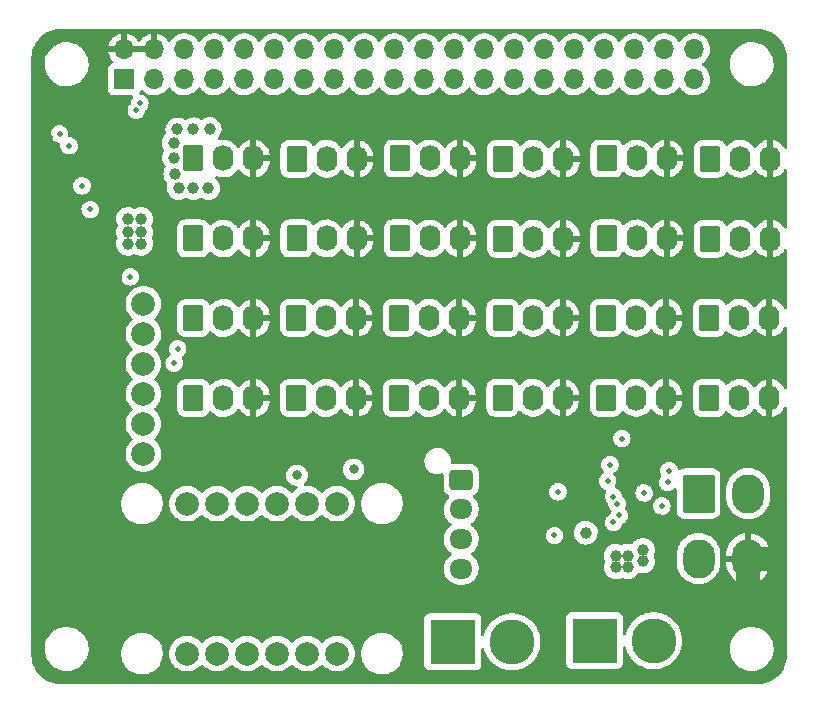
<source format=gbr>
%TF.GenerationSoftware,KiCad,Pcbnew,(6.0.1)*%
%TF.CreationDate,2022-03-24T21:22:16+00:00*%
%TF.ProjectId,isopod_distro,69736f70-6f64-45f6-9469-7374726f2e6b,rev?*%
%TF.SameCoordinates,Original*%
%TF.FileFunction,Copper,L3,Inr*%
%TF.FilePolarity,Positive*%
%FSLAX46Y46*%
G04 Gerber Fmt 4.6, Leading zero omitted, Abs format (unit mm)*
G04 Created by KiCad (PCBNEW (6.0.1)) date 2022-03-24 21:22:16*
%MOMM*%
%LPD*%
G01*
G04 APERTURE LIST*
G04 Aperture macros list*
%AMRoundRect*
0 Rectangle with rounded corners*
0 $1 Rounding radius*
0 $2 $3 $4 $5 $6 $7 $8 $9 X,Y pos of 4 corners*
0 Add a 4 corners polygon primitive as box body*
4,1,4,$2,$3,$4,$5,$6,$7,$8,$9,$2,$3,0*
0 Add four circle primitives for the rounded corners*
1,1,$1+$1,$2,$3*
1,1,$1+$1,$4,$5*
1,1,$1+$1,$6,$7*
1,1,$1+$1,$8,$9*
0 Add four rect primitives between the rounded corners*
20,1,$1+$1,$2,$3,$4,$5,0*
20,1,$1+$1,$4,$5,$6,$7,0*
20,1,$1+$1,$6,$7,$8,$9,0*
20,1,$1+$1,$8,$9,$2,$3,0*%
G04 Aperture macros list end*
%TA.AperFunction,ComponentPad*%
%ADD10RoundRect,0.250001X-1.099999X-1.399999X1.099999X-1.399999X1.099999X1.399999X-1.099999X1.399999X0*%
%TD*%
%TA.AperFunction,ComponentPad*%
%ADD11O,2.700000X3.300000*%
%TD*%
%TA.AperFunction,ComponentPad*%
%ADD12RoundRect,0.250000X-0.620000X-0.845000X0.620000X-0.845000X0.620000X0.845000X-0.620000X0.845000X0*%
%TD*%
%TA.AperFunction,ComponentPad*%
%ADD13O,1.740000X2.190000*%
%TD*%
%TA.AperFunction,ComponentPad*%
%ADD14R,1.700000X1.700000*%
%TD*%
%TA.AperFunction,ComponentPad*%
%ADD15O,1.700000X1.700000*%
%TD*%
%TA.AperFunction,ComponentPad*%
%ADD16R,3.800000X3.800000*%
%TD*%
%TA.AperFunction,ComponentPad*%
%ADD17C,3.800000*%
%TD*%
%TA.AperFunction,ComponentPad*%
%ADD18C,2.000000*%
%TD*%
%TA.AperFunction,ComponentPad*%
%ADD19RoundRect,0.250000X-0.725000X0.600000X-0.725000X-0.600000X0.725000X-0.600000X0.725000X0.600000X0*%
%TD*%
%TA.AperFunction,ComponentPad*%
%ADD20O,1.950000X1.700000*%
%TD*%
%TA.AperFunction,ViaPad*%
%ADD21C,1.000000*%
%TD*%
%TA.AperFunction,ViaPad*%
%ADD22C,0.460000*%
%TD*%
%TA.AperFunction,ViaPad*%
%ADD23C,0.800000*%
%TD*%
%TA.AperFunction,Conductor*%
%ADD24C,2.000000*%
%TD*%
G04 APERTURE END LIST*
D10*
%TO.N,Net-(J1-Pad2)*%
%TO.C,J8*%
X207000000Y-139850000D03*
D11*
%TO.N,GND*%
X211200000Y-139850000D03*
X207000000Y-145350000D03*
%TO.N,+5V*%
X211200000Y-145350000D03*
%TD*%
D12*
%TO.N,/LED_GND*%
%TO.C,J23*%
X164230000Y-131750000D03*
D13*
%TO.N,Net-(J18-Pad2)*%
X166770000Y-131750000D03*
%TO.N,+5V*%
X169310000Y-131750000D03*
%TD*%
D12*
%TO.N,/LED_GND*%
%TO.C,J15*%
X207980000Y-118270000D03*
D13*
%TO.N,Net-(J15-Pad2)*%
X210520000Y-118270000D03*
%TO.N,+5V*%
X213060000Y-118270000D03*
%TD*%
D14*
%TO.N,+3V3*%
%TO.C,J30*%
X158375000Y-104775000D03*
D15*
%TO.N,+5V*%
X158375000Y-102235000D03*
%TO.N,/I2C_SDA*%
X160915000Y-104775000D03*
%TO.N,+5V*%
X160915000Y-102235000D03*
%TO.N,/I2C_SCL*%
X163455000Y-104775000D03*
%TO.N,GND*%
X163455000Y-102235000D03*
%TO.N,unconnected-(J30-Pad7)*%
X165995000Y-104775000D03*
%TO.N,/GPS_RXD*%
X165995000Y-102235000D03*
%TO.N,GND*%
X168535000Y-104775000D03*
%TO.N,/GPS_TXD*%
X168535000Y-102235000D03*
%TO.N,unconnected-(J30-Pad11)*%
X171075000Y-104775000D03*
%TO.N,unconnected-(J30-Pad12)*%
X171075000Y-102235000D03*
%TO.N,unconnected-(J30-Pad13)*%
X173615000Y-104775000D03*
%TO.N,GND*%
X173615000Y-102235000D03*
%TO.N,unconnected-(J30-Pad15)*%
X176155000Y-104775000D03*
%TO.N,unconnected-(J30-Pad16)*%
X176155000Y-102235000D03*
%TO.N,+3V3*%
X178695000Y-104775000D03*
%TO.N,unconnected-(J30-Pad18)*%
X178695000Y-102235000D03*
%TO.N,unconnected-(J30-Pad19)*%
X181235000Y-104775000D03*
%TO.N,GND*%
X181235000Y-102235000D03*
%TO.N,unconnected-(J30-Pad21)*%
X183775000Y-104775000D03*
%TO.N,unconnected-(J30-Pad22)*%
X183775000Y-102235000D03*
%TO.N,unconnected-(J30-Pad23)*%
X186315000Y-104775000D03*
%TO.N,unconnected-(J30-Pad24)*%
X186315000Y-102235000D03*
%TO.N,GND*%
X188855000Y-104775000D03*
%TO.N,unconnected-(J30-Pad26)*%
X188855000Y-102235000D03*
%TO.N,unconnected-(J30-Pad27)*%
X191395000Y-104775000D03*
%TO.N,unconnected-(J30-Pad28)*%
X191395000Y-102235000D03*
%TO.N,/LED_PWR_EN*%
X193935000Y-104775000D03*
%TO.N,GND*%
X193935000Y-102235000D03*
%TO.N,unconnected-(J30-Pad31)*%
X196475000Y-104775000D03*
%TO.N,/LED_DATA_LV_1*%
X196475000Y-102235000D03*
%TO.N,/LED_DATA_LV_2*%
X199015000Y-104775000D03*
%TO.N,GND*%
X199015000Y-102235000D03*
%TO.N,unconnected-(J30-Pad35)*%
X201555000Y-104775000D03*
%TO.N,unconnected-(J30-Pad36)*%
X201555000Y-102235000D03*
%TO.N,unconnected-(J30-Pad37)*%
X204095000Y-104775000D03*
%TO.N,unconnected-(J30-Pad38)*%
X204095000Y-102235000D03*
%TO.N,GND*%
X206635000Y-104775000D03*
%TO.N,unconnected-(J30-Pad40)*%
X206635000Y-102235000D03*
%TD*%
D12*
%TO.N,/LED_GND*%
%TO.C,J11*%
X172980000Y-118250000D03*
D13*
%TO.N,Net-(J11-Pad2)*%
X175520000Y-118250000D03*
%TO.N,+5V*%
X178060000Y-118250000D03*
%TD*%
D16*
%TO.N,Net-(C6-Pad2)*%
%TO.C,J16*%
X186200000Y-152400000D03*
D17*
%TO.N,Net-(J1-Pad2)*%
X191200000Y-152400000D03*
%TD*%
D12*
%TO.N,/LED_GND*%
%TO.C,J14*%
X199230000Y-118250000D03*
D13*
%TO.N,Net-(J14-Pad2)*%
X201770000Y-118250000D03*
%TO.N,+5V*%
X204310000Y-118250000D03*
%TD*%
D12*
%TO.N,/LED_GND*%
%TO.C,J13*%
X190480000Y-118270000D03*
D13*
%TO.N,Net-(J13-Pad2)*%
X193020000Y-118270000D03*
%TO.N,+5V*%
X195560000Y-118270000D03*
%TD*%
D16*
%TO.N,GND*%
%TO.C,J1*%
X198200000Y-152300000D03*
D17*
%TO.N,Net-(J1-Pad2)*%
X203200000Y-152300000D03*
%TD*%
D12*
%TO.N,/LED_GND*%
%TO.C,J19*%
X181670000Y-124960000D03*
D13*
%TO.N,Net-(J19-Pad2)*%
X184210000Y-124960000D03*
%TO.N,+5V*%
X186750000Y-124960000D03*
%TD*%
D12*
%TO.N,/LED_GND*%
%TO.C,J2*%
X164230000Y-111480000D03*
D13*
%TO.N,/LED_DATA_1*%
X166770000Y-111480000D03*
%TO.N,+5V*%
X169310000Y-111480000D03*
%TD*%
D12*
%TO.N,/LED_GND*%
%TO.C,J25*%
X181670000Y-131750000D03*
D13*
%TO.N,Net-(J20-Pad2)*%
X184210000Y-131750000D03*
%TO.N,+5V*%
X186750000Y-131750000D03*
%TD*%
D18*
%TO.N,unconnected-(U2-Pad1)*%
%TO.C,U2*%
X160000000Y-136500000D03*
%TO.N,unconnected-(U2-Pad2)*%
X160000000Y-133960000D03*
%TO.N,/GPS_TXD*%
X160000000Y-131420000D03*
%TO.N,/GPS_RXD*%
X160000000Y-128880000D03*
%TO.N,GND*%
X160000000Y-126340000D03*
%TO.N,+3V3*%
X160000000Y-123800000D03*
%TD*%
%TO.N,+3V3*%
%TO.C,U3*%
X176390000Y-140700000D03*
%TO.N,unconnected-(U3-Pad2)*%
X173850000Y-140700000D03*
%TO.N,GND*%
X171310000Y-140700000D03*
%TO.N,/I2C_SCL*%
X168770000Y-140700000D03*
%TO.N,/I2C_SDA*%
X166230000Y-140700000D03*
%TO.N,unconnected-(U3-Pad6)*%
X163690000Y-140700000D03*
%TO.N,unconnected-(U3-Pad7)*%
X176390000Y-153400000D03*
%TO.N,unconnected-(U3-Pad8)*%
X173850000Y-153400000D03*
%TO.N,unconnected-(U3-Pad9)*%
X171310000Y-153400000D03*
%TO.N,GND*%
X168770000Y-153400000D03*
%TO.N,unconnected-(U3-Pad11)*%
X166230000Y-153400000D03*
%TO.N,unconnected-(U3-Pad12)*%
X163690000Y-153400000D03*
%TD*%
D12*
%TO.N,/LED_GND*%
%TO.C,J4*%
X181730000Y-111480000D03*
D13*
%TO.N,Net-(J11-Pad2)*%
X184270000Y-111480000D03*
%TO.N,+5V*%
X186810000Y-111480000D03*
%TD*%
D19*
%TO.N,unconnected-(J29-Pad1)*%
%TO.C,J29*%
X186900000Y-138700000D03*
D20*
%TO.N,Net-(J29-Pad2)*%
X186900000Y-141200000D03*
%TO.N,Net-(J29-Pad3)*%
X186900000Y-143700000D03*
%TO.N,unconnected-(J29-Pad4)*%
X186900000Y-146200000D03*
%TD*%
D12*
%TO.N,/LED_GND*%
%TO.C,J17*%
X164230000Y-124980000D03*
D13*
%TO.N,Net-(J17-Pad2)*%
X166770000Y-124980000D03*
%TO.N,+5V*%
X169310000Y-124980000D03*
%TD*%
D12*
%TO.N,/LED_GND*%
%TO.C,J27*%
X199170000Y-131730000D03*
D13*
%TO.N,Net-(J22-Pad2)*%
X201710000Y-131730000D03*
%TO.N,+5V*%
X204250000Y-131730000D03*
%TD*%
D12*
%TO.N,/LED_GND*%
%TO.C,J6*%
X199230000Y-111480000D03*
D13*
%TO.N,Net-(J13-Pad2)*%
X201770000Y-111480000D03*
%TO.N,+5V*%
X204310000Y-111480000D03*
%TD*%
D12*
%TO.N,/LED_GND*%
%TO.C,J20*%
X190420000Y-124960000D03*
D13*
%TO.N,Net-(J20-Pad2)*%
X192960000Y-124960000D03*
%TO.N,+5V*%
X195500000Y-124960000D03*
%TD*%
D12*
%TO.N,/LED_GND*%
%TO.C,J12*%
X181730000Y-118250000D03*
D13*
%TO.N,Net-(J12-Pad2)*%
X184270000Y-118250000D03*
%TO.N,+5V*%
X186810000Y-118250000D03*
%TD*%
D12*
%TO.N,/LED_GND*%
%TO.C,J5*%
X190480000Y-111500000D03*
D13*
%TO.N,Net-(J12-Pad2)*%
X193020000Y-111500000D03*
%TO.N,+5V*%
X195560000Y-111500000D03*
%TD*%
D12*
%TO.N,/LED_GND*%
%TO.C,J10*%
X164230000Y-118250000D03*
D13*
%TO.N,Net-(J10-Pad2)*%
X166770000Y-118250000D03*
%TO.N,+5V*%
X169310000Y-118250000D03*
%TD*%
D12*
%TO.N,/LED_GND*%
%TO.C,J18*%
X172920000Y-124960000D03*
D13*
%TO.N,Net-(J18-Pad2)*%
X175460000Y-124960000D03*
%TO.N,+5V*%
X178000000Y-124960000D03*
%TD*%
D12*
%TO.N,/LED_GND*%
%TO.C,J3*%
X172980000Y-111500000D03*
D13*
%TO.N,Net-(J10-Pad2)*%
X175520000Y-111500000D03*
%TO.N,+5V*%
X178060000Y-111500000D03*
%TD*%
D12*
%TO.N,/LED_GND*%
%TO.C,J21*%
X199170000Y-124960000D03*
D13*
%TO.N,Net-(J21-Pad2)*%
X201710000Y-124960000D03*
%TO.N,+5V*%
X204250000Y-124960000D03*
%TD*%
D12*
%TO.N,/LED_GND*%
%TO.C,J22*%
X207920000Y-124960000D03*
D13*
%TO.N,Net-(J22-Pad2)*%
X210460000Y-124960000D03*
%TO.N,+5V*%
X213000000Y-124960000D03*
%TD*%
D12*
%TO.N,/LED_GND*%
%TO.C,J24*%
X172920000Y-131750000D03*
D13*
%TO.N,Net-(J19-Pad2)*%
X175460000Y-131750000D03*
%TO.N,+5V*%
X178000000Y-131750000D03*
%TD*%
D12*
%TO.N,/LED_GND*%
%TO.C,J7*%
X207980000Y-111500000D03*
D13*
%TO.N,Net-(J14-Pad2)*%
X210520000Y-111500000D03*
%TO.N,+5V*%
X213060000Y-111500000D03*
%TD*%
D12*
%TO.N,/LED_GND*%
%TO.C,J26*%
X190420000Y-131730000D03*
D13*
%TO.N,Net-(J21-Pad2)*%
X192960000Y-131730000D03*
%TO.N,+5V*%
X195500000Y-131730000D03*
%TD*%
D12*
%TO.N,/LED_GND*%
%TO.C,J28*%
X207920000Y-131750000D03*
D13*
%TO.N,unconnected-(J28-Pad2)*%
X210460000Y-131750000D03*
%TO.N,+5V*%
X213000000Y-131750000D03*
%TD*%
D21*
%TO.N,GND*%
X201000000Y-146100000D03*
X158700000Y-117700000D03*
D22*
X199500000Y-137400000D03*
D21*
X159800000Y-118700000D03*
X158700000Y-116600000D03*
X159800000Y-116600000D03*
X197455000Y-143155000D03*
X200000000Y-145100000D03*
X200000000Y-146100000D03*
X158700000Y-118700000D03*
D22*
X158900000Y-121500000D03*
D21*
X202300000Y-144600000D03*
D22*
X203900000Y-140900000D03*
D21*
X159800000Y-117700000D03*
D22*
X200500000Y-135200000D03*
D21*
X202300000Y-145600000D03*
X201000000Y-145100000D03*
D22*
%TO.N,Net-(C6-Pad2)*%
X194800000Y-143400000D03*
X195100000Y-139700000D03*
D21*
%TO.N,/LED_GND*%
X164230000Y-113980000D03*
X162980000Y-113980000D03*
X165600000Y-109000000D03*
X162700000Y-112800000D03*
X162600000Y-111400000D03*
X165500000Y-114000000D03*
X162570000Y-110170000D03*
X162880000Y-109020000D03*
X164230000Y-109020000D03*
D22*
%TO.N,/LED_DATA_1*%
X154800000Y-113800000D03*
%TO.N,+5V*%
X152100000Y-109700000D03*
%TO.N,+3V3*%
X153700000Y-110400000D03*
%TO.N,/GPS_RXD*%
X162900000Y-127600000D03*
%TO.N,/GPS_TXD*%
X162610000Y-128810000D03*
%TO.N,/LED_PWR_EN*%
X155500000Y-115800000D03*
%TO.N,/LED_DATA_LV_1*%
X159400000Y-107400000D03*
%TO.N,/LED_DATA_LV_2*%
X159700000Y-106800000D03*
%TO.N,/LED_DATA_2*%
X152900000Y-109400000D03*
D23*
%TO.N,Net-(R7-Pad1)*%
X177800000Y-137800000D03*
D22*
X199800000Y-140100000D03*
D23*
%TO.N,Net-(R8-Pad2)*%
X173000000Y-138300000D03*
D22*
X200100000Y-140700000D03*
%TO.N,Net-(R13-Pad1)*%
X199300000Y-138800000D03*
X204400000Y-138900000D03*
%TO.N,Net-(R13-Pad2)*%
X204500000Y-137900000D03*
X199800000Y-142300000D03*
%TO.N,Net-(R14-Pad2)*%
X202400000Y-139800000D03*
X200300000Y-141700000D03*
%TD*%
D24*
%TO.N,+5V*%
X213350000Y-145350000D02*
X213400000Y-145300000D01*
X211200000Y-145350000D02*
X213350000Y-145350000D01*
X211200000Y-148700000D02*
X210700000Y-149200000D01*
X211200000Y-145350000D02*
X211200000Y-148700000D01*
%TD*%
%TA.AperFunction,Conductor*%
%TO.N,+5V*%
G36*
X211970057Y-100509500D02*
G01*
X211984858Y-100511805D01*
X211984861Y-100511805D01*
X211993730Y-100513186D01*
X212010899Y-100510941D01*
X212034839Y-100510108D01*
X212292770Y-100525710D01*
X212307874Y-100527544D01*
X212378648Y-100540514D01*
X212588879Y-100579040D01*
X212603641Y-100582678D01*
X212876408Y-100667675D01*
X212890627Y-100673069D01*
X213151140Y-100790316D01*
X213164609Y-100797385D01*
X213409095Y-100945182D01*
X213421617Y-100953825D01*
X213646507Y-101130016D01*
X213657895Y-101140106D01*
X213859894Y-101342105D01*
X213869984Y-101353493D01*
X214046175Y-101578383D01*
X214054818Y-101590905D01*
X214202615Y-101835391D01*
X214209684Y-101848860D01*
X214326138Y-102107611D01*
X214326930Y-102109370D01*
X214332325Y-102123592D01*
X214406928Y-102363000D01*
X214417321Y-102396353D01*
X214420960Y-102411121D01*
X214459486Y-102621352D01*
X214472456Y-102692126D01*
X214474290Y-102707230D01*
X214489455Y-102957929D01*
X214488198Y-102984639D01*
X214488195Y-102984859D01*
X214486814Y-102993730D01*
X214487978Y-103002632D01*
X214487978Y-103002635D01*
X214490936Y-103025251D01*
X214492000Y-103041589D01*
X214492000Y-110521745D01*
X214471998Y-110589866D01*
X214418342Y-110636359D01*
X214348068Y-110646463D01*
X214283488Y-110616969D01*
X214261480Y-110592112D01*
X214140790Y-110412844D01*
X214134129Y-110404559D01*
X213980076Y-110243070D01*
X213972108Y-110236021D01*
X213793048Y-110102797D01*
X213784018Y-110097198D01*
X213585069Y-109996047D01*
X213575208Y-109992044D01*
X213362071Y-109925862D01*
X213351691Y-109923580D01*
X213331957Y-109920964D01*
X213317793Y-109923160D01*
X213314000Y-109936345D01*
X213314000Y-113061627D01*
X213317973Y-113075158D01*
X213328580Y-113076683D01*
X213452188Y-113050748D01*
X213462384Y-113047688D01*
X213669952Y-112965716D01*
X213679489Y-112960982D01*
X213870285Y-112845204D01*
X213878878Y-112838938D01*
X214047441Y-112692667D01*
X214054861Y-112685036D01*
X214196368Y-112512458D01*
X214202392Y-112503691D01*
X214256498Y-112408641D01*
X214307580Y-112359335D01*
X214377210Y-112345473D01*
X214443281Y-112371456D01*
X214484816Y-112429036D01*
X214492000Y-112470973D01*
X214492000Y-117291745D01*
X214471998Y-117359866D01*
X214418342Y-117406359D01*
X214348068Y-117416463D01*
X214283488Y-117386969D01*
X214261480Y-117362112D01*
X214140790Y-117182845D01*
X214134129Y-117174559D01*
X213980076Y-117013070D01*
X213972108Y-117006021D01*
X213793048Y-116872797D01*
X213784018Y-116867198D01*
X213585069Y-116766047D01*
X213575208Y-116762044D01*
X213362071Y-116695862D01*
X213351691Y-116693580D01*
X213331957Y-116690964D01*
X213317793Y-116693160D01*
X213314000Y-116706345D01*
X213314000Y-119831627D01*
X213317973Y-119845158D01*
X213328580Y-119846683D01*
X213452188Y-119820748D01*
X213462384Y-119817688D01*
X213669952Y-119735716D01*
X213679489Y-119730982D01*
X213870285Y-119615204D01*
X213878878Y-119608938D01*
X214047441Y-119462667D01*
X214054861Y-119455036D01*
X214196368Y-119282458D01*
X214202392Y-119273691D01*
X214256498Y-119178641D01*
X214307580Y-119129335D01*
X214377210Y-119115473D01*
X214443281Y-119141456D01*
X214484816Y-119199036D01*
X214492000Y-119240973D01*
X214492000Y-124105462D01*
X214471998Y-124173583D01*
X214418342Y-124220076D01*
X214348068Y-124230180D01*
X214283488Y-124200686D01*
X214251118Y-124157213D01*
X214210601Y-124067268D01*
X214205432Y-124057982D01*
X214080790Y-123872845D01*
X214074129Y-123864559D01*
X213920076Y-123703070D01*
X213912108Y-123696021D01*
X213733048Y-123562797D01*
X213724018Y-123557198D01*
X213525069Y-123456047D01*
X213515208Y-123452044D01*
X213302071Y-123385862D01*
X213291691Y-123383580D01*
X213271957Y-123380964D01*
X213257793Y-123383160D01*
X213254000Y-123396345D01*
X213254000Y-126521627D01*
X213257973Y-126535158D01*
X213268580Y-126536683D01*
X213392188Y-126510748D01*
X213402384Y-126507688D01*
X213609952Y-126425716D01*
X213619489Y-126420982D01*
X213810285Y-126305204D01*
X213818878Y-126298938D01*
X213987441Y-126152667D01*
X213994861Y-126145036D01*
X214136368Y-125972458D01*
X214142393Y-125963691D01*
X214255440Y-125765095D01*
X214257089Y-125766033D01*
X214298346Y-125718841D01*
X214366554Y-125699138D01*
X214434586Y-125719440D01*
X214480843Y-125773299D01*
X214492000Y-125825137D01*
X214492000Y-130895462D01*
X214471998Y-130963583D01*
X214418342Y-131010076D01*
X214348068Y-131020180D01*
X214283488Y-130990686D01*
X214251118Y-130947213D01*
X214210601Y-130857268D01*
X214205432Y-130847982D01*
X214080790Y-130662845D01*
X214074129Y-130654559D01*
X213920076Y-130493070D01*
X213912108Y-130486021D01*
X213733048Y-130352797D01*
X213724018Y-130347198D01*
X213525069Y-130246047D01*
X213515208Y-130242044D01*
X213302071Y-130175862D01*
X213291691Y-130173580D01*
X213271957Y-130170964D01*
X213257793Y-130173160D01*
X213254000Y-130186345D01*
X213254000Y-133311627D01*
X213257973Y-133325158D01*
X213268580Y-133326683D01*
X213392188Y-133300748D01*
X213402384Y-133297688D01*
X213609952Y-133215716D01*
X213619489Y-133210982D01*
X213810285Y-133095204D01*
X213818878Y-133088938D01*
X213987441Y-132942667D01*
X213994861Y-132935036D01*
X214136368Y-132762458D01*
X214142393Y-132753691D01*
X214255440Y-132555095D01*
X214257089Y-132556033D01*
X214298346Y-132508841D01*
X214366554Y-132489138D01*
X214434586Y-132509440D01*
X214480843Y-132563299D01*
X214492000Y-132615137D01*
X214492000Y-153450672D01*
X214490500Y-153470056D01*
X214486814Y-153493730D01*
X214488454Y-153506270D01*
X214489059Y-153510897D01*
X214489892Y-153534839D01*
X214474290Y-153792770D01*
X214472456Y-153807874D01*
X214465788Y-153844259D01*
X214427224Y-154054703D01*
X214420962Y-154088873D01*
X214417322Y-154103641D01*
X214341135Y-154348134D01*
X214332326Y-154376404D01*
X214326931Y-154390627D01*
X214212345Y-154645229D01*
X214209686Y-154651136D01*
X214202615Y-154664609D01*
X214054818Y-154909095D01*
X214046175Y-154921617D01*
X213869984Y-155146507D01*
X213859894Y-155157895D01*
X213657895Y-155359894D01*
X213646507Y-155369984D01*
X213421617Y-155546175D01*
X213409095Y-155554818D01*
X213164609Y-155702615D01*
X213151140Y-155709684D01*
X212890630Y-155826930D01*
X212876408Y-155832325D01*
X212603641Y-155917322D01*
X212588879Y-155920960D01*
X212378648Y-155959486D01*
X212307874Y-155972456D01*
X212292770Y-155974290D01*
X212042071Y-155989455D01*
X212015361Y-155988198D01*
X212015141Y-155988195D01*
X212006270Y-155986814D01*
X211997368Y-155987978D01*
X211997365Y-155987978D01*
X211974749Y-155990936D01*
X211958411Y-155992000D01*
X153049328Y-155992000D01*
X153029943Y-155990500D01*
X153015142Y-155988195D01*
X153015139Y-155988195D01*
X153006270Y-155986814D01*
X152989101Y-155989059D01*
X152965161Y-155989892D01*
X152707230Y-155974290D01*
X152692126Y-155972456D01*
X152621352Y-155959486D01*
X152411121Y-155920960D01*
X152396359Y-155917322D01*
X152123592Y-155832325D01*
X152109370Y-155826930D01*
X151848860Y-155709684D01*
X151835391Y-155702615D01*
X151590905Y-155554818D01*
X151578383Y-155546175D01*
X151353493Y-155369984D01*
X151342105Y-155359894D01*
X151140106Y-155157895D01*
X151130016Y-155146507D01*
X150953825Y-154921617D01*
X150945182Y-154909095D01*
X150797385Y-154664609D01*
X150790314Y-154651136D01*
X150787656Y-154645229D01*
X150673069Y-154390627D01*
X150667674Y-154376404D01*
X150658865Y-154348134D01*
X150582678Y-154103641D01*
X150579038Y-154088873D01*
X150572777Y-154054703D01*
X150534212Y-153844259D01*
X150527544Y-153807874D01*
X150525710Y-153792770D01*
X150510545Y-153542071D01*
X150511802Y-153515361D01*
X150511805Y-153515141D01*
X150513186Y-153506270D01*
X150511848Y-153496033D01*
X150509064Y-153474749D01*
X150508000Y-153458411D01*
X150508000Y-153042277D01*
X151637009Y-153042277D01*
X151662625Y-153310769D01*
X151663710Y-153315203D01*
X151663711Y-153315209D01*
X151712688Y-153515361D01*
X151726731Y-153572750D01*
X151827985Y-153822733D01*
X151830294Y-153826676D01*
X151960435Y-154048940D01*
X151964265Y-154055482D01*
X152049272Y-154161778D01*
X152127383Y-154259450D01*
X152132716Y-154266119D01*
X152329809Y-154450234D01*
X152551416Y-154603968D01*
X152555499Y-154605999D01*
X152555502Y-154606001D01*
X152646228Y-154651136D01*
X152792894Y-154724101D01*
X152797228Y-154725522D01*
X152797231Y-154725523D01*
X153044853Y-154806698D01*
X153044859Y-154806699D01*
X153049186Y-154808118D01*
X153053677Y-154808898D01*
X153053678Y-154808898D01*
X153311140Y-154853601D01*
X153311148Y-154853602D01*
X153314921Y-154854257D01*
X153318758Y-154854448D01*
X153398578Y-154858422D01*
X153398586Y-154858422D01*
X153400149Y-154858500D01*
X153568512Y-154858500D01*
X153570780Y-154858335D01*
X153570792Y-154858335D01*
X153701884Y-154848823D01*
X153769004Y-154843953D01*
X153773459Y-154842969D01*
X153773462Y-154842969D01*
X154027912Y-154786791D01*
X154027916Y-154786790D01*
X154032372Y-154785806D01*
X154158480Y-154738028D01*
X154280318Y-154691868D01*
X154280321Y-154691867D01*
X154284588Y-154690250D01*
X154474002Y-154585040D01*
X154516375Y-154561504D01*
X154516376Y-154561503D01*
X154520368Y-154559286D01*
X154734773Y-154395657D01*
X154739688Y-154390630D01*
X154882327Y-154244717D01*
X154923312Y-154202792D01*
X155082034Y-153984730D01*
X155165190Y-153826676D01*
X155205490Y-153750079D01*
X155205493Y-153750073D01*
X155207615Y-153746039D01*
X155216271Y-153721529D01*
X155291798Y-153507655D01*
X158119858Y-153507655D01*
X158155104Y-153766638D01*
X158156412Y-153771124D01*
X158156412Y-153771126D01*
X158170221Y-153818503D01*
X158228243Y-154017567D01*
X158337668Y-154254928D01*
X158340231Y-154258837D01*
X158478410Y-154469596D01*
X158478414Y-154469601D01*
X158480976Y-154473509D01*
X158655018Y-154668506D01*
X158855970Y-154835637D01*
X158868053Y-154842969D01*
X159075422Y-154968804D01*
X159075426Y-154968806D01*
X159079419Y-154971229D01*
X159320455Y-155072303D01*
X159573783Y-155136641D01*
X159578434Y-155137109D01*
X159578438Y-155137110D01*
X159731290Y-155152501D01*
X159790867Y-155158500D01*
X159946354Y-155158500D01*
X159948679Y-155158327D01*
X159948685Y-155158327D01*
X160136000Y-155144407D01*
X160136004Y-155144406D01*
X160140652Y-155144061D01*
X160145200Y-155143032D01*
X160145206Y-155143031D01*
X160331601Y-155100853D01*
X160395577Y-155086377D01*
X160431769Y-155072303D01*
X160634824Y-154993340D01*
X160634827Y-154993339D01*
X160639177Y-154991647D01*
X160866098Y-154861951D01*
X161071357Y-154700138D01*
X161250443Y-154509763D01*
X161362570Y-154348134D01*
X161396759Y-154298851D01*
X161396761Y-154298848D01*
X161399424Y-154295009D01*
X161402182Y-154289416D01*
X161512960Y-154064781D01*
X161512961Y-154064778D01*
X161515025Y-154060593D01*
X161516911Y-154054703D01*
X161593280Y-153816123D01*
X161594707Y-153811665D01*
X161636721Y-153553693D01*
X161638733Y-153400000D01*
X162176835Y-153400000D01*
X162195465Y-153636711D01*
X162250895Y-153867594D01*
X162252788Y-153872165D01*
X162252789Y-153872167D01*
X162330198Y-154059049D01*
X162341760Y-154086963D01*
X162344346Y-154091183D01*
X162463241Y-154285202D01*
X162463245Y-154285208D01*
X162465824Y-154289416D01*
X162620031Y-154469969D01*
X162800584Y-154624176D01*
X162804792Y-154626755D01*
X162804798Y-154626759D01*
X162998817Y-154745654D01*
X163003037Y-154748240D01*
X163007607Y-154750133D01*
X163007611Y-154750135D01*
X163148518Y-154808500D01*
X163222406Y-154839105D01*
X163302505Y-154858335D01*
X163448476Y-154893380D01*
X163448482Y-154893381D01*
X163453289Y-154894535D01*
X163690000Y-154913165D01*
X163926711Y-154894535D01*
X163931518Y-154893381D01*
X163931524Y-154893380D01*
X164077495Y-154858335D01*
X164157594Y-154839105D01*
X164231482Y-154808500D01*
X164372389Y-154750135D01*
X164372393Y-154750133D01*
X164376963Y-154748240D01*
X164381183Y-154745654D01*
X164575202Y-154626759D01*
X164575208Y-154626755D01*
X164579416Y-154624176D01*
X164759969Y-154469969D01*
X164763177Y-154466213D01*
X164763182Y-154466208D01*
X164864189Y-154347944D01*
X164923639Y-154309134D01*
X164994634Y-154308628D01*
X165055811Y-154347944D01*
X165156818Y-154466208D01*
X165156823Y-154466213D01*
X165160031Y-154469969D01*
X165340584Y-154624176D01*
X165344792Y-154626755D01*
X165344798Y-154626759D01*
X165538817Y-154745654D01*
X165543037Y-154748240D01*
X165547607Y-154750133D01*
X165547611Y-154750135D01*
X165688518Y-154808500D01*
X165762406Y-154839105D01*
X165842505Y-154858335D01*
X165988476Y-154893380D01*
X165988482Y-154893381D01*
X165993289Y-154894535D01*
X166230000Y-154913165D01*
X166466711Y-154894535D01*
X166471518Y-154893381D01*
X166471524Y-154893380D01*
X166617495Y-154858335D01*
X166697594Y-154839105D01*
X166771482Y-154808500D01*
X166912389Y-154750135D01*
X166912393Y-154750133D01*
X166916963Y-154748240D01*
X166921183Y-154745654D01*
X167115202Y-154626759D01*
X167115208Y-154626755D01*
X167119416Y-154624176D01*
X167299969Y-154469969D01*
X167303177Y-154466213D01*
X167303182Y-154466208D01*
X167404189Y-154347944D01*
X167463639Y-154309134D01*
X167534634Y-154308628D01*
X167595811Y-154347944D01*
X167696818Y-154466208D01*
X167696823Y-154466213D01*
X167700031Y-154469969D01*
X167880584Y-154624176D01*
X167884792Y-154626755D01*
X167884798Y-154626759D01*
X168078817Y-154745654D01*
X168083037Y-154748240D01*
X168087607Y-154750133D01*
X168087611Y-154750135D01*
X168228518Y-154808500D01*
X168302406Y-154839105D01*
X168382505Y-154858335D01*
X168528476Y-154893380D01*
X168528482Y-154893381D01*
X168533289Y-154894535D01*
X168770000Y-154913165D01*
X169006711Y-154894535D01*
X169011518Y-154893381D01*
X169011524Y-154893380D01*
X169157495Y-154858335D01*
X169237594Y-154839105D01*
X169311482Y-154808500D01*
X169452389Y-154750135D01*
X169452393Y-154750133D01*
X169456963Y-154748240D01*
X169461183Y-154745654D01*
X169655202Y-154626759D01*
X169655208Y-154626755D01*
X169659416Y-154624176D01*
X169839969Y-154469969D01*
X169843177Y-154466213D01*
X169843182Y-154466208D01*
X169944189Y-154347944D01*
X170003639Y-154309134D01*
X170074634Y-154308628D01*
X170135811Y-154347944D01*
X170236818Y-154466208D01*
X170236823Y-154466213D01*
X170240031Y-154469969D01*
X170420584Y-154624176D01*
X170424792Y-154626755D01*
X170424798Y-154626759D01*
X170618817Y-154745654D01*
X170623037Y-154748240D01*
X170627607Y-154750133D01*
X170627611Y-154750135D01*
X170768518Y-154808500D01*
X170842406Y-154839105D01*
X170922505Y-154858335D01*
X171068476Y-154893380D01*
X171068482Y-154893381D01*
X171073289Y-154894535D01*
X171310000Y-154913165D01*
X171546711Y-154894535D01*
X171551518Y-154893381D01*
X171551524Y-154893380D01*
X171697495Y-154858335D01*
X171777594Y-154839105D01*
X171851482Y-154808500D01*
X171992389Y-154750135D01*
X171992393Y-154750133D01*
X171996963Y-154748240D01*
X172001183Y-154745654D01*
X172195202Y-154626759D01*
X172195208Y-154626755D01*
X172199416Y-154624176D01*
X172379969Y-154469969D01*
X172383177Y-154466213D01*
X172383182Y-154466208D01*
X172484189Y-154347944D01*
X172543639Y-154309134D01*
X172614634Y-154308628D01*
X172675811Y-154347944D01*
X172776818Y-154466208D01*
X172776823Y-154466213D01*
X172780031Y-154469969D01*
X172960584Y-154624176D01*
X172964792Y-154626755D01*
X172964798Y-154626759D01*
X173158817Y-154745654D01*
X173163037Y-154748240D01*
X173167607Y-154750133D01*
X173167611Y-154750135D01*
X173308518Y-154808500D01*
X173382406Y-154839105D01*
X173462505Y-154858335D01*
X173608476Y-154893380D01*
X173608482Y-154893381D01*
X173613289Y-154894535D01*
X173850000Y-154913165D01*
X174086711Y-154894535D01*
X174091518Y-154893381D01*
X174091524Y-154893380D01*
X174237495Y-154858335D01*
X174317594Y-154839105D01*
X174391482Y-154808500D01*
X174532389Y-154750135D01*
X174532393Y-154750133D01*
X174536963Y-154748240D01*
X174541183Y-154745654D01*
X174735202Y-154626759D01*
X174735208Y-154626755D01*
X174739416Y-154624176D01*
X174919969Y-154469969D01*
X174923177Y-154466213D01*
X174923182Y-154466208D01*
X175024189Y-154347944D01*
X175083639Y-154309134D01*
X175154634Y-154308628D01*
X175215811Y-154347944D01*
X175316818Y-154466208D01*
X175316823Y-154466213D01*
X175320031Y-154469969D01*
X175500584Y-154624176D01*
X175504792Y-154626755D01*
X175504798Y-154626759D01*
X175698817Y-154745654D01*
X175703037Y-154748240D01*
X175707607Y-154750133D01*
X175707611Y-154750135D01*
X175848518Y-154808500D01*
X175922406Y-154839105D01*
X176002505Y-154858335D01*
X176148476Y-154893380D01*
X176148482Y-154893381D01*
X176153289Y-154894535D01*
X176390000Y-154913165D01*
X176626711Y-154894535D01*
X176631518Y-154893381D01*
X176631524Y-154893380D01*
X176777495Y-154858335D01*
X176857594Y-154839105D01*
X176931482Y-154808500D01*
X177072389Y-154750135D01*
X177072393Y-154750133D01*
X177076963Y-154748240D01*
X177081183Y-154745654D01*
X177275202Y-154626759D01*
X177275208Y-154626755D01*
X177279416Y-154624176D01*
X177459969Y-154469969D01*
X177614176Y-154289416D01*
X177616755Y-154285208D01*
X177616759Y-154285202D01*
X177735654Y-154091183D01*
X177738240Y-154086963D01*
X177749803Y-154059049D01*
X177827211Y-153872167D01*
X177827212Y-153872165D01*
X177829105Y-153867594D01*
X177884535Y-153636711D01*
X177894692Y-153507655D01*
X178439858Y-153507655D01*
X178475104Y-153766638D01*
X178476412Y-153771124D01*
X178476412Y-153771126D01*
X178490221Y-153818503D01*
X178548243Y-154017567D01*
X178657668Y-154254928D01*
X178660231Y-154258837D01*
X178798410Y-154469596D01*
X178798414Y-154469601D01*
X178800976Y-154473509D01*
X178975018Y-154668506D01*
X179175970Y-154835637D01*
X179188053Y-154842969D01*
X179395422Y-154968804D01*
X179395426Y-154968806D01*
X179399419Y-154971229D01*
X179640455Y-155072303D01*
X179893783Y-155136641D01*
X179898434Y-155137109D01*
X179898438Y-155137110D01*
X180051290Y-155152501D01*
X180110867Y-155158500D01*
X180266354Y-155158500D01*
X180268679Y-155158327D01*
X180268685Y-155158327D01*
X180456000Y-155144407D01*
X180456004Y-155144406D01*
X180460652Y-155144061D01*
X180465200Y-155143032D01*
X180465206Y-155143031D01*
X180651601Y-155100853D01*
X180715577Y-155086377D01*
X180751769Y-155072303D01*
X180954824Y-154993340D01*
X180954827Y-154993339D01*
X180959177Y-154991647D01*
X181186098Y-154861951D01*
X181391357Y-154700138D01*
X181570443Y-154509763D01*
X181682570Y-154348134D01*
X183791500Y-154348134D01*
X183798255Y-154410316D01*
X183849385Y-154546705D01*
X183936739Y-154663261D01*
X184053295Y-154750615D01*
X184189684Y-154801745D01*
X184245560Y-154807815D01*
X184248350Y-154808118D01*
X184251866Y-154808500D01*
X188148134Y-154808500D01*
X188151651Y-154808118D01*
X188154440Y-154807815D01*
X188210316Y-154801745D01*
X188346705Y-154750615D01*
X188463261Y-154663261D01*
X188550615Y-154546705D01*
X188601745Y-154410316D01*
X188608500Y-154348134D01*
X188608500Y-153001291D01*
X188628502Y-152933170D01*
X188682158Y-152886677D01*
X188752432Y-152876573D01*
X188817012Y-152906067D01*
X188855396Y-152965793D01*
X188858268Y-152977681D01*
X188862555Y-153000154D01*
X188863782Y-153003930D01*
X188936295Y-153227100D01*
X188956206Y-153288381D01*
X189085242Y-153562598D01*
X189247630Y-153818480D01*
X189440808Y-154051992D01*
X189445234Y-154056148D01*
X189656914Y-154254928D01*
X189661729Y-154259450D01*
X189906910Y-154437584D01*
X189910379Y-154439491D01*
X189910382Y-154439493D01*
X190132318Y-154561504D01*
X190172483Y-154583585D01*
X190176152Y-154585038D01*
X190176157Y-154585040D01*
X190445974Y-154691868D01*
X190454261Y-154695149D01*
X190747800Y-154770516D01*
X191048470Y-154808500D01*
X191351530Y-154808500D01*
X191652200Y-154770516D01*
X191945739Y-154695149D01*
X191954026Y-154691868D01*
X192223843Y-154585040D01*
X192223848Y-154585038D01*
X192227517Y-154583585D01*
X192267682Y-154561504D01*
X192489618Y-154439493D01*
X192489621Y-154439491D01*
X192493090Y-154437584D01*
X192738271Y-154259450D01*
X192743087Y-154254928D01*
X192750322Y-154248134D01*
X195791500Y-154248134D01*
X195798255Y-154310316D01*
X195849385Y-154446705D01*
X195936739Y-154563261D01*
X196053295Y-154650615D01*
X196189684Y-154701745D01*
X196251866Y-154708500D01*
X200148134Y-154708500D01*
X200210316Y-154701745D01*
X200346705Y-154650615D01*
X200463261Y-154563261D01*
X200550615Y-154446705D01*
X200601745Y-154310316D01*
X200608500Y-154248134D01*
X200608500Y-152901291D01*
X200628502Y-152833170D01*
X200682158Y-152786677D01*
X200752432Y-152776573D01*
X200817012Y-152806067D01*
X200855396Y-152865793D01*
X200858268Y-152877681D01*
X200862555Y-152900154D01*
X200956206Y-153188381D01*
X200957893Y-153191967D01*
X200957895Y-153191971D01*
X200976530Y-153231572D01*
X201085242Y-153462598D01*
X201087366Y-153465944D01*
X201087366Y-153465945D01*
X201107306Y-153497365D01*
X201247630Y-153718480D01*
X201250149Y-153721525D01*
X201250152Y-153721529D01*
X201306070Y-153789121D01*
X201440808Y-153951992D01*
X201661729Y-154159450D01*
X201906910Y-154337584D01*
X201910379Y-154339491D01*
X201910382Y-154339493D01*
X202147037Y-154469596D01*
X202172483Y-154483585D01*
X202176152Y-154485038D01*
X202176157Y-154485040D01*
X202450591Y-154593696D01*
X202454261Y-154595149D01*
X202747800Y-154670516D01*
X203048470Y-154708500D01*
X203351530Y-154708500D01*
X203652200Y-154670516D01*
X203945739Y-154595149D01*
X203949409Y-154593696D01*
X204223843Y-154485040D01*
X204223848Y-154485038D01*
X204227517Y-154483585D01*
X204252963Y-154469596D01*
X204489618Y-154339493D01*
X204489621Y-154339491D01*
X204493090Y-154337584D01*
X204738271Y-154159450D01*
X204959192Y-153951992D01*
X205093930Y-153789121D01*
X205149848Y-153721529D01*
X205149851Y-153721525D01*
X205152370Y-153718480D01*
X205292694Y-153497365D01*
X205312634Y-153465945D01*
X205312634Y-153465944D01*
X205314758Y-153462598D01*
X205423470Y-153231572D01*
X205442105Y-153191971D01*
X205442107Y-153191967D01*
X205443794Y-153188381D01*
X205491266Y-153042277D01*
X209637009Y-153042277D01*
X209662625Y-153310769D01*
X209663710Y-153315203D01*
X209663711Y-153315209D01*
X209712688Y-153515361D01*
X209726731Y-153572750D01*
X209827985Y-153822733D01*
X209830294Y-153826676D01*
X209960435Y-154048940D01*
X209964265Y-154055482D01*
X210049272Y-154161778D01*
X210127383Y-154259450D01*
X210132716Y-154266119D01*
X210329809Y-154450234D01*
X210551416Y-154603968D01*
X210555499Y-154605999D01*
X210555502Y-154606001D01*
X210646228Y-154651136D01*
X210792894Y-154724101D01*
X210797228Y-154725522D01*
X210797231Y-154725523D01*
X211044853Y-154806698D01*
X211044859Y-154806699D01*
X211049186Y-154808118D01*
X211053677Y-154808898D01*
X211053678Y-154808898D01*
X211311140Y-154853601D01*
X211311148Y-154853602D01*
X211314921Y-154854257D01*
X211318758Y-154854448D01*
X211398578Y-154858422D01*
X211398586Y-154858422D01*
X211400149Y-154858500D01*
X211568512Y-154858500D01*
X211570780Y-154858335D01*
X211570792Y-154858335D01*
X211701884Y-154848823D01*
X211769004Y-154843953D01*
X211773459Y-154842969D01*
X211773462Y-154842969D01*
X212027912Y-154786791D01*
X212027916Y-154786790D01*
X212032372Y-154785806D01*
X212158480Y-154738028D01*
X212280318Y-154691868D01*
X212280321Y-154691867D01*
X212284588Y-154690250D01*
X212474002Y-154585040D01*
X212516375Y-154561504D01*
X212516376Y-154561503D01*
X212520368Y-154559286D01*
X212734773Y-154395657D01*
X212739688Y-154390630D01*
X212882327Y-154244717D01*
X212923312Y-154202792D01*
X213082034Y-153984730D01*
X213165190Y-153826676D01*
X213205490Y-153750079D01*
X213205493Y-153750073D01*
X213207615Y-153746039D01*
X213216271Y-153721529D01*
X213295902Y-153496033D01*
X213295902Y-153496032D01*
X213297425Y-153491720D01*
X213335800Y-153297022D01*
X213348700Y-153231572D01*
X213348701Y-153231566D01*
X213349581Y-153227100D01*
X213351330Y-153191971D01*
X213362764Y-152962292D01*
X213362764Y-152962286D01*
X213362991Y-152957723D01*
X213337375Y-152689231D01*
X213292042Y-152503967D01*
X213274355Y-152431688D01*
X213273269Y-152427250D01*
X213172015Y-152177267D01*
X213046433Y-151962789D01*
X213038045Y-151948463D01*
X213038044Y-151948462D01*
X213035735Y-151944518D01*
X212917018Y-151796070D01*
X212870136Y-151737447D01*
X212870135Y-151737445D01*
X212867284Y-151733881D01*
X212670191Y-151549766D01*
X212448584Y-151396032D01*
X212444501Y-151394001D01*
X212444498Y-151393999D01*
X212279606Y-151311967D01*
X212207106Y-151275899D01*
X212202772Y-151274478D01*
X212202769Y-151274477D01*
X211955147Y-151193302D01*
X211955141Y-151193301D01*
X211950814Y-151191882D01*
X211946322Y-151191102D01*
X211688860Y-151146399D01*
X211688852Y-151146398D01*
X211685079Y-151145743D01*
X211673817Y-151145182D01*
X211601422Y-151141578D01*
X211601414Y-151141578D01*
X211599851Y-151141500D01*
X211431488Y-151141500D01*
X211429220Y-151141665D01*
X211429208Y-151141665D01*
X211298116Y-151151177D01*
X211230996Y-151156047D01*
X211226541Y-151157031D01*
X211226538Y-151157031D01*
X210972088Y-151213209D01*
X210972084Y-151213210D01*
X210967628Y-151214194D01*
X210841520Y-151261972D01*
X210719682Y-151308132D01*
X210719679Y-151308133D01*
X210715412Y-151309750D01*
X210479632Y-151440714D01*
X210265227Y-151604343D01*
X210262034Y-151607609D01*
X210262032Y-151607611D01*
X210175557Y-151696070D01*
X210076688Y-151797208D01*
X209917966Y-152015270D01*
X209915844Y-152019304D01*
X209794510Y-152249921D01*
X209794507Y-152249927D01*
X209792385Y-152253961D01*
X209790865Y-152258266D01*
X209790863Y-152258270D01*
X209708546Y-152491372D01*
X209702575Y-152508280D01*
X209694487Y-152549318D01*
X209663050Y-152708817D01*
X209650419Y-152772900D01*
X209650192Y-152777453D01*
X209650192Y-152777456D01*
X209637453Y-153033362D01*
X209637009Y-153042277D01*
X205491266Y-153042277D01*
X205537445Y-152900154D01*
X205594233Y-152602462D01*
X205613262Y-152300000D01*
X205594233Y-151997538D01*
X205537445Y-151699846D01*
X205443794Y-151411619D01*
X205437683Y-151398631D01*
X205379260Y-151274477D01*
X205314758Y-151137402D01*
X205152370Y-150881520D01*
X204959192Y-150648008D01*
X204738271Y-150440550D01*
X204493090Y-150262416D01*
X204406769Y-150214960D01*
X204230986Y-150118322D01*
X204230985Y-150118321D01*
X204227517Y-150116415D01*
X204223848Y-150114962D01*
X204223843Y-150114960D01*
X203949409Y-150006304D01*
X203949408Y-150006304D01*
X203945739Y-150004851D01*
X203652200Y-149929484D01*
X203351530Y-149891500D01*
X203048470Y-149891500D01*
X202747800Y-149929484D01*
X202454261Y-150004851D01*
X202450592Y-150006304D01*
X202450591Y-150006304D01*
X202176157Y-150114960D01*
X202176152Y-150114962D01*
X202172483Y-150116415D01*
X202169015Y-150118321D01*
X202169014Y-150118322D01*
X201993232Y-150214960D01*
X201906910Y-150262416D01*
X201661729Y-150440550D01*
X201440808Y-150648008D01*
X201247630Y-150881520D01*
X201085242Y-151137402D01*
X201020740Y-151274477D01*
X200962318Y-151398631D01*
X200956206Y-151411619D01*
X200862555Y-151699846D01*
X200861811Y-151703747D01*
X200858268Y-151722319D01*
X200825856Y-151785485D01*
X200764438Y-151821101D01*
X200693516Y-151817857D01*
X200635606Y-151776785D01*
X200609094Y-151710925D01*
X200608500Y-151698709D01*
X200608500Y-150351866D01*
X200601745Y-150289684D01*
X200550615Y-150153295D01*
X200463261Y-150036739D01*
X200346705Y-149949385D01*
X200210316Y-149898255D01*
X200148134Y-149891500D01*
X196251866Y-149891500D01*
X196189684Y-149898255D01*
X196053295Y-149949385D01*
X195936739Y-150036739D01*
X195849385Y-150153295D01*
X195798255Y-150289684D01*
X195791500Y-150351866D01*
X195791500Y-154248134D01*
X192750322Y-154248134D01*
X192954766Y-154056148D01*
X192959192Y-154051992D01*
X193152370Y-153818480D01*
X193314758Y-153562598D01*
X193443794Y-153288381D01*
X193463706Y-153227100D01*
X193536218Y-153003930D01*
X193537445Y-153000154D01*
X193594233Y-152702462D01*
X193613262Y-152400000D01*
X193594233Y-152097538D01*
X193537445Y-151799846D01*
X193443794Y-151511619D01*
X193314758Y-151237402D01*
X193152370Y-150981520D01*
X192959192Y-150748008D01*
X192738271Y-150540550D01*
X192493090Y-150362416D01*
X192480116Y-150355283D01*
X192230986Y-150218322D01*
X192230985Y-150218321D01*
X192227517Y-150216415D01*
X192223848Y-150214962D01*
X192223843Y-150214960D01*
X191949409Y-150106304D01*
X191949408Y-150106304D01*
X191945739Y-150104851D01*
X191652200Y-150029484D01*
X191351530Y-149991500D01*
X191048470Y-149991500D01*
X190747800Y-150029484D01*
X190454261Y-150104851D01*
X190450592Y-150106304D01*
X190450591Y-150106304D01*
X190176157Y-150214960D01*
X190176152Y-150214962D01*
X190172483Y-150216415D01*
X190169015Y-150218321D01*
X190169014Y-150218322D01*
X189919885Y-150355283D01*
X189906910Y-150362416D01*
X189661729Y-150540550D01*
X189440808Y-150748008D01*
X189247630Y-150981520D01*
X189085242Y-151237402D01*
X188956206Y-151511619D01*
X188862555Y-151799846D01*
X188861811Y-151803747D01*
X188858268Y-151822319D01*
X188825856Y-151885485D01*
X188764438Y-151921101D01*
X188693516Y-151917857D01*
X188635606Y-151876785D01*
X188609094Y-151810925D01*
X188608500Y-151798709D01*
X188608500Y-150451866D01*
X188601745Y-150389684D01*
X188550615Y-150253295D01*
X188463261Y-150136739D01*
X188346705Y-150049385D01*
X188210316Y-149998255D01*
X188148134Y-149991500D01*
X184251866Y-149991500D01*
X184189684Y-149998255D01*
X184053295Y-150049385D01*
X183936739Y-150136739D01*
X183849385Y-150253295D01*
X183798255Y-150389684D01*
X183791500Y-150451866D01*
X183791500Y-154348134D01*
X181682570Y-154348134D01*
X181716759Y-154298851D01*
X181716761Y-154298848D01*
X181719424Y-154295009D01*
X181722182Y-154289416D01*
X181832960Y-154064781D01*
X181832961Y-154064778D01*
X181835025Y-154060593D01*
X181836911Y-154054703D01*
X181913280Y-153816123D01*
X181914707Y-153811665D01*
X181956721Y-153553693D01*
X181959901Y-153310769D01*
X181960081Y-153297022D01*
X181960081Y-153297019D01*
X181960142Y-153292345D01*
X181924896Y-153033362D01*
X181910473Y-152983877D01*
X181866545Y-152833170D01*
X181851757Y-152782433D01*
X181742332Y-152545072D01*
X181603811Y-152333792D01*
X181601590Y-152330404D01*
X181601586Y-152330399D01*
X181599024Y-152326491D01*
X181424982Y-152131494D01*
X181224030Y-151964363D01*
X181152736Y-151921101D01*
X181004578Y-151831196D01*
X181004574Y-151831194D01*
X181000581Y-151828771D01*
X180759545Y-151727697D01*
X180506217Y-151663359D01*
X180501566Y-151662891D01*
X180501562Y-151662890D01*
X180292271Y-151641816D01*
X180289133Y-151641500D01*
X180133646Y-151641500D01*
X180131321Y-151641673D01*
X180131315Y-151641673D01*
X179944000Y-151655593D01*
X179943996Y-151655594D01*
X179939348Y-151655939D01*
X179934800Y-151656968D01*
X179934794Y-151656969D01*
X179750333Y-151698709D01*
X179684423Y-151713623D01*
X179680071Y-151715315D01*
X179680069Y-151715316D01*
X179445176Y-151806660D01*
X179445173Y-151806661D01*
X179440823Y-151808353D01*
X179436769Y-151810670D01*
X179436767Y-151810671D01*
X179408264Y-151826962D01*
X179213902Y-151938049D01*
X179008643Y-152099862D01*
X178829557Y-152290237D01*
X178737442Y-152423019D01*
X178717299Y-152452056D01*
X178680576Y-152504991D01*
X178678510Y-152509181D01*
X178678508Y-152509184D01*
X178575724Y-152717611D01*
X178564975Y-152739407D01*
X178563553Y-152743850D01*
X178563552Y-152743852D01*
X178513520Y-152900154D01*
X178485293Y-152988335D01*
X178443279Y-153246307D01*
X178443218Y-153250980D01*
X178439993Y-153497365D01*
X178439858Y-153507655D01*
X177894692Y-153507655D01*
X177903165Y-153400000D01*
X177884535Y-153163289D01*
X177856577Y-153046833D01*
X177841462Y-152983877D01*
X177829105Y-152932406D01*
X177810164Y-152886677D01*
X177740135Y-152717611D01*
X177740133Y-152717607D01*
X177738240Y-152713037D01*
X177672868Y-152606360D01*
X177616759Y-152514798D01*
X177616755Y-152514792D01*
X177614176Y-152510584D01*
X177459969Y-152330031D01*
X177279416Y-152175824D01*
X177275208Y-152173245D01*
X177275202Y-152173241D01*
X177081183Y-152054346D01*
X177076963Y-152051760D01*
X177072393Y-152049867D01*
X177072389Y-152049865D01*
X176862167Y-151962789D01*
X176862165Y-151962788D01*
X176857594Y-151960895D01*
X176774479Y-151940941D01*
X176631524Y-151906620D01*
X176631518Y-151906619D01*
X176626711Y-151905465D01*
X176390000Y-151886835D01*
X176153289Y-151905465D01*
X176148482Y-151906619D01*
X176148476Y-151906620D01*
X176005521Y-151940941D01*
X175922406Y-151960895D01*
X175917835Y-151962788D01*
X175917833Y-151962789D01*
X175707611Y-152049865D01*
X175707607Y-152049867D01*
X175703037Y-152051760D01*
X175698817Y-152054346D01*
X175504798Y-152173241D01*
X175504792Y-152173245D01*
X175500584Y-152175824D01*
X175320031Y-152330031D01*
X175316823Y-152333787D01*
X175316818Y-152333792D01*
X175215811Y-152452056D01*
X175156361Y-152490866D01*
X175085366Y-152491372D01*
X175024189Y-152452056D01*
X174923182Y-152333792D01*
X174923177Y-152333787D01*
X174919969Y-152330031D01*
X174739416Y-152175824D01*
X174735208Y-152173245D01*
X174735202Y-152173241D01*
X174541183Y-152054346D01*
X174536963Y-152051760D01*
X174532393Y-152049867D01*
X174532389Y-152049865D01*
X174322167Y-151962789D01*
X174322165Y-151962788D01*
X174317594Y-151960895D01*
X174234479Y-151940941D01*
X174091524Y-151906620D01*
X174091518Y-151906619D01*
X174086711Y-151905465D01*
X173850000Y-151886835D01*
X173613289Y-151905465D01*
X173608482Y-151906619D01*
X173608476Y-151906620D01*
X173465521Y-151940941D01*
X173382406Y-151960895D01*
X173377835Y-151962788D01*
X173377833Y-151962789D01*
X173167611Y-152049865D01*
X173167607Y-152049867D01*
X173163037Y-152051760D01*
X173158817Y-152054346D01*
X172964798Y-152173241D01*
X172964792Y-152173245D01*
X172960584Y-152175824D01*
X172780031Y-152330031D01*
X172776823Y-152333787D01*
X172776818Y-152333792D01*
X172675811Y-152452056D01*
X172616361Y-152490866D01*
X172545366Y-152491372D01*
X172484189Y-152452056D01*
X172383182Y-152333792D01*
X172383177Y-152333787D01*
X172379969Y-152330031D01*
X172199416Y-152175824D01*
X172195208Y-152173245D01*
X172195202Y-152173241D01*
X172001183Y-152054346D01*
X171996963Y-152051760D01*
X171992393Y-152049867D01*
X171992389Y-152049865D01*
X171782167Y-151962789D01*
X171782165Y-151962788D01*
X171777594Y-151960895D01*
X171694479Y-151940941D01*
X171551524Y-151906620D01*
X171551518Y-151906619D01*
X171546711Y-151905465D01*
X171310000Y-151886835D01*
X171073289Y-151905465D01*
X171068482Y-151906619D01*
X171068476Y-151906620D01*
X170925521Y-151940941D01*
X170842406Y-151960895D01*
X170837835Y-151962788D01*
X170837833Y-151962789D01*
X170627611Y-152049865D01*
X170627607Y-152049867D01*
X170623037Y-152051760D01*
X170618817Y-152054346D01*
X170424798Y-152173241D01*
X170424792Y-152173245D01*
X170420584Y-152175824D01*
X170240031Y-152330031D01*
X170236823Y-152333787D01*
X170236818Y-152333792D01*
X170135811Y-152452056D01*
X170076361Y-152490866D01*
X170005366Y-152491372D01*
X169944189Y-152452056D01*
X169843182Y-152333792D01*
X169843177Y-152333787D01*
X169839969Y-152330031D01*
X169659416Y-152175824D01*
X169655208Y-152173245D01*
X169655202Y-152173241D01*
X169461183Y-152054346D01*
X169456963Y-152051760D01*
X169452393Y-152049867D01*
X169452389Y-152049865D01*
X169242167Y-151962789D01*
X169242165Y-151962788D01*
X169237594Y-151960895D01*
X169154479Y-151940941D01*
X169011524Y-151906620D01*
X169011518Y-151906619D01*
X169006711Y-151905465D01*
X168770000Y-151886835D01*
X168533289Y-151905465D01*
X168528482Y-151906619D01*
X168528476Y-151906620D01*
X168385521Y-151940941D01*
X168302406Y-151960895D01*
X168297835Y-151962788D01*
X168297833Y-151962789D01*
X168087611Y-152049865D01*
X168087607Y-152049867D01*
X168083037Y-152051760D01*
X168078817Y-152054346D01*
X167884798Y-152173241D01*
X167884792Y-152173245D01*
X167880584Y-152175824D01*
X167700031Y-152330031D01*
X167696823Y-152333787D01*
X167696818Y-152333792D01*
X167595811Y-152452056D01*
X167536361Y-152490866D01*
X167465366Y-152491372D01*
X167404189Y-152452056D01*
X167303182Y-152333792D01*
X167303177Y-152333787D01*
X167299969Y-152330031D01*
X167119416Y-152175824D01*
X167115208Y-152173245D01*
X167115202Y-152173241D01*
X166921183Y-152054346D01*
X166916963Y-152051760D01*
X166912393Y-152049867D01*
X166912389Y-152049865D01*
X166702167Y-151962789D01*
X166702165Y-151962788D01*
X166697594Y-151960895D01*
X166614479Y-151940941D01*
X166471524Y-151906620D01*
X166471518Y-151906619D01*
X166466711Y-151905465D01*
X166230000Y-151886835D01*
X165993289Y-151905465D01*
X165988482Y-151906619D01*
X165988476Y-151906620D01*
X165845521Y-151940941D01*
X165762406Y-151960895D01*
X165757835Y-151962788D01*
X165757833Y-151962789D01*
X165547611Y-152049865D01*
X165547607Y-152049867D01*
X165543037Y-152051760D01*
X165538817Y-152054346D01*
X165344798Y-152173241D01*
X165344792Y-152173245D01*
X165340584Y-152175824D01*
X165160031Y-152330031D01*
X165156823Y-152333787D01*
X165156818Y-152333792D01*
X165055811Y-152452056D01*
X164996361Y-152490866D01*
X164925366Y-152491372D01*
X164864189Y-152452056D01*
X164763182Y-152333792D01*
X164763177Y-152333787D01*
X164759969Y-152330031D01*
X164579416Y-152175824D01*
X164575208Y-152173245D01*
X164575202Y-152173241D01*
X164381183Y-152054346D01*
X164376963Y-152051760D01*
X164372393Y-152049867D01*
X164372389Y-152049865D01*
X164162167Y-151962789D01*
X164162165Y-151962788D01*
X164157594Y-151960895D01*
X164074479Y-151940941D01*
X163931524Y-151906620D01*
X163931518Y-151906619D01*
X163926711Y-151905465D01*
X163690000Y-151886835D01*
X163453289Y-151905465D01*
X163448482Y-151906619D01*
X163448476Y-151906620D01*
X163305521Y-151940941D01*
X163222406Y-151960895D01*
X163217835Y-151962788D01*
X163217833Y-151962789D01*
X163007611Y-152049865D01*
X163007607Y-152049867D01*
X163003037Y-152051760D01*
X162998817Y-152054346D01*
X162804798Y-152173241D01*
X162804792Y-152173245D01*
X162800584Y-152175824D01*
X162620031Y-152330031D01*
X162465824Y-152510584D01*
X162463245Y-152514792D01*
X162463241Y-152514798D01*
X162407132Y-152606360D01*
X162341760Y-152713037D01*
X162339867Y-152717607D01*
X162339865Y-152717611D01*
X162269836Y-152886677D01*
X162250895Y-152932406D01*
X162238538Y-152983877D01*
X162223424Y-153046833D01*
X162195465Y-153163289D01*
X162176835Y-153400000D01*
X161638733Y-153400000D01*
X161639901Y-153310769D01*
X161640081Y-153297022D01*
X161640081Y-153297019D01*
X161640142Y-153292345D01*
X161604896Y-153033362D01*
X161590473Y-152983877D01*
X161546545Y-152833170D01*
X161531757Y-152782433D01*
X161422332Y-152545072D01*
X161283811Y-152333792D01*
X161281590Y-152330404D01*
X161281586Y-152330399D01*
X161279024Y-152326491D01*
X161104982Y-152131494D01*
X160904030Y-151964363D01*
X160832736Y-151921101D01*
X160684578Y-151831196D01*
X160684574Y-151831194D01*
X160680581Y-151828771D01*
X160439545Y-151727697D01*
X160186217Y-151663359D01*
X160181566Y-151662891D01*
X160181562Y-151662890D01*
X159972271Y-151641816D01*
X159969133Y-151641500D01*
X159813646Y-151641500D01*
X159811321Y-151641673D01*
X159811315Y-151641673D01*
X159624000Y-151655593D01*
X159623996Y-151655594D01*
X159619348Y-151655939D01*
X159614800Y-151656968D01*
X159614794Y-151656969D01*
X159430333Y-151698709D01*
X159364423Y-151713623D01*
X159360071Y-151715315D01*
X159360069Y-151715316D01*
X159125176Y-151806660D01*
X159125173Y-151806661D01*
X159120823Y-151808353D01*
X159116769Y-151810670D01*
X159116767Y-151810671D01*
X159088264Y-151826962D01*
X158893902Y-151938049D01*
X158688643Y-152099862D01*
X158509557Y-152290237D01*
X158417442Y-152423019D01*
X158397299Y-152452056D01*
X158360576Y-152504991D01*
X158358510Y-152509181D01*
X158358508Y-152509184D01*
X158255724Y-152717611D01*
X158244975Y-152739407D01*
X158243553Y-152743850D01*
X158243552Y-152743852D01*
X158193520Y-152900154D01*
X158165293Y-152988335D01*
X158123279Y-153246307D01*
X158123218Y-153250980D01*
X158119993Y-153497365D01*
X158119858Y-153507655D01*
X155291798Y-153507655D01*
X155295902Y-153496033D01*
X155295902Y-153496032D01*
X155297425Y-153491720D01*
X155335800Y-153297022D01*
X155348700Y-153231572D01*
X155348701Y-153231566D01*
X155349581Y-153227100D01*
X155351330Y-153191971D01*
X155362764Y-152962292D01*
X155362764Y-152962286D01*
X155362991Y-152957723D01*
X155337375Y-152689231D01*
X155292042Y-152503967D01*
X155274355Y-152431688D01*
X155273269Y-152427250D01*
X155172015Y-152177267D01*
X155046433Y-151962789D01*
X155038045Y-151948463D01*
X155038044Y-151948462D01*
X155035735Y-151944518D01*
X154917018Y-151796070D01*
X154870136Y-151737447D01*
X154870135Y-151737445D01*
X154867284Y-151733881D01*
X154670191Y-151549766D01*
X154448584Y-151396032D01*
X154444501Y-151394001D01*
X154444498Y-151393999D01*
X154279606Y-151311967D01*
X154207106Y-151275899D01*
X154202772Y-151274478D01*
X154202769Y-151274477D01*
X153955147Y-151193302D01*
X153955141Y-151193301D01*
X153950814Y-151191882D01*
X153946322Y-151191102D01*
X153688860Y-151146399D01*
X153688852Y-151146398D01*
X153685079Y-151145743D01*
X153673817Y-151145182D01*
X153601422Y-151141578D01*
X153601414Y-151141578D01*
X153599851Y-151141500D01*
X153431488Y-151141500D01*
X153429220Y-151141665D01*
X153429208Y-151141665D01*
X153298116Y-151151177D01*
X153230996Y-151156047D01*
X153226541Y-151157031D01*
X153226538Y-151157031D01*
X152972088Y-151213209D01*
X152972084Y-151213210D01*
X152967628Y-151214194D01*
X152841520Y-151261972D01*
X152719682Y-151308132D01*
X152719679Y-151308133D01*
X152715412Y-151309750D01*
X152479632Y-151440714D01*
X152265227Y-151604343D01*
X152262034Y-151607609D01*
X152262032Y-151607611D01*
X152175557Y-151696070D01*
X152076688Y-151797208D01*
X151917966Y-152015270D01*
X151915844Y-152019304D01*
X151794510Y-152249921D01*
X151794507Y-152249927D01*
X151792385Y-152253961D01*
X151790865Y-152258266D01*
X151790863Y-152258270D01*
X151708546Y-152491372D01*
X151702575Y-152508280D01*
X151694487Y-152549318D01*
X151663050Y-152708817D01*
X151650419Y-152772900D01*
X151650192Y-152777453D01*
X151650192Y-152777456D01*
X151637453Y-153033362D01*
X151637009Y-153042277D01*
X150508000Y-153042277D01*
X150508000Y-140807655D01*
X158119858Y-140807655D01*
X158155104Y-141066638D01*
X158156412Y-141071124D01*
X158156412Y-141071126D01*
X158170896Y-141120817D01*
X158228243Y-141317567D01*
X158337668Y-141554928D01*
X158365089Y-141596752D01*
X158478410Y-141769596D01*
X158478414Y-141769601D01*
X158480976Y-141773509D01*
X158655018Y-141968506D01*
X158855970Y-142135637D01*
X158865871Y-142141645D01*
X159075422Y-142268804D01*
X159075426Y-142268806D01*
X159079419Y-142271229D01*
X159320455Y-142372303D01*
X159573783Y-142436641D01*
X159578434Y-142437109D01*
X159578438Y-142437110D01*
X159771308Y-142456531D01*
X159790867Y-142458500D01*
X159946354Y-142458500D01*
X159948679Y-142458327D01*
X159948685Y-142458327D01*
X160136000Y-142444407D01*
X160136004Y-142444406D01*
X160140652Y-142444061D01*
X160145200Y-142443032D01*
X160145206Y-142443031D01*
X160367934Y-142392632D01*
X160395577Y-142386377D01*
X160400337Y-142384526D01*
X160634824Y-142293340D01*
X160634827Y-142293339D01*
X160639177Y-142291647D01*
X160654954Y-142282630D01*
X160723196Y-142243626D01*
X160866098Y-142161951D01*
X161071357Y-142000138D01*
X161250443Y-141809763D01*
X161356116Y-141657437D01*
X161396759Y-141598851D01*
X161396761Y-141598848D01*
X161399424Y-141595009D01*
X161403585Y-141586572D01*
X161512960Y-141364781D01*
X161512961Y-141364778D01*
X161515025Y-141360593D01*
X161533253Y-141303650D01*
X161593280Y-141116123D01*
X161594707Y-141111665D01*
X161636721Y-140853693D01*
X161638733Y-140700000D01*
X162176835Y-140700000D01*
X162195465Y-140936711D01*
X162196619Y-140941518D01*
X162196620Y-140941524D01*
X162215233Y-141019052D01*
X162250895Y-141167594D01*
X162252788Y-141172165D01*
X162252789Y-141172167D01*
X162338543Y-141379196D01*
X162341760Y-141386963D01*
X162344346Y-141391183D01*
X162463241Y-141585202D01*
X162463245Y-141585208D01*
X162465824Y-141589416D01*
X162620031Y-141769969D01*
X162800584Y-141924176D01*
X162804792Y-141926755D01*
X162804798Y-141926759D01*
X162998817Y-142045654D01*
X163003037Y-142048240D01*
X163007607Y-142050133D01*
X163007611Y-142050135D01*
X163206810Y-142132645D01*
X163222406Y-142139105D01*
X163302609Y-142158360D01*
X163448476Y-142193380D01*
X163448482Y-142193381D01*
X163453289Y-142194535D01*
X163690000Y-142213165D01*
X163926711Y-142194535D01*
X163931518Y-142193381D01*
X163931524Y-142193380D01*
X164077391Y-142158360D01*
X164157594Y-142139105D01*
X164173190Y-142132645D01*
X164372389Y-142050135D01*
X164372393Y-142050133D01*
X164376963Y-142048240D01*
X164381183Y-142045654D01*
X164575202Y-141926759D01*
X164575208Y-141926755D01*
X164579416Y-141924176D01*
X164759969Y-141769969D01*
X164763177Y-141766213D01*
X164763182Y-141766208D01*
X164864189Y-141647944D01*
X164923639Y-141609134D01*
X164994634Y-141608628D01*
X165055811Y-141647944D01*
X165156818Y-141766208D01*
X165156823Y-141766213D01*
X165160031Y-141769969D01*
X165340584Y-141924176D01*
X165344792Y-141926755D01*
X165344798Y-141926759D01*
X165538817Y-142045654D01*
X165543037Y-142048240D01*
X165547607Y-142050133D01*
X165547611Y-142050135D01*
X165746810Y-142132645D01*
X165762406Y-142139105D01*
X165842609Y-142158360D01*
X165988476Y-142193380D01*
X165988482Y-142193381D01*
X165993289Y-142194535D01*
X166230000Y-142213165D01*
X166466711Y-142194535D01*
X166471518Y-142193381D01*
X166471524Y-142193380D01*
X166617391Y-142158360D01*
X166697594Y-142139105D01*
X166713190Y-142132645D01*
X166912389Y-142050135D01*
X166912393Y-142050133D01*
X166916963Y-142048240D01*
X166921183Y-142045654D01*
X167115202Y-141926759D01*
X167115208Y-141926755D01*
X167119416Y-141924176D01*
X167299969Y-141769969D01*
X167303177Y-141766213D01*
X167303182Y-141766208D01*
X167404189Y-141647944D01*
X167463639Y-141609134D01*
X167534634Y-141608628D01*
X167595811Y-141647944D01*
X167696818Y-141766208D01*
X167696823Y-141766213D01*
X167700031Y-141769969D01*
X167880584Y-141924176D01*
X167884792Y-141926755D01*
X167884798Y-141926759D01*
X168078817Y-142045654D01*
X168083037Y-142048240D01*
X168087607Y-142050133D01*
X168087611Y-142050135D01*
X168286810Y-142132645D01*
X168302406Y-142139105D01*
X168382609Y-142158360D01*
X168528476Y-142193380D01*
X168528482Y-142193381D01*
X168533289Y-142194535D01*
X168770000Y-142213165D01*
X169006711Y-142194535D01*
X169011518Y-142193381D01*
X169011524Y-142193380D01*
X169157391Y-142158360D01*
X169237594Y-142139105D01*
X169253190Y-142132645D01*
X169452389Y-142050135D01*
X169452393Y-142050133D01*
X169456963Y-142048240D01*
X169461183Y-142045654D01*
X169655202Y-141926759D01*
X169655208Y-141926755D01*
X169659416Y-141924176D01*
X169839969Y-141769969D01*
X169843177Y-141766213D01*
X169843182Y-141766208D01*
X169944189Y-141647944D01*
X170003639Y-141609134D01*
X170074634Y-141608628D01*
X170135811Y-141647944D01*
X170236818Y-141766208D01*
X170236823Y-141766213D01*
X170240031Y-141769969D01*
X170420584Y-141924176D01*
X170424792Y-141926755D01*
X170424798Y-141926759D01*
X170618817Y-142045654D01*
X170623037Y-142048240D01*
X170627607Y-142050133D01*
X170627611Y-142050135D01*
X170826810Y-142132645D01*
X170842406Y-142139105D01*
X170922609Y-142158360D01*
X171068476Y-142193380D01*
X171068482Y-142193381D01*
X171073289Y-142194535D01*
X171310000Y-142213165D01*
X171546711Y-142194535D01*
X171551518Y-142193381D01*
X171551524Y-142193380D01*
X171697391Y-142158360D01*
X171777594Y-142139105D01*
X171793190Y-142132645D01*
X171992389Y-142050135D01*
X171992393Y-142050133D01*
X171996963Y-142048240D01*
X172001183Y-142045654D01*
X172195202Y-141926759D01*
X172195208Y-141926755D01*
X172199416Y-141924176D01*
X172379969Y-141769969D01*
X172383177Y-141766213D01*
X172383182Y-141766208D01*
X172484189Y-141647944D01*
X172543639Y-141609134D01*
X172614634Y-141608628D01*
X172675811Y-141647944D01*
X172776818Y-141766208D01*
X172776823Y-141766213D01*
X172780031Y-141769969D01*
X172960584Y-141924176D01*
X172964792Y-141926755D01*
X172964798Y-141926759D01*
X173158817Y-142045654D01*
X173163037Y-142048240D01*
X173167607Y-142050133D01*
X173167611Y-142050135D01*
X173366810Y-142132645D01*
X173382406Y-142139105D01*
X173462609Y-142158360D01*
X173608476Y-142193380D01*
X173608482Y-142193381D01*
X173613289Y-142194535D01*
X173850000Y-142213165D01*
X174086711Y-142194535D01*
X174091518Y-142193381D01*
X174091524Y-142193380D01*
X174237391Y-142158360D01*
X174317594Y-142139105D01*
X174333190Y-142132645D01*
X174532389Y-142050135D01*
X174532393Y-142050133D01*
X174536963Y-142048240D01*
X174541183Y-142045654D01*
X174735202Y-141926759D01*
X174735208Y-141926755D01*
X174739416Y-141924176D01*
X174919969Y-141769969D01*
X174923177Y-141766213D01*
X174923182Y-141766208D01*
X175024189Y-141647944D01*
X175083639Y-141609134D01*
X175154634Y-141608628D01*
X175215811Y-141647944D01*
X175316818Y-141766208D01*
X175316823Y-141766213D01*
X175320031Y-141769969D01*
X175500584Y-141924176D01*
X175504792Y-141926755D01*
X175504798Y-141926759D01*
X175698817Y-142045654D01*
X175703037Y-142048240D01*
X175707607Y-142050133D01*
X175707611Y-142050135D01*
X175906810Y-142132645D01*
X175922406Y-142139105D01*
X176002609Y-142158360D01*
X176148476Y-142193380D01*
X176148482Y-142193381D01*
X176153289Y-142194535D01*
X176390000Y-142213165D01*
X176626711Y-142194535D01*
X176631518Y-142193381D01*
X176631524Y-142193380D01*
X176777391Y-142158360D01*
X176857594Y-142139105D01*
X176873190Y-142132645D01*
X177072389Y-142050135D01*
X177072393Y-142050133D01*
X177076963Y-142048240D01*
X177081183Y-142045654D01*
X177275202Y-141926759D01*
X177275208Y-141926755D01*
X177279416Y-141924176D01*
X177459969Y-141769969D01*
X177614176Y-141589416D01*
X177616755Y-141585208D01*
X177616759Y-141585202D01*
X177735654Y-141391183D01*
X177738240Y-141386963D01*
X177741458Y-141379196D01*
X177827211Y-141172167D01*
X177827212Y-141172165D01*
X177829105Y-141167594D01*
X177864767Y-141019052D01*
X177883380Y-140941524D01*
X177883381Y-140941518D01*
X177884535Y-140936711D01*
X177894692Y-140807655D01*
X178439858Y-140807655D01*
X178475104Y-141066638D01*
X178476412Y-141071124D01*
X178476412Y-141071126D01*
X178490896Y-141120817D01*
X178548243Y-141317567D01*
X178657668Y-141554928D01*
X178685089Y-141596752D01*
X178798410Y-141769596D01*
X178798414Y-141769601D01*
X178800976Y-141773509D01*
X178975018Y-141968506D01*
X179175970Y-142135637D01*
X179185871Y-142141645D01*
X179395422Y-142268804D01*
X179395426Y-142268806D01*
X179399419Y-142271229D01*
X179640455Y-142372303D01*
X179893783Y-142436641D01*
X179898434Y-142437109D01*
X179898438Y-142437110D01*
X180091308Y-142456531D01*
X180110867Y-142458500D01*
X180266354Y-142458500D01*
X180268679Y-142458327D01*
X180268685Y-142458327D01*
X180456000Y-142444407D01*
X180456004Y-142444406D01*
X180460652Y-142444061D01*
X180465200Y-142443032D01*
X180465206Y-142443031D01*
X180687934Y-142392632D01*
X180715577Y-142386377D01*
X180720337Y-142384526D01*
X180954824Y-142293340D01*
X180954827Y-142293339D01*
X180959177Y-142291647D01*
X180974954Y-142282630D01*
X181043196Y-142243626D01*
X181186098Y-142161951D01*
X181391357Y-142000138D01*
X181570443Y-141809763D01*
X181676116Y-141657437D01*
X181716759Y-141598851D01*
X181716761Y-141598848D01*
X181719424Y-141595009D01*
X181723585Y-141586572D01*
X181832960Y-141364781D01*
X181832961Y-141364778D01*
X181835025Y-141360593D01*
X181853253Y-141303650D01*
X181913280Y-141116123D01*
X181914707Y-141111665D01*
X181956721Y-140853693D01*
X181959091Y-140672625D01*
X181960081Y-140597022D01*
X181960081Y-140597019D01*
X181960142Y-140592345D01*
X181924896Y-140333362D01*
X181921240Y-140320817D01*
X181891420Y-140218512D01*
X181851757Y-140082433D01*
X181843122Y-140063701D01*
X181819160Y-140011725D01*
X181742332Y-139845072D01*
X181658227Y-139716790D01*
X181601590Y-139630404D01*
X181601586Y-139630399D01*
X181599024Y-139626491D01*
X181424982Y-139431494D01*
X181224030Y-139264363D01*
X181137285Y-139211725D01*
X181004578Y-139131196D01*
X181004574Y-139131194D01*
X181000581Y-139128771D01*
X180759545Y-139027697D01*
X180506217Y-138963359D01*
X180501566Y-138962891D01*
X180501562Y-138962890D01*
X180292271Y-138941816D01*
X180289133Y-138941500D01*
X180133646Y-138941500D01*
X180131321Y-138941673D01*
X180131315Y-138941673D01*
X179944000Y-138955593D01*
X179943996Y-138955594D01*
X179939348Y-138955939D01*
X179934800Y-138956968D01*
X179934794Y-138956969D01*
X179782625Y-138991402D01*
X179684423Y-139013623D01*
X179680071Y-139015315D01*
X179680069Y-139015316D01*
X179445176Y-139106660D01*
X179445173Y-139106661D01*
X179440823Y-139108353D01*
X179436769Y-139110670D01*
X179436767Y-139110671D01*
X179397498Y-139133115D01*
X179213902Y-139238049D01*
X179008643Y-139399862D01*
X178829557Y-139590237D01*
X178741764Y-139716790D01*
X178691237Y-139789624D01*
X178680576Y-139804991D01*
X178678510Y-139809181D01*
X178678508Y-139809184D01*
X178575724Y-140017611D01*
X178564975Y-140039407D01*
X178563553Y-140043850D01*
X178563552Y-140043852D01*
X178488697Y-140277702D01*
X178485293Y-140288335D01*
X178443279Y-140546307D01*
X178442737Y-140587711D01*
X178440892Y-140728697D01*
X178439858Y-140807655D01*
X177894692Y-140807655D01*
X177903165Y-140700000D01*
X177884535Y-140463289D01*
X177879990Y-140444354D01*
X177841147Y-140282563D01*
X177829105Y-140232406D01*
X177827211Y-140227833D01*
X177740135Y-140017611D01*
X177740133Y-140017607D01*
X177738240Y-140013037D01*
X177680385Y-139918626D01*
X177616759Y-139814798D01*
X177616755Y-139814792D01*
X177614176Y-139810584D01*
X177459969Y-139630031D01*
X177446616Y-139618626D01*
X177435382Y-139609032D01*
X177279416Y-139475824D01*
X177275203Y-139473242D01*
X177275202Y-139473241D01*
X177081183Y-139354346D01*
X177076963Y-139351760D01*
X177072393Y-139349867D01*
X177072389Y-139349865D01*
X176862167Y-139262789D01*
X176862165Y-139262788D01*
X176857594Y-139260895D01*
X176763812Y-139238380D01*
X176631524Y-139206620D01*
X176631518Y-139206619D01*
X176626711Y-139205465D01*
X176390000Y-139186835D01*
X176153289Y-139205465D01*
X176148482Y-139206619D01*
X176148476Y-139206620D01*
X176016188Y-139238380D01*
X175922406Y-139260895D01*
X175917835Y-139262788D01*
X175917833Y-139262789D01*
X175707611Y-139349865D01*
X175707607Y-139349867D01*
X175703037Y-139351760D01*
X175698817Y-139354346D01*
X175504798Y-139473241D01*
X175504797Y-139473242D01*
X175500584Y-139475824D01*
X175344618Y-139609032D01*
X175333385Y-139618626D01*
X175320031Y-139630031D01*
X175316823Y-139633787D01*
X175316818Y-139633792D01*
X175215811Y-139752056D01*
X175156361Y-139790866D01*
X175085366Y-139791372D01*
X175024189Y-139752056D01*
X174923182Y-139633792D01*
X174923177Y-139633787D01*
X174919969Y-139630031D01*
X174906616Y-139618626D01*
X174895382Y-139609032D01*
X174739416Y-139475824D01*
X174735203Y-139473242D01*
X174735202Y-139473241D01*
X174541183Y-139354346D01*
X174536963Y-139351760D01*
X174532393Y-139349867D01*
X174532389Y-139349865D01*
X174322167Y-139262789D01*
X174322165Y-139262788D01*
X174317594Y-139260895D01*
X174223812Y-139238380D01*
X174091524Y-139206620D01*
X174091518Y-139206619D01*
X174086711Y-139205465D01*
X173850000Y-139186835D01*
X173704200Y-139198310D01*
X173634720Y-139183714D01*
X173584161Y-139133872D01*
X173568574Y-139064607D01*
X173592909Y-138997911D01*
X173608109Y-138981150D01*
X173611253Y-138978866D01*
X173615675Y-138973955D01*
X173734621Y-138841852D01*
X173734622Y-138841851D01*
X173739040Y-138836944D01*
X173813197Y-138708500D01*
X173831223Y-138677279D01*
X173831224Y-138677278D01*
X173834527Y-138671556D01*
X173893542Y-138489928D01*
X173894987Y-138476185D01*
X173912814Y-138306565D01*
X173913504Y-138300000D01*
X173904226Y-138211725D01*
X173894232Y-138116635D01*
X173894232Y-138116633D01*
X173893542Y-138110072D01*
X173834527Y-137928444D01*
X173830086Y-137920751D01*
X173790116Y-137851522D01*
X173760370Y-137800000D01*
X176886496Y-137800000D01*
X176887186Y-137806565D01*
X176904958Y-137975652D01*
X176906458Y-137989928D01*
X176965473Y-138171556D01*
X176968776Y-138177278D01*
X176968777Y-138177279D01*
X176986803Y-138208500D01*
X177060960Y-138336944D01*
X177065378Y-138341851D01*
X177065379Y-138341852D01*
X177120316Y-138402866D01*
X177188747Y-138478866D01*
X177253621Y-138526000D01*
X177322695Y-138576185D01*
X177343248Y-138591118D01*
X177349276Y-138593802D01*
X177349278Y-138593803D01*
X177509799Y-138665271D01*
X177517712Y-138668794D01*
X177611113Y-138688647D01*
X177698056Y-138707128D01*
X177698061Y-138707128D01*
X177704513Y-138708500D01*
X177895487Y-138708500D01*
X177901939Y-138707128D01*
X177901944Y-138707128D01*
X177988887Y-138688647D01*
X178082288Y-138668794D01*
X178090201Y-138665271D01*
X178250722Y-138593803D01*
X178250724Y-138593802D01*
X178256752Y-138591118D01*
X178277306Y-138576185D01*
X178346379Y-138526000D01*
X178411253Y-138478866D01*
X178479684Y-138402866D01*
X178534621Y-138341852D01*
X178534622Y-138341851D01*
X178539040Y-138336944D01*
X178613197Y-138208500D01*
X178631223Y-138177279D01*
X178631224Y-138177278D01*
X178634527Y-138171556D01*
X178693542Y-137989928D01*
X178695043Y-137975652D01*
X178712814Y-137806565D01*
X178713504Y-137800000D01*
X178708680Y-137754098D01*
X178694232Y-137616635D01*
X178694232Y-137616633D01*
X178693542Y-137610072D01*
X178634527Y-137428444D01*
X178630086Y-137420751D01*
X178575273Y-137325814D01*
X178539040Y-137263056D01*
X178514095Y-137235351D01*
X178415675Y-137126045D01*
X178415674Y-137126044D01*
X178411253Y-137121134D01*
X178307295Y-137045604D01*
X183787787Y-137045604D01*
X183797567Y-137256899D01*
X183798971Y-137262724D01*
X183798971Y-137262725D01*
X183842744Y-137444354D01*
X183847125Y-137462534D01*
X183934674Y-137655087D01*
X184006350Y-137756132D01*
X184046522Y-137812763D01*
X184057054Y-137827611D01*
X184209850Y-137973881D01*
X184387548Y-138088620D01*
X184393114Y-138090863D01*
X184578168Y-138165442D01*
X184578171Y-138165443D01*
X184583737Y-138167686D01*
X184791337Y-138208228D01*
X184796899Y-138208500D01*
X184952846Y-138208500D01*
X185110566Y-138193452D01*
X185116322Y-138191763D01*
X185116324Y-138191763D01*
X185255031Y-138151071D01*
X185326027Y-138151088D01*
X185385744Y-138189486D01*
X185415222Y-138254074D01*
X185416500Y-138271976D01*
X185416500Y-139350400D01*
X185416837Y-139353646D01*
X185416837Y-139353650D01*
X185426687Y-139448578D01*
X185427474Y-139456166D01*
X185429655Y-139462702D01*
X185429655Y-139462704D01*
X185463232Y-139563346D01*
X185483450Y-139623946D01*
X185576522Y-139774348D01*
X185701697Y-139899305D01*
X185847340Y-139989081D01*
X185894832Y-140041852D01*
X185906256Y-140111924D01*
X185877982Y-140177048D01*
X185868195Y-140187510D01*
X185835697Y-140218512D01*
X185753865Y-140296576D01*
X185750682Y-140300854D01*
X185701053Y-140367557D01*
X185616246Y-140481542D01*
X185613830Y-140486293D01*
X185613828Y-140486297D01*
X185585318Y-140542372D01*
X185511760Y-140687051D01*
X185510178Y-140692145D01*
X185510177Y-140692148D01*
X185461937Y-140847505D01*
X185443393Y-140907227D01*
X185442692Y-140912516D01*
X185417535Y-141102330D01*
X185413102Y-141135774D01*
X185413302Y-141141103D01*
X185413302Y-141141105D01*
X185416756Y-141233115D01*
X185421751Y-141366158D01*
X185422846Y-141371377D01*
X185423168Y-141372910D01*
X185469093Y-141591791D01*
X185471051Y-141596750D01*
X185471052Y-141596752D01*
X185523486Y-141729521D01*
X185553776Y-141806221D01*
X185556543Y-141810780D01*
X185556544Y-141810783D01*
X185624482Y-141922740D01*
X185673377Y-142003317D01*
X185676874Y-142007347D01*
X185812932Y-142164140D01*
X185824477Y-142177445D01*
X185828608Y-142180832D01*
X185998627Y-142320240D01*
X185998633Y-142320244D01*
X186002755Y-142323624D01*
X186034250Y-142341552D01*
X186083555Y-142392632D01*
X186097417Y-142462262D01*
X186071434Y-142528333D01*
X186042284Y-142555573D01*
X185920681Y-142637441D01*
X185916824Y-142641120D01*
X185916822Y-142641122D01*
X185847464Y-142707287D01*
X185753865Y-142796576D01*
X185616246Y-142981542D01*
X185613830Y-142986293D01*
X185613828Y-142986297D01*
X185585468Y-143042078D01*
X185511760Y-143187051D01*
X185510178Y-143192145D01*
X185510177Y-143192148D01*
X185466816Y-143331793D01*
X185443393Y-143407227D01*
X185442692Y-143412516D01*
X185413883Y-143629883D01*
X185413102Y-143635774D01*
X185413302Y-143641103D01*
X185413302Y-143641105D01*
X185416756Y-143733115D01*
X185421751Y-143866158D01*
X185422846Y-143871377D01*
X185426903Y-143890713D01*
X185469093Y-144091791D01*
X185471051Y-144096750D01*
X185471052Y-144096752D01*
X185537660Y-144265412D01*
X185553776Y-144306221D01*
X185556543Y-144310780D01*
X185556544Y-144310783D01*
X185618998Y-144413703D01*
X185673377Y-144503317D01*
X185676874Y-144507347D01*
X185784868Y-144631799D01*
X185824477Y-144677445D01*
X185828608Y-144680832D01*
X185998627Y-144820240D01*
X185998633Y-144820244D01*
X186002755Y-144823624D01*
X186034250Y-144841552D01*
X186083555Y-144892632D01*
X186097417Y-144962262D01*
X186071434Y-145028333D01*
X186042284Y-145055573D01*
X185920681Y-145137441D01*
X185916824Y-145141120D01*
X185916822Y-145141122D01*
X185847464Y-145207287D01*
X185753865Y-145296576D01*
X185616246Y-145481542D01*
X185511760Y-145687051D01*
X185510178Y-145692145D01*
X185510177Y-145692148D01*
X185467259Y-145830365D01*
X185443393Y-145907227D01*
X185442692Y-145912516D01*
X185417736Y-146100814D01*
X185413102Y-146135774D01*
X185413302Y-146141103D01*
X185413302Y-146141105D01*
X185414684Y-146177912D01*
X185421751Y-146366158D01*
X185469093Y-146591791D01*
X185471051Y-146596750D01*
X185471052Y-146596752D01*
X185505566Y-146684145D01*
X185553776Y-146806221D01*
X185556543Y-146810780D01*
X185556544Y-146810783D01*
X185603180Y-146887636D01*
X185673377Y-147003317D01*
X185676874Y-147007347D01*
X185763438Y-147107103D01*
X185824477Y-147177445D01*
X185836901Y-147187632D01*
X185998627Y-147320240D01*
X185998633Y-147320244D01*
X186002755Y-147323624D01*
X186007391Y-147326263D01*
X186007394Y-147326265D01*
X186064336Y-147358678D01*
X186203114Y-147437675D01*
X186419825Y-147516337D01*
X186425074Y-147517286D01*
X186425077Y-147517287D01*
X186642608Y-147556623D01*
X186642615Y-147556624D01*
X186646692Y-147557361D01*
X186664414Y-147558197D01*
X186669356Y-147558430D01*
X186669363Y-147558430D01*
X186670844Y-147558500D01*
X187082890Y-147558500D01*
X187149809Y-147552822D01*
X187249409Y-147544371D01*
X187249413Y-147544370D01*
X187254720Y-147543920D01*
X187259875Y-147542582D01*
X187259881Y-147542581D01*
X187472703Y-147487343D01*
X187472707Y-147487342D01*
X187477872Y-147486001D01*
X187482738Y-147483809D01*
X187482741Y-147483808D01*
X187683202Y-147393507D01*
X187688075Y-147391312D01*
X187879319Y-147262559D01*
X187909537Y-147233733D01*
X187957430Y-147188045D01*
X188046135Y-147103424D01*
X188050183Y-147097984D01*
X188180568Y-146922740D01*
X188183754Y-146918458D01*
X188200881Y-146884773D01*
X188285822Y-146717704D01*
X188288240Y-146712949D01*
X188295735Y-146688813D01*
X188355024Y-146497871D01*
X188356607Y-146492773D01*
X188361162Y-146458404D01*
X188386198Y-146269511D01*
X188386198Y-146269506D01*
X188386898Y-146264226D01*
X188380202Y-146085851D01*
X198986719Y-146085851D01*
X198988329Y-146105026D01*
X198994523Y-146178784D01*
X199003268Y-146282934D01*
X199004967Y-146288858D01*
X199047899Y-146438579D01*
X199057783Y-146473050D01*
X199060602Y-146478535D01*
X199129415Y-146612429D01*
X199148187Y-146648956D01*
X199271035Y-146803953D01*
X199275728Y-146807947D01*
X199275729Y-146807948D01*
X199410610Y-146922740D01*
X199421650Y-146932136D01*
X199594294Y-147028624D01*
X199782392Y-147089740D01*
X199978777Y-147113158D01*
X199984912Y-147112686D01*
X199984914Y-147112686D01*
X200169830Y-147098457D01*
X200169834Y-147098456D01*
X200175972Y-147097984D01*
X200366463Y-147044798D01*
X200415286Y-147020136D01*
X200441535Y-147006877D01*
X200511357Y-146994017D01*
X200559815Y-147009355D01*
X200588911Y-147025616D01*
X200588915Y-147025618D01*
X200594294Y-147028624D01*
X200782392Y-147089740D01*
X200978777Y-147113158D01*
X200984912Y-147112686D01*
X200984914Y-147112686D01*
X201169830Y-147098457D01*
X201169834Y-147098456D01*
X201175972Y-147097984D01*
X201366463Y-147044798D01*
X201371967Y-147042018D01*
X201371969Y-147042017D01*
X201537495Y-146958404D01*
X201537497Y-146958403D01*
X201542996Y-146955625D01*
X201698847Y-146833861D01*
X201828078Y-146684145D01*
X201835905Y-146670368D01*
X201862219Y-146624046D01*
X201913258Y-146574696D01*
X201982876Y-146560773D01*
X202010710Y-146566450D01*
X202072642Y-146586572D01*
X202082392Y-146589740D01*
X202278777Y-146613158D01*
X202284912Y-146612686D01*
X202284914Y-146612686D01*
X202469830Y-146598457D01*
X202469834Y-146598456D01*
X202475972Y-146597984D01*
X202666463Y-146544798D01*
X202671967Y-146542018D01*
X202671969Y-146542017D01*
X202837495Y-146458404D01*
X202837497Y-146458403D01*
X202842996Y-146455625D01*
X202998847Y-146333861D01*
X203128078Y-146184145D01*
X203225769Y-146012179D01*
X203288197Y-145824513D01*
X203301588Y-145718512D01*
X205141500Y-145718512D01*
X205141664Y-145720777D01*
X205141665Y-145720792D01*
X205143888Y-145751422D01*
X205156047Y-145919004D01*
X205157031Y-145923459D01*
X205157031Y-145923462D01*
X205213178Y-146177769D01*
X205214194Y-146182372D01*
X205254538Y-146288858D01*
X205285802Y-146371377D01*
X205309750Y-146434588D01*
X205440714Y-146670368D01*
X205443486Y-146674000D01*
X205557608Y-146823535D01*
X205604343Y-146884773D01*
X205607609Y-146887966D01*
X205607611Y-146887968D01*
X205676821Y-146955625D01*
X205797208Y-147073312D01*
X206015270Y-147232034D01*
X206073289Y-147262559D01*
X206249921Y-147355490D01*
X206249927Y-147355493D01*
X206253961Y-147357615D01*
X206258266Y-147359135D01*
X206258270Y-147359137D01*
X206503967Y-147445902D01*
X206508280Y-147447425D01*
X206636032Y-147472605D01*
X206768428Y-147498700D01*
X206768434Y-147498701D01*
X206772900Y-147499581D01*
X206777453Y-147499808D01*
X206777456Y-147499808D01*
X207037708Y-147512764D01*
X207037714Y-147512764D01*
X207042277Y-147512991D01*
X207310769Y-147487375D01*
X207315203Y-147486290D01*
X207315209Y-147486289D01*
X207568312Y-147424355D01*
X207572750Y-147423269D01*
X207822733Y-147322015D01*
X208055482Y-147185735D01*
X208255698Y-147025618D01*
X208262553Y-147020136D01*
X208262555Y-147020135D01*
X208266119Y-147017284D01*
X208450234Y-146820191D01*
X208603968Y-146598584D01*
X208607348Y-146591791D01*
X208717001Y-146371377D01*
X208724101Y-146357106D01*
X208725523Y-146352769D01*
X208806698Y-146105147D01*
X208806699Y-146105141D01*
X208808118Y-146100814D01*
X208810716Y-146085851D01*
X208853601Y-145838860D01*
X208853602Y-145838852D01*
X208854257Y-145835079D01*
X208858500Y-145749851D01*
X208858500Y-145716206D01*
X209342000Y-145716206D01*
X209342165Y-145720777D01*
X209356213Y-145914380D01*
X209357527Y-145923389D01*
X209413689Y-146177769D01*
X209416292Y-146186499D01*
X209508586Y-146430107D01*
X209512421Y-146438368D01*
X209638915Y-146666101D01*
X209643905Y-146673726D01*
X209801946Y-146880809D01*
X209807986Y-146887636D01*
X209994264Y-147069735D01*
X210001226Y-147075618D01*
X210211843Y-147228922D01*
X210219573Y-147233733D01*
X210450122Y-147355031D01*
X210458472Y-147358678D01*
X210704099Y-147445419D01*
X210712894Y-147447825D01*
X210928225Y-147490267D01*
X210941137Y-147489088D01*
X210945939Y-147474174D01*
X211454000Y-147474174D01*
X211458251Y-147488651D01*
X211470512Y-147490714D01*
X211506133Y-147487315D01*
X211515125Y-147485795D01*
X211768158Y-147423878D01*
X211776827Y-147421078D01*
X212018282Y-147323278D01*
X212026455Y-147319256D01*
X212251253Y-147187632D01*
X212258765Y-147182469D01*
X212462213Y-147019769D01*
X212468896Y-147013580D01*
X212646733Y-146823206D01*
X212652443Y-146816129D01*
X212800934Y-146602082D01*
X212805571Y-146594241D01*
X212921604Y-146361003D01*
X212925060Y-146352578D01*
X213006212Y-146105026D01*
X213008412Y-146096201D01*
X213053103Y-145838811D01*
X213053950Y-145831193D01*
X213057922Y-145751408D01*
X213058000Y-145748267D01*
X213058000Y-145622115D01*
X213053525Y-145606876D01*
X213052135Y-145605671D01*
X213044452Y-145604000D01*
X211472115Y-145604000D01*
X211456876Y-145608475D01*
X211455671Y-145609865D01*
X211454000Y-145617548D01*
X211454000Y-147474174D01*
X210945939Y-147474174D01*
X210946000Y-147473985D01*
X210946000Y-145622115D01*
X210941525Y-145606876D01*
X210940135Y-145605671D01*
X210932452Y-145604000D01*
X209360115Y-145604000D01*
X209344876Y-145608475D01*
X209343671Y-145609865D01*
X209342000Y-145617548D01*
X209342000Y-145716206D01*
X208858500Y-145716206D01*
X208858500Y-145077885D01*
X209342000Y-145077885D01*
X209346475Y-145093124D01*
X209347865Y-145094329D01*
X209355548Y-145096000D01*
X210927885Y-145096000D01*
X210943124Y-145091525D01*
X210944329Y-145090135D01*
X210946000Y-145082452D01*
X210946000Y-145077885D01*
X211454000Y-145077885D01*
X211458475Y-145093124D01*
X211459865Y-145094329D01*
X211467548Y-145096000D01*
X213039885Y-145096000D01*
X213055124Y-145091525D01*
X213056329Y-145090135D01*
X213058000Y-145082452D01*
X213058000Y-144983794D01*
X213057835Y-144979223D01*
X213043787Y-144785620D01*
X213042473Y-144776611D01*
X212986311Y-144522231D01*
X212983708Y-144513501D01*
X212891414Y-144269893D01*
X212887579Y-144261632D01*
X212761085Y-144033899D01*
X212756095Y-144026274D01*
X212598054Y-143819191D01*
X212592014Y-143812364D01*
X212405736Y-143630265D01*
X212398774Y-143624382D01*
X212188157Y-143471078D01*
X212180427Y-143466267D01*
X211949878Y-143344969D01*
X211941528Y-143341322D01*
X211695901Y-143254581D01*
X211687106Y-143252175D01*
X211471775Y-143209733D01*
X211458863Y-143210912D01*
X211454000Y-143226015D01*
X211454000Y-145077885D01*
X210946000Y-145077885D01*
X210946000Y-143225826D01*
X210941749Y-143211349D01*
X210929488Y-143209286D01*
X210893867Y-143212685D01*
X210884875Y-143214205D01*
X210631842Y-143276122D01*
X210623173Y-143278922D01*
X210381718Y-143376722D01*
X210373545Y-143380744D01*
X210148747Y-143512368D01*
X210141235Y-143517531D01*
X209937787Y-143680231D01*
X209931104Y-143686420D01*
X209753267Y-143876794D01*
X209747557Y-143883871D01*
X209599066Y-144097918D01*
X209594429Y-144105759D01*
X209478396Y-144338997D01*
X209474940Y-144347422D01*
X209393788Y-144594974D01*
X209391588Y-144603799D01*
X209346897Y-144861189D01*
X209346050Y-144868807D01*
X209342078Y-144948592D01*
X209342000Y-144951733D01*
X209342000Y-145077885D01*
X208858500Y-145077885D01*
X208858500Y-144981488D01*
X208856291Y-144951033D01*
X208846666Y-144818393D01*
X208843953Y-144780996D01*
X208842969Y-144776538D01*
X208786791Y-144522088D01*
X208786790Y-144522084D01*
X208785806Y-144517628D01*
X208721321Y-144347422D01*
X208691868Y-144269682D01*
X208691867Y-144269679D01*
X208690250Y-144265412D01*
X208559286Y-144029632D01*
X208448045Y-143883871D01*
X208398429Y-143818859D01*
X208398428Y-143818858D01*
X208395657Y-143815227D01*
X208338033Y-143758895D01*
X208276228Y-143698477D01*
X208202792Y-143626688D01*
X207984730Y-143467966D01*
X207859594Y-143402129D01*
X207750079Y-143344510D01*
X207750073Y-143344507D01*
X207746039Y-143342385D01*
X207741734Y-143340865D01*
X207741730Y-143340863D01*
X207496033Y-143254098D01*
X207496032Y-143254098D01*
X207491720Y-143252575D01*
X207353078Y-143225249D01*
X207231572Y-143201300D01*
X207231566Y-143201299D01*
X207227100Y-143200419D01*
X207222547Y-143200192D01*
X207222544Y-143200192D01*
X206962292Y-143187236D01*
X206962286Y-143187236D01*
X206957723Y-143187009D01*
X206689231Y-143212625D01*
X206684797Y-143213710D01*
X206684791Y-143213711D01*
X206431688Y-143275645D01*
X206427250Y-143276731D01*
X206177267Y-143377985D01*
X205944518Y-143514265D01*
X205733881Y-143682716D01*
X205549766Y-143879809D01*
X205396032Y-144101416D01*
X205394001Y-144105499D01*
X205393999Y-144105502D01*
X205363191Y-144167429D01*
X205275899Y-144342894D01*
X205274478Y-144347228D01*
X205274477Y-144347231D01*
X205223310Y-144503317D01*
X205191882Y-144599186D01*
X205191102Y-144603677D01*
X205191102Y-144603678D01*
X205149801Y-144841550D01*
X205145743Y-144864921D01*
X205141500Y-144950149D01*
X205141500Y-145718512D01*
X203301588Y-145718512D01*
X203312985Y-145628295D01*
X203313380Y-145600000D01*
X203294080Y-145403167D01*
X203292123Y-145396683D01*
X203255925Y-145276793D01*
X203236916Y-145213831D01*
X203208664Y-145160696D01*
X203194344Y-145091158D01*
X203210358Y-145039307D01*
X203225769Y-145012179D01*
X203288197Y-144824513D01*
X203312985Y-144628295D01*
X203313380Y-144600000D01*
X203294080Y-144403167D01*
X203287295Y-144380692D01*
X203248452Y-144252040D01*
X203236916Y-144213831D01*
X203144066Y-144039204D01*
X203073709Y-143952938D01*
X203022960Y-143890713D01*
X203022957Y-143890710D01*
X203019065Y-143885938D01*
X203012724Y-143880692D01*
X202871425Y-143763799D01*
X202871421Y-143763797D01*
X202866675Y-143759870D01*
X202692701Y-143665802D01*
X202503768Y-143607318D01*
X202497643Y-143606674D01*
X202497642Y-143606674D01*
X202313204Y-143587289D01*
X202313202Y-143587289D01*
X202307075Y-143586645D01*
X202224576Y-143594153D01*
X202116251Y-143604011D01*
X202116248Y-143604012D01*
X202110112Y-143604570D01*
X202104206Y-143606308D01*
X202104202Y-143606309D01*
X202022045Y-143630489D01*
X201920381Y-143660410D01*
X201914923Y-143663263D01*
X201914919Y-143663265D01*
X201824147Y-143710720D01*
X201745110Y-143752040D01*
X201590975Y-143875968D01*
X201587011Y-143880692D01*
X201492964Y-143992773D01*
X201463846Y-144027474D01*
X201460881Y-144032868D01*
X201460880Y-144032869D01*
X201460314Y-144033899D01*
X201444126Y-144063346D01*
X201438019Y-144074454D01*
X201387673Y-144124513D01*
X201318256Y-144139406D01*
X201290345Y-144134118D01*
X201272626Y-144128633D01*
X201203768Y-144107318D01*
X201197643Y-144106674D01*
X201197642Y-144106674D01*
X201013204Y-144087289D01*
X201013202Y-144087289D01*
X201007075Y-144086645D01*
X200924576Y-144094153D01*
X200816251Y-144104011D01*
X200816248Y-144104012D01*
X200810112Y-144104570D01*
X200804206Y-144106308D01*
X200804202Y-144106309D01*
X200682669Y-144142078D01*
X200620381Y-144160410D01*
X200614920Y-144163265D01*
X200614918Y-144163266D01*
X200558926Y-144192538D01*
X200489291Y-144206373D01*
X200440625Y-144191714D01*
X200392701Y-144165802D01*
X200203768Y-144107318D01*
X200197643Y-144106674D01*
X200197642Y-144106674D01*
X200013204Y-144087289D01*
X200013202Y-144087289D01*
X200007075Y-144086645D01*
X199924576Y-144094153D01*
X199816251Y-144104011D01*
X199816248Y-144104012D01*
X199810112Y-144104570D01*
X199804206Y-144106308D01*
X199804202Y-144106309D01*
X199709715Y-144134118D01*
X199620381Y-144160410D01*
X199614923Y-144163263D01*
X199614919Y-144163265D01*
X199604466Y-144168730D01*
X199445110Y-144252040D01*
X199290975Y-144375968D01*
X199163846Y-144527474D01*
X199160879Y-144532872D01*
X199160875Y-144532877D01*
X199106493Y-144631799D01*
X199068567Y-144700787D01*
X199066706Y-144706654D01*
X199066705Y-144706656D01*
X199017700Y-144861140D01*
X199008765Y-144889306D01*
X198986719Y-145085851D01*
X198987235Y-145091995D01*
X198998537Y-145226588D01*
X199003268Y-145282934D01*
X199025906Y-145361881D01*
X199037193Y-145401243D01*
X199057783Y-145473050D01*
X199060602Y-145478535D01*
X199092861Y-145541304D01*
X199106209Y-145611035D01*
X199091209Y-145659600D01*
X199071536Y-145695384D01*
X199071531Y-145695395D01*
X199068567Y-145700787D01*
X199066706Y-145706654D01*
X199066705Y-145706656D01*
X199027184Y-145831242D01*
X199008765Y-145889306D01*
X198986719Y-146085851D01*
X188380202Y-146085851D01*
X188378249Y-146033842D01*
X188330907Y-145808209D01*
X188259855Y-145628295D01*
X188248185Y-145598744D01*
X188248184Y-145598742D01*
X188246224Y-145593779D01*
X188214382Y-145541304D01*
X188129390Y-145401243D01*
X188126623Y-145396683D01*
X188039755Y-145296576D01*
X187979023Y-145226588D01*
X187979021Y-145226586D01*
X187975523Y-145222555D01*
X187900081Y-145160696D01*
X187801373Y-145079760D01*
X187801367Y-145079756D01*
X187797245Y-145076376D01*
X187765750Y-145058448D01*
X187716445Y-145007368D01*
X187702583Y-144937738D01*
X187728566Y-144871667D01*
X187757716Y-144844427D01*
X187845065Y-144785620D01*
X187879319Y-144762559D01*
X188046135Y-144603424D01*
X188183754Y-144418458D01*
X188191529Y-144403167D01*
X188259288Y-144269893D01*
X188288240Y-144212949D01*
X188301971Y-144168730D01*
X188355024Y-143997871D01*
X188356607Y-143992773D01*
X188359949Y-143967557D01*
X188386198Y-143769511D01*
X188386198Y-143769506D01*
X188386898Y-143764226D01*
X188386625Y-143756939D01*
X188380983Y-143606674D01*
X188378249Y-143533842D01*
X188347989Y-143389624D01*
X194056899Y-143389624D01*
X194073067Y-143554514D01*
X194075291Y-143561199D01*
X194075291Y-143561200D01*
X194091239Y-143609140D01*
X194125364Y-143711725D01*
X194141970Y-143739145D01*
X194186314Y-143812364D01*
X194211192Y-143853443D01*
X194216083Y-143858508D01*
X194216084Y-143858509D01*
X194247183Y-143890713D01*
X194326284Y-143972625D01*
X194332176Y-143976480D01*
X194332180Y-143976484D01*
X194459024Y-144059488D01*
X194464920Y-144063346D01*
X194471524Y-144065802D01*
X194471526Y-144065803D01*
X194541406Y-144091791D01*
X194620210Y-144121098D01*
X194784436Y-144143010D01*
X194791447Y-144142372D01*
X194791451Y-144142372D01*
X194942415Y-144128633D01*
X194949436Y-144127994D01*
X194956138Y-144125816D01*
X194956140Y-144125816D01*
X195100309Y-144078973D01*
X195100312Y-144078972D01*
X195107008Y-144076796D01*
X195197668Y-144022752D01*
X195243267Y-143995570D01*
X195243270Y-143995568D01*
X195249322Y-143991960D01*
X195353602Y-143892655D01*
X195364200Y-143882563D01*
X195364202Y-143882561D01*
X195369304Y-143877702D01*
X195460990Y-143739703D01*
X195511279Y-143607318D01*
X195517325Y-143591402D01*
X195517326Y-143591400D01*
X195519825Y-143584820D01*
X195526240Y-143539173D01*
X195542332Y-143424675D01*
X195542333Y-143424668D01*
X195542883Y-143420751D01*
X195543173Y-143400000D01*
X195524705Y-143235351D01*
X195516195Y-143210912D01*
X195493936Y-143146995D01*
X195491796Y-143140851D01*
X196441719Y-143140851D01*
X196442235Y-143146995D01*
X196453078Y-143276122D01*
X196458268Y-143337934D01*
X196479654Y-143412516D01*
X196509767Y-143517531D01*
X196512783Y-143528050D01*
X196522782Y-143547505D01*
X196582275Y-143663265D01*
X196603187Y-143703956D01*
X196726035Y-143858953D01*
X196730728Y-143862947D01*
X196730729Y-143862948D01*
X196859600Y-143972625D01*
X196876650Y-143987136D01*
X197049294Y-144083624D01*
X197237392Y-144144740D01*
X197433777Y-144168158D01*
X197439912Y-144167686D01*
X197439914Y-144167686D01*
X197624830Y-144153457D01*
X197624834Y-144153456D01*
X197630972Y-144152984D01*
X197821463Y-144099798D01*
X197826967Y-144097018D01*
X197826969Y-144097017D01*
X197992495Y-144013404D01*
X197992497Y-144013403D01*
X197997996Y-144010625D01*
X198153847Y-143888861D01*
X198268613Y-143755903D01*
X198279049Y-143743813D01*
X198279050Y-143743811D01*
X198283078Y-143739145D01*
X198380769Y-143567179D01*
X198443197Y-143379513D01*
X198467985Y-143183295D01*
X198468380Y-143155000D01*
X198449080Y-142958167D01*
X198391916Y-142768831D01*
X198299066Y-142594204D01*
X198215228Y-142491409D01*
X198177960Y-142445713D01*
X198177957Y-142445710D01*
X198174065Y-142440938D01*
X198167724Y-142435692D01*
X198026425Y-142318799D01*
X198026421Y-142318797D01*
X198021675Y-142314870D01*
X197847701Y-142220802D01*
X197658768Y-142162318D01*
X197652643Y-142161674D01*
X197652642Y-142161674D01*
X197468204Y-142142289D01*
X197468202Y-142142289D01*
X197462075Y-142141645D01*
X197379576Y-142149153D01*
X197271251Y-142159011D01*
X197271248Y-142159012D01*
X197265112Y-142159570D01*
X197259206Y-142161308D01*
X197259202Y-142161309D01*
X197186987Y-142182563D01*
X197075381Y-142215410D01*
X197069923Y-142218263D01*
X197069919Y-142218265D01*
X196992235Y-142258878D01*
X196900110Y-142307040D01*
X196745975Y-142430968D01*
X196618846Y-142582474D01*
X196615879Y-142587872D01*
X196615875Y-142587877D01*
X196577502Y-142657679D01*
X196523567Y-142755787D01*
X196521706Y-142761654D01*
X196521705Y-142761656D01*
X196504136Y-142817042D01*
X196463765Y-142944306D01*
X196441719Y-143140851D01*
X195491796Y-143140851D01*
X195470218Y-143078886D01*
X195447402Y-143042372D01*
X195386153Y-142944354D01*
X195382420Y-142938380D01*
X195265675Y-142820817D01*
X195255520Y-142814372D01*
X195167493Y-142758509D01*
X195125786Y-142732041D01*
X195029150Y-142697630D01*
X194976338Y-142678824D01*
X194976336Y-142678823D01*
X194969704Y-142676462D01*
X194962718Y-142675629D01*
X194962714Y-142675628D01*
X194846501Y-142661771D01*
X194805188Y-142656845D01*
X194798186Y-142657581D01*
X194798184Y-142657581D01*
X194647415Y-142673428D01*
X194647413Y-142673428D01*
X194640415Y-142674164D01*
X194483572Y-142727557D01*
X194441495Y-142753443D01*
X194348459Y-142810679D01*
X194348456Y-142810681D01*
X194342457Y-142814372D01*
X194224082Y-142930293D01*
X194220263Y-142936218D01*
X194220262Y-142936220D01*
X194206118Y-142958167D01*
X194134331Y-143069559D01*
X194131920Y-143076182D01*
X194131919Y-143076185D01*
X194080075Y-143218626D01*
X194080074Y-143218631D01*
X194077665Y-143225249D01*
X194056899Y-143389624D01*
X188347989Y-143389624D01*
X188330907Y-143308209D01*
X188309728Y-143254581D01*
X188248185Y-143098744D01*
X188248184Y-143098742D01*
X188246224Y-143093779D01*
X188241227Y-143085543D01*
X188129390Y-142901243D01*
X188126623Y-142896683D01*
X188059475Y-142819301D01*
X187979023Y-142726588D01*
X187979021Y-142726586D01*
X187975523Y-142722555D01*
X187919273Y-142676433D01*
X187801373Y-142579760D01*
X187801367Y-142579756D01*
X187797245Y-142576376D01*
X187765750Y-142558448D01*
X187716445Y-142507368D01*
X187702583Y-142437738D01*
X187728566Y-142371667D01*
X187757716Y-142344427D01*
X187793642Y-142320240D01*
X187879319Y-142262559D01*
X187923092Y-142220802D01*
X187987279Y-142159570D01*
X188046135Y-142103424D01*
X188183754Y-141918458D01*
X188200857Y-141884820D01*
X188257450Y-141773509D01*
X188288240Y-141712949D01*
X188296691Y-141685735D01*
X188355024Y-141497871D01*
X188356607Y-141492773D01*
X188367219Y-141412703D01*
X188386198Y-141269511D01*
X188386198Y-141269506D01*
X188386898Y-141264226D01*
X188386311Y-141248575D01*
X188380820Y-141102330D01*
X188378249Y-141033842D01*
X188330907Y-140808209D01*
X188299506Y-140728697D01*
X188248185Y-140598744D01*
X188248184Y-140598742D01*
X188246224Y-140593779D01*
X188241227Y-140585543D01*
X188135751Y-140411725D01*
X188126623Y-140396683D01*
X188071676Y-140333362D01*
X187979023Y-140226588D01*
X187979021Y-140226586D01*
X187975523Y-140222555D01*
X187939880Y-140193330D01*
X187899886Y-140134671D01*
X187897954Y-140063701D01*
X187934698Y-140002952D01*
X187953468Y-139988752D01*
X188093120Y-139902332D01*
X188099348Y-139898478D01*
X188224305Y-139773303D01*
X188271264Y-139697122D01*
X188275886Y-139689624D01*
X194356899Y-139689624D01*
X194373067Y-139854514D01*
X194425364Y-140011725D01*
X194429013Y-140017750D01*
X194502871Y-140139703D01*
X194511192Y-140153443D01*
X194626284Y-140272625D01*
X194632176Y-140276480D01*
X194632180Y-140276484D01*
X194759024Y-140359488D01*
X194764920Y-140363346D01*
X194771524Y-140365802D01*
X194771526Y-140365803D01*
X194842565Y-140392222D01*
X194920210Y-140421098D01*
X195084436Y-140443010D01*
X195091447Y-140442372D01*
X195091451Y-140442372D01*
X195242415Y-140428633D01*
X195249436Y-140427994D01*
X195256138Y-140425816D01*
X195256140Y-140425816D01*
X195400309Y-140378973D01*
X195400312Y-140378972D01*
X195407008Y-140376796D01*
X195503457Y-140319301D01*
X195543267Y-140295570D01*
X195543270Y-140295568D01*
X195549322Y-140291960D01*
X195659005Y-140187510D01*
X195664200Y-140182563D01*
X195664202Y-140182561D01*
X195669304Y-140177702D01*
X195760990Y-140039703D01*
X195816287Y-139894134D01*
X195817325Y-139891402D01*
X195817326Y-139891400D01*
X195819825Y-139884820D01*
X195824084Y-139854514D01*
X195842332Y-139724675D01*
X195842333Y-139724668D01*
X195842883Y-139720751D01*
X195843173Y-139700000D01*
X195824705Y-139535351D01*
X195770218Y-139378886D01*
X195763890Y-139368758D01*
X195686153Y-139244354D01*
X195682420Y-139238380D01*
X195669942Y-139225814D01*
X195590255Y-139145569D01*
X195565675Y-139120817D01*
X195555520Y-139114372D01*
X195492161Y-139074164D01*
X195425786Y-139032041D01*
X195287360Y-138982749D01*
X195276338Y-138978824D01*
X195276336Y-138978823D01*
X195269704Y-138976462D01*
X195262718Y-138975629D01*
X195262714Y-138975628D01*
X195141711Y-138961200D01*
X195105188Y-138956845D01*
X195098186Y-138957581D01*
X195098184Y-138957581D01*
X194947415Y-138973428D01*
X194947413Y-138973428D01*
X194940415Y-138974164D01*
X194783572Y-139027557D01*
X194770141Y-139035820D01*
X194648459Y-139110679D01*
X194648456Y-139110681D01*
X194642457Y-139114372D01*
X194524082Y-139230293D01*
X194520263Y-139236218D01*
X194520262Y-139236220D01*
X194504360Y-139260895D01*
X194434331Y-139369559D01*
X194431920Y-139376182D01*
X194431919Y-139376185D01*
X194380075Y-139518626D01*
X194380074Y-139518631D01*
X194377665Y-139525249D01*
X194356899Y-139689624D01*
X188275886Y-139689624D01*
X188313275Y-139628968D01*
X188313276Y-139628966D01*
X188317115Y-139622738D01*
X188349263Y-139525814D01*
X188370632Y-139461389D01*
X188370632Y-139461387D01*
X188372797Y-139454861D01*
X188375378Y-139429676D01*
X188380581Y-139378886D01*
X188383500Y-139350400D01*
X188383500Y-138789624D01*
X198556899Y-138789624D01*
X198573067Y-138954514D01*
X198575291Y-138961199D01*
X198575291Y-138961200D01*
X198583148Y-138984820D01*
X198625364Y-139111725D01*
X198637668Y-139132041D01*
X198702871Y-139239703D01*
X198711192Y-139253443D01*
X198716083Y-139258508D01*
X198716084Y-139258509D01*
X198742194Y-139285547D01*
X198826284Y-139372625D01*
X198832176Y-139376480D01*
X198832180Y-139376484D01*
X198959024Y-139459488D01*
X198964920Y-139463346D01*
X198971524Y-139465802D01*
X198971526Y-139465803D01*
X199113883Y-139518745D01*
X199170759Y-139561237D01*
X199195633Y-139627734D01*
X199180608Y-139697122D01*
X199175874Y-139705097D01*
X199134331Y-139769559D01*
X199131920Y-139776182D01*
X199131919Y-139776185D01*
X199080075Y-139918626D01*
X199080074Y-139918631D01*
X199077665Y-139925249D01*
X199056899Y-140089624D01*
X199073067Y-140254514D01*
X199125364Y-140411725D01*
X199129013Y-140417750D01*
X199204874Y-140543010D01*
X199211192Y-140553443D01*
X199216083Y-140558508D01*
X199216084Y-140558509D01*
X199326284Y-140672625D01*
X199324397Y-140674447D01*
X199357399Y-140723300D01*
X199362747Y-140749261D01*
X199373067Y-140854514D01*
X199375291Y-140861199D01*
X199375291Y-140861200D01*
X199385338Y-140891403D01*
X199425364Y-141011725D01*
X199435598Y-141028623D01*
X199503720Y-141141105D01*
X199511192Y-141153443D01*
X199516083Y-141158508D01*
X199516084Y-141158509D01*
X199603059Y-141248575D01*
X199635991Y-141311472D01*
X199630824Y-141379194D01*
X199577665Y-141525249D01*
X199576782Y-141532241D01*
X199576306Y-141534207D01*
X199540846Y-141595714D01*
X199494443Y-141623856D01*
X199490245Y-141625285D01*
X199490242Y-141625286D01*
X199483572Y-141627557D01*
X199477568Y-141631251D01*
X199348459Y-141710679D01*
X199348456Y-141710681D01*
X199342457Y-141714372D01*
X199224082Y-141830293D01*
X199220263Y-141836218D01*
X199220262Y-141836220D01*
X199206474Y-141857615D01*
X199134331Y-141969559D01*
X199131920Y-141976182D01*
X199131919Y-141976185D01*
X199080075Y-142118626D01*
X199080074Y-142118631D01*
X199077665Y-142125249D01*
X199056899Y-142289624D01*
X199073067Y-142454514D01*
X199075291Y-142461199D01*
X199075291Y-142461200D01*
X199083148Y-142484820D01*
X199125364Y-142611725D01*
X199211192Y-142753443D01*
X199216083Y-142758508D01*
X199216084Y-142758509D01*
X199226052Y-142768831D01*
X199326284Y-142872625D01*
X199332176Y-142876480D01*
X199332180Y-142876484D01*
X199459024Y-142959488D01*
X199464920Y-142963346D01*
X199471524Y-142965802D01*
X199471526Y-142965803D01*
X199513847Y-142981542D01*
X199620210Y-143021098D01*
X199784436Y-143043010D01*
X199791447Y-143042372D01*
X199791451Y-143042372D01*
X199942415Y-143028633D01*
X199949436Y-143027994D01*
X199956138Y-143025816D01*
X199956140Y-143025816D01*
X200100309Y-142978973D01*
X200100312Y-142978972D01*
X200107008Y-142976796D01*
X200176881Y-142935143D01*
X200243267Y-142895570D01*
X200243270Y-142895568D01*
X200249322Y-142891960D01*
X200344992Y-142800854D01*
X200364200Y-142782563D01*
X200364202Y-142782561D01*
X200369304Y-142777702D01*
X200460990Y-142639703D01*
X200519825Y-142484820D01*
X200520806Y-142477840D01*
X200522557Y-142471020D01*
X200524157Y-142471431D01*
X200549894Y-142414601D01*
X200595092Y-142384526D01*
X200593893Y-142381883D01*
X200600308Y-142378973D01*
X200607008Y-142376796D01*
X200717545Y-142310903D01*
X200743267Y-142295570D01*
X200743270Y-142295568D01*
X200749322Y-142291960D01*
X200831534Y-142213670D01*
X200864200Y-142182563D01*
X200864202Y-142182561D01*
X200869304Y-142177702D01*
X200960990Y-142039703D01*
X201004875Y-141924176D01*
X201017325Y-141891402D01*
X201017326Y-141891400D01*
X201019825Y-141884820D01*
X201020805Y-141877848D01*
X201042332Y-141724675D01*
X201042333Y-141724668D01*
X201042883Y-141720751D01*
X201043173Y-141700000D01*
X201024705Y-141535351D01*
X201018414Y-141517284D01*
X200981537Y-141411389D01*
X200970218Y-141378886D01*
X200958934Y-141360827D01*
X200886153Y-141244354D01*
X200882420Y-141238380D01*
X200855951Y-141211725D01*
X200797217Y-141152580D01*
X200763410Y-141090149D01*
X200768835Y-141019052D01*
X200817325Y-140891403D01*
X200817326Y-140891398D01*
X200818000Y-140889624D01*
X203156899Y-140889624D01*
X203173067Y-141054514D01*
X203175291Y-141061199D01*
X203175291Y-141061200D01*
X203177100Y-141066638D01*
X203225364Y-141211725D01*
X203229013Y-141217750D01*
X203289465Y-141317567D01*
X203311192Y-141353443D01*
X203316083Y-141358508D01*
X203316084Y-141358509D01*
X203328950Y-141371832D01*
X203426284Y-141472625D01*
X203432176Y-141476480D01*
X203432180Y-141476484D01*
X203559024Y-141559488D01*
X203564920Y-141563346D01*
X203571524Y-141565802D01*
X203571526Y-141565803D01*
X203610174Y-141580176D01*
X203720210Y-141621098D01*
X203884436Y-141643010D01*
X203891447Y-141642372D01*
X203891451Y-141642372D01*
X204042415Y-141628633D01*
X204049436Y-141627994D01*
X204056138Y-141625816D01*
X204056140Y-141625816D01*
X204200309Y-141578973D01*
X204200312Y-141578972D01*
X204207008Y-141576796D01*
X204293479Y-141525249D01*
X204343267Y-141495570D01*
X204343270Y-141495568D01*
X204349322Y-141491960D01*
X204432550Y-141412703D01*
X204464200Y-141382563D01*
X204464202Y-141382561D01*
X204469304Y-141377702D01*
X204560990Y-141239703D01*
X204607934Y-141116123D01*
X204617325Y-141091402D01*
X204617326Y-141091400D01*
X204619825Y-141084820D01*
X204626240Y-141039173D01*
X204642332Y-140924675D01*
X204642333Y-140924668D01*
X204642883Y-140920751D01*
X204643173Y-140900000D01*
X204624705Y-140735351D01*
X204620509Y-140723300D01*
X204577133Y-140598744D01*
X204570218Y-140578886D01*
X204554320Y-140553443D01*
X204486153Y-140444354D01*
X204482420Y-140438380D01*
X204469944Y-140425816D01*
X204417406Y-140372910D01*
X204365675Y-140320817D01*
X204355520Y-140314372D01*
X204267493Y-140258509D01*
X204225786Y-140232041D01*
X204100730Y-140187510D01*
X204076338Y-140178824D01*
X204076336Y-140178823D01*
X204069704Y-140176462D01*
X204062718Y-140175629D01*
X204062714Y-140175628D01*
X203946501Y-140161771D01*
X203905188Y-140156845D01*
X203898186Y-140157581D01*
X203898184Y-140157581D01*
X203747415Y-140173428D01*
X203747413Y-140173428D01*
X203740415Y-140174164D01*
X203583572Y-140227557D01*
X203551147Y-140247505D01*
X203448459Y-140310679D01*
X203448456Y-140310681D01*
X203442457Y-140314372D01*
X203324082Y-140430293D01*
X203320263Y-140436218D01*
X203320262Y-140436220D01*
X203315886Y-140443010D01*
X203234331Y-140569559D01*
X203231920Y-140576182D01*
X203231919Y-140576185D01*
X203180075Y-140718626D01*
X203180074Y-140718631D01*
X203177665Y-140725249D01*
X203156899Y-140889624D01*
X200818000Y-140889624D01*
X200819825Y-140884820D01*
X200823145Y-140861200D01*
X200842332Y-140724675D01*
X200842333Y-140724668D01*
X200842883Y-140720751D01*
X200843173Y-140700000D01*
X200824705Y-140535351D01*
X200770218Y-140378886D01*
X200741772Y-140333362D01*
X200686153Y-140244354D01*
X200682420Y-140238380D01*
X200673777Y-140229676D01*
X200573858Y-140129057D01*
X200540051Y-140066626D01*
X200538049Y-140054318D01*
X200536410Y-140039703D01*
X200524705Y-139935351D01*
X200512153Y-139899305D01*
X200498883Y-139861200D01*
X200473957Y-139789624D01*
X201656899Y-139789624D01*
X201673067Y-139954514D01*
X201675291Y-139961199D01*
X201675291Y-139961200D01*
X201694103Y-140017750D01*
X201725364Y-140111725D01*
X201729013Y-140117750D01*
X201801366Y-140237218D01*
X201811192Y-140253443D01*
X201816083Y-140258508D01*
X201816084Y-140258509D01*
X201843691Y-140287097D01*
X201926284Y-140372625D01*
X201932176Y-140376480D01*
X201932180Y-140376484D01*
X202059024Y-140459488D01*
X202064920Y-140463346D01*
X202071524Y-140465802D01*
X202071526Y-140465803D01*
X202113847Y-140481542D01*
X202220210Y-140521098D01*
X202384436Y-140543010D01*
X202391447Y-140542372D01*
X202391451Y-140542372D01*
X202542415Y-140528633D01*
X202549436Y-140527994D01*
X202556138Y-140525816D01*
X202556140Y-140525816D01*
X202700309Y-140478973D01*
X202700312Y-140478972D01*
X202707008Y-140476796D01*
X202776881Y-140435143D01*
X202843267Y-140395570D01*
X202843270Y-140395568D01*
X202849322Y-140391960D01*
X202944992Y-140300854D01*
X202964200Y-140282563D01*
X202964202Y-140282561D01*
X202969304Y-140277702D01*
X203060990Y-140139703D01*
X203109605Y-140011725D01*
X203117325Y-139991402D01*
X203117326Y-139991400D01*
X203119825Y-139984820D01*
X203125794Y-139942350D01*
X203142332Y-139824675D01*
X203142333Y-139824668D01*
X203142883Y-139820751D01*
X203143078Y-139806825D01*
X203143118Y-139803962D01*
X203143118Y-139803956D01*
X203143173Y-139800000D01*
X203124705Y-139635351D01*
X203122053Y-139627734D01*
X203092548Y-139543010D01*
X203070218Y-139478886D01*
X203060107Y-139462704D01*
X202986153Y-139344354D01*
X202982420Y-139338380D01*
X202865675Y-139220817D01*
X202855520Y-139214372D01*
X202807210Y-139183714D01*
X202725786Y-139132041D01*
X202618403Y-139093803D01*
X202576338Y-139078824D01*
X202576336Y-139078823D01*
X202569704Y-139076462D01*
X202562718Y-139075629D01*
X202562714Y-139075628D01*
X202441711Y-139061200D01*
X202405188Y-139056845D01*
X202398186Y-139057581D01*
X202398184Y-139057581D01*
X202247415Y-139073428D01*
X202247413Y-139073428D01*
X202240415Y-139074164D01*
X202083572Y-139127557D01*
X202070141Y-139135820D01*
X201948459Y-139210679D01*
X201948456Y-139210681D01*
X201942457Y-139214372D01*
X201824082Y-139330293D01*
X201820263Y-139336218D01*
X201820262Y-139336220D01*
X201781111Y-139396971D01*
X201734331Y-139469559D01*
X201731920Y-139476182D01*
X201731919Y-139476185D01*
X201680075Y-139618626D01*
X201680074Y-139618631D01*
X201677665Y-139625249D01*
X201656899Y-139789624D01*
X200473957Y-139789624D01*
X200470218Y-139778886D01*
X200424110Y-139705097D01*
X200386153Y-139644354D01*
X200382420Y-139638380D01*
X200374500Y-139630404D01*
X200304077Y-139559488D01*
X200265675Y-139520817D01*
X200125786Y-139432041D01*
X199987377Y-139382755D01*
X199929913Y-139341060D01*
X199904113Y-139274918D01*
X199918168Y-139205326D01*
X199924685Y-139194347D01*
X199960990Y-139139703D01*
X200019825Y-138984820D01*
X200023145Y-138961200D01*
X200033204Y-138889624D01*
X203656899Y-138889624D01*
X203673067Y-139054514D01*
X203675291Y-139061199D01*
X203675291Y-139061200D01*
X203692979Y-139114372D01*
X203725364Y-139211725D01*
X203741507Y-139238380D01*
X203807401Y-139347183D01*
X203811192Y-139353443D01*
X203816083Y-139358508D01*
X203816084Y-139358509D01*
X203833421Y-139376462D01*
X203926284Y-139472625D01*
X203932176Y-139476480D01*
X203932180Y-139476484D01*
X204033843Y-139543010D01*
X204064920Y-139563346D01*
X204071524Y-139565802D01*
X204071526Y-139565803D01*
X204142565Y-139592222D01*
X204220210Y-139621098D01*
X204384436Y-139643010D01*
X204391447Y-139642372D01*
X204391451Y-139642372D01*
X204542415Y-139628633D01*
X204549436Y-139627994D01*
X204556138Y-139625816D01*
X204556140Y-139625816D01*
X204700309Y-139578973D01*
X204700312Y-139578972D01*
X204707008Y-139576796D01*
X204793479Y-139525249D01*
X204843267Y-139495570D01*
X204843270Y-139495568D01*
X204849322Y-139491960D01*
X204928609Y-139416455D01*
X204991733Y-139383964D01*
X205062404Y-139390757D01*
X205118183Y-139434680D01*
X205141500Y-139507702D01*
X205141500Y-141300400D01*
X205141837Y-141303646D01*
X205141837Y-141303650D01*
X205150482Y-141386963D01*
X205152474Y-141406165D01*
X205154655Y-141412701D01*
X205154655Y-141412703D01*
X205181369Y-141492773D01*
X205208450Y-141573945D01*
X205301522Y-141724348D01*
X205426697Y-141849305D01*
X205432927Y-141853145D01*
X205432928Y-141853146D01*
X205570090Y-141937694D01*
X205577262Y-141942115D01*
X205642134Y-141963632D01*
X205738611Y-141995632D01*
X205738613Y-141995632D01*
X205745139Y-141997797D01*
X205751975Y-141998497D01*
X205751978Y-141998498D01*
X205795031Y-142002909D01*
X205849600Y-142008500D01*
X208150400Y-142008500D01*
X208153646Y-142008163D01*
X208153650Y-142008163D01*
X208249307Y-141998238D01*
X208249311Y-141998237D01*
X208256165Y-141997526D01*
X208262701Y-141995345D01*
X208262703Y-141995345D01*
X208403689Y-141948308D01*
X208423945Y-141941550D01*
X208574348Y-141848478D01*
X208699305Y-141723303D01*
X208716097Y-141696062D01*
X208788275Y-141578968D01*
X208788276Y-141578966D01*
X208792115Y-141572738D01*
X208847797Y-141404861D01*
X208849199Y-141391183D01*
X208853682Y-141347420D01*
X208858500Y-141300400D01*
X208858500Y-140218512D01*
X209341500Y-140218512D01*
X209341665Y-140220780D01*
X209341665Y-140220792D01*
X209347091Y-140295570D01*
X209356047Y-140419004D01*
X209357031Y-140423459D01*
X209357031Y-140423462D01*
X209395196Y-140596322D01*
X209414194Y-140682372D01*
X209429700Y-140723300D01*
X209504508Y-140920751D01*
X209509750Y-140934588D01*
X209511967Y-140938579D01*
X209627968Y-141147420D01*
X209640714Y-141170368D01*
X209643486Y-141174000D01*
X209798947Y-141377702D01*
X209804343Y-141384773D01*
X209807609Y-141387966D01*
X209807611Y-141387968D01*
X209832914Y-141412703D01*
X209997208Y-141573312D01*
X210215270Y-141732034D01*
X210315031Y-141784521D01*
X210449921Y-141855490D01*
X210449927Y-141855493D01*
X210453961Y-141857615D01*
X210458266Y-141859135D01*
X210458270Y-141859137D01*
X210691643Y-141941550D01*
X210708280Y-141947425D01*
X210815237Y-141968506D01*
X210968428Y-141998700D01*
X210968434Y-141998701D01*
X210972900Y-141999581D01*
X210977453Y-141999808D01*
X210977456Y-141999808D01*
X211237708Y-142012764D01*
X211237714Y-142012764D01*
X211242277Y-142012991D01*
X211510769Y-141987375D01*
X211515203Y-141986290D01*
X211515209Y-141986289D01*
X211768312Y-141924355D01*
X211772750Y-141923269D01*
X212022733Y-141822015D01*
X212255482Y-141685735D01*
X212405464Y-141565791D01*
X212462553Y-141520136D01*
X212462555Y-141520135D01*
X212466119Y-141517284D01*
X212650234Y-141320191D01*
X212803968Y-141098584D01*
X212808165Y-141090149D01*
X212899166Y-140907227D01*
X212924101Y-140857106D01*
X212926752Y-140849020D01*
X213006698Y-140605147D01*
X213006699Y-140605141D01*
X213008118Y-140600814D01*
X213008898Y-140596322D01*
X213053601Y-140338860D01*
X213053602Y-140338852D01*
X213054257Y-140335079D01*
X213054967Y-140320817D01*
X213058422Y-140251422D01*
X213058422Y-140251414D01*
X213058500Y-140249851D01*
X213058500Y-139481488D01*
X213058312Y-139478886D01*
X213044283Y-139285547D01*
X213043953Y-139280996D01*
X213042611Y-139274918D01*
X212986791Y-139022088D01*
X212986790Y-139022084D01*
X212985806Y-139017628D01*
X212934660Y-138882630D01*
X212891868Y-138769682D01*
X212891867Y-138769679D01*
X212890250Y-138765412D01*
X212759286Y-138529632D01*
X212657568Y-138396350D01*
X212598429Y-138318859D01*
X212598428Y-138318858D01*
X212595657Y-138315227D01*
X212586797Y-138306565D01*
X212463523Y-138186057D01*
X212402792Y-138126688D01*
X212184730Y-137967966D01*
X212084969Y-137915479D01*
X211950079Y-137844510D01*
X211950073Y-137844507D01*
X211946039Y-137842385D01*
X211941734Y-137840865D01*
X211941730Y-137840863D01*
X211696033Y-137754098D01*
X211696032Y-137754098D01*
X211691720Y-137752575D01*
X211531343Y-137720965D01*
X211431572Y-137701300D01*
X211431566Y-137701299D01*
X211427100Y-137700419D01*
X211422547Y-137700192D01*
X211422544Y-137700192D01*
X211162292Y-137687236D01*
X211162286Y-137687236D01*
X211157723Y-137687009D01*
X210889231Y-137712625D01*
X210884797Y-137713710D01*
X210884791Y-137713711D01*
X210631688Y-137775645D01*
X210627250Y-137776731D01*
X210377267Y-137877985D01*
X210264805Y-137943834D01*
X210186083Y-137989928D01*
X210144518Y-138014265D01*
X210075110Y-138069772D01*
X209940680Y-138177279D01*
X209933881Y-138182716D01*
X209749766Y-138379809D01*
X209596032Y-138601416D01*
X209594001Y-138605499D01*
X209593999Y-138605502D01*
X209561138Y-138671556D01*
X209475899Y-138842894D01*
X209474478Y-138847228D01*
X209474477Y-138847231D01*
X209393647Y-139093803D01*
X209391882Y-139099186D01*
X209391102Y-139103677D01*
X209391102Y-139103678D01*
X209346756Y-139359089D01*
X209345743Y-139364921D01*
X209341500Y-139450149D01*
X209341500Y-140218512D01*
X208858500Y-140218512D01*
X208858500Y-138399600D01*
X208856100Y-138376465D01*
X208848238Y-138300693D01*
X208848237Y-138300689D01*
X208847526Y-138293835D01*
X208822660Y-138219301D01*
X208793868Y-138133003D01*
X208791550Y-138126055D01*
X208698478Y-137975652D01*
X208666605Y-137943834D01*
X208578483Y-137855866D01*
X208573303Y-137850695D01*
X208535854Y-137827611D01*
X208428968Y-137761725D01*
X208428966Y-137761724D01*
X208422738Y-137757885D01*
X208334738Y-137728697D01*
X208261389Y-137704368D01*
X208261387Y-137704368D01*
X208254861Y-137702203D01*
X208248025Y-137701503D01*
X208248022Y-137701502D01*
X208204969Y-137697091D01*
X208150400Y-137691500D01*
X205849600Y-137691500D01*
X205846354Y-137691837D01*
X205846350Y-137691837D01*
X205750693Y-137701762D01*
X205750689Y-137701763D01*
X205743835Y-137702474D01*
X205737299Y-137704655D01*
X205737297Y-137704655D01*
X205651993Y-137733115D01*
X205576055Y-137758450D01*
X205569823Y-137762306D01*
X205569824Y-137762306D01*
X205431873Y-137847672D01*
X205431871Y-137847674D01*
X205425652Y-137851522D01*
X205425098Y-137850627D01*
X205365510Y-137874741D01*
X205295747Y-137861565D01*
X205244182Y-137812763D01*
X205227851Y-137763400D01*
X205224705Y-137735351D01*
X205220814Y-137724176D01*
X205194854Y-137649632D01*
X205170218Y-137578886D01*
X205082420Y-137438380D01*
X205073934Y-137429834D01*
X205008288Y-137363729D01*
X204965675Y-137320817D01*
X204955520Y-137314372D01*
X204883668Y-137268774D01*
X204825786Y-137232041D01*
X204686349Y-137182389D01*
X204676338Y-137178824D01*
X204676336Y-137178823D01*
X204669704Y-137176462D01*
X204662718Y-137175629D01*
X204662714Y-137175628D01*
X204534473Y-137160337D01*
X204505188Y-137156845D01*
X204498186Y-137157581D01*
X204498184Y-137157581D01*
X204347415Y-137173428D01*
X204347413Y-137173428D01*
X204340415Y-137174164D01*
X204183572Y-137227557D01*
X204145614Y-137250909D01*
X204048459Y-137310679D01*
X204048456Y-137310681D01*
X204042457Y-137314372D01*
X203924082Y-137430293D01*
X203834331Y-137569559D01*
X203831920Y-137576182D01*
X203831919Y-137576185D01*
X203780075Y-137718626D01*
X203780074Y-137718631D01*
X203777665Y-137725249D01*
X203756899Y-137889624D01*
X203773067Y-138054514D01*
X203775291Y-138061199D01*
X203775291Y-138061200D01*
X203785159Y-138090863D01*
X203825364Y-138211725D01*
X203829012Y-138217749D01*
X203829016Y-138217757D01*
X203856243Y-138262713D01*
X203874423Y-138331342D01*
X203852613Y-138398906D01*
X203836626Y-138418009D01*
X203824082Y-138430293D01*
X203734331Y-138569559D01*
X203731920Y-138576182D01*
X203731919Y-138576185D01*
X203680075Y-138718626D01*
X203680074Y-138718631D01*
X203677665Y-138725249D01*
X203656899Y-138889624D01*
X200033204Y-138889624D01*
X200042332Y-138824675D01*
X200042333Y-138824668D01*
X200042883Y-138820751D01*
X200043173Y-138800000D01*
X200024705Y-138635351D01*
X200014311Y-138605502D01*
X199972536Y-138485543D01*
X199970218Y-138478886D01*
X199882420Y-138338380D01*
X199804844Y-138260261D01*
X199771038Y-138197832D01*
X199776350Y-138127034D01*
X199819094Y-138070347D01*
X199829733Y-138063249D01*
X199949322Y-137991960D01*
X200045889Y-137900000D01*
X200064200Y-137882563D01*
X200064202Y-137882561D01*
X200069304Y-137877702D01*
X200160990Y-137739703D01*
X200204314Y-137625652D01*
X200217325Y-137591402D01*
X200217326Y-137591400D01*
X200219825Y-137584820D01*
X200229952Y-137512763D01*
X200242332Y-137424675D01*
X200242333Y-137424668D01*
X200242883Y-137420751D01*
X200243173Y-137400000D01*
X200224705Y-137235351D01*
X200207855Y-137186963D01*
X200194425Y-137148399D01*
X200170218Y-137078886D01*
X200153169Y-137051601D01*
X200086153Y-136944354D01*
X200082420Y-136938380D01*
X200073934Y-136929834D01*
X199970637Y-136825814D01*
X199965675Y-136820817D01*
X199955520Y-136814372D01*
X199911447Y-136786403D01*
X199825786Y-136732041D01*
X199729150Y-136697630D01*
X199676338Y-136678824D01*
X199676336Y-136678823D01*
X199669704Y-136676462D01*
X199662718Y-136675629D01*
X199662714Y-136675628D01*
X199546501Y-136661771D01*
X199505188Y-136656845D01*
X199498186Y-136657581D01*
X199498184Y-136657581D01*
X199347415Y-136673428D01*
X199347413Y-136673428D01*
X199340415Y-136674164D01*
X199183572Y-136727557D01*
X199160869Y-136741524D01*
X199048459Y-136810679D01*
X199048456Y-136810681D01*
X199042457Y-136814372D01*
X198924082Y-136930293D01*
X198920263Y-136936218D01*
X198920262Y-136936220D01*
X198918870Y-136938380D01*
X198834331Y-137069559D01*
X198831920Y-137076182D01*
X198831919Y-137076185D01*
X198780075Y-137218626D01*
X198780074Y-137218631D01*
X198777665Y-137225249D01*
X198756899Y-137389624D01*
X198773067Y-137554514D01*
X198775291Y-137561199D01*
X198775291Y-137561200D01*
X198779275Y-137573177D01*
X198825364Y-137711725D01*
X198834469Y-137726759D01*
X198907202Y-137846854D01*
X198911192Y-137853443D01*
X198916083Y-137858508D01*
X198916084Y-137858509D01*
X198939313Y-137882563D01*
X198989689Y-137934729D01*
X198995361Y-137940603D01*
X199028293Y-138003500D01*
X199021993Y-138074216D01*
X198978461Y-138130301D01*
X198970746Y-138135447D01*
X198842457Y-138214372D01*
X198724082Y-138330293D01*
X198720263Y-138336218D01*
X198720262Y-138336220D01*
X198715020Y-138344354D01*
X198634331Y-138469559D01*
X198631920Y-138476182D01*
X198631919Y-138476185D01*
X198580075Y-138618626D01*
X198580074Y-138618631D01*
X198577665Y-138625249D01*
X198556899Y-138789624D01*
X188383500Y-138789624D01*
X188383500Y-138049600D01*
X188379720Y-138013165D01*
X188373238Y-137950692D01*
X188373237Y-137950688D01*
X188372526Y-137943834D01*
X188370317Y-137937211D01*
X188318868Y-137783002D01*
X188316550Y-137776054D01*
X188223478Y-137625652D01*
X188098303Y-137500695D01*
X188026932Y-137456701D01*
X187953968Y-137411725D01*
X187953966Y-137411724D01*
X187947738Y-137407885D01*
X187867995Y-137381436D01*
X187786389Y-137354368D01*
X187786387Y-137354368D01*
X187779861Y-137352203D01*
X187773025Y-137351503D01*
X187773022Y-137351502D01*
X187729969Y-137347091D01*
X187675400Y-137341500D01*
X186130671Y-137341500D01*
X186062550Y-137321498D01*
X186016057Y-137267842D01*
X186005975Y-137197420D01*
X186011352Y-137160337D01*
X186011352Y-137160333D01*
X186012213Y-137154396D01*
X186002433Y-136943101D01*
X185952875Y-136737466D01*
X185950289Y-136731777D01*
X185867806Y-136550368D01*
X185865326Y-136544913D01*
X185742946Y-136372389D01*
X185590150Y-136226119D01*
X185412452Y-136111380D01*
X185352354Y-136087160D01*
X185221832Y-136034558D01*
X185221829Y-136034557D01*
X185216263Y-136032314D01*
X185008663Y-135991772D01*
X185003101Y-135991500D01*
X184847154Y-135991500D01*
X184689434Y-136006548D01*
X184486466Y-136066092D01*
X184481139Y-136068836D01*
X184481138Y-136068836D01*
X184303751Y-136160196D01*
X184303748Y-136160198D01*
X184298420Y-136162942D01*
X184132080Y-136293604D01*
X184128148Y-136298135D01*
X184128145Y-136298138D01*
X184059474Y-136377275D01*
X183993448Y-136453363D01*
X183990448Y-136458549D01*
X183990445Y-136458553D01*
X183943312Y-136540026D01*
X183887527Y-136636454D01*
X183818139Y-136836271D01*
X183817278Y-136842206D01*
X183817278Y-136842208D01*
X183792549Y-137012763D01*
X183787787Y-137045604D01*
X178307295Y-137045604D01*
X178256752Y-137008882D01*
X178250724Y-137006198D01*
X178250722Y-137006197D01*
X178088319Y-136933891D01*
X178088318Y-136933891D01*
X178082288Y-136931206D01*
X177988888Y-136911353D01*
X177901944Y-136892872D01*
X177901939Y-136892872D01*
X177895487Y-136891500D01*
X177704513Y-136891500D01*
X177698061Y-136892872D01*
X177698056Y-136892872D01*
X177611112Y-136911353D01*
X177517712Y-136931206D01*
X177511682Y-136933891D01*
X177511681Y-136933891D01*
X177349278Y-137006197D01*
X177349276Y-137006198D01*
X177343248Y-137008882D01*
X177188747Y-137121134D01*
X177184326Y-137126044D01*
X177184325Y-137126045D01*
X177085906Y-137235351D01*
X177060960Y-137263056D01*
X177024727Y-137325814D01*
X176969915Y-137420751D01*
X176965473Y-137428444D01*
X176906458Y-137610072D01*
X176905768Y-137616633D01*
X176905768Y-137616635D01*
X176891320Y-137754098D01*
X176886496Y-137800000D01*
X173760370Y-137800000D01*
X173739040Y-137763056D01*
X173732310Y-137755581D01*
X173615675Y-137626045D01*
X173615674Y-137626044D01*
X173611253Y-137621134D01*
X173456752Y-137508882D01*
X173450724Y-137506198D01*
X173450722Y-137506197D01*
X173288319Y-137433891D01*
X173288318Y-137433891D01*
X173282288Y-137431206D01*
X173161733Y-137405581D01*
X173101944Y-137392872D01*
X173101939Y-137392872D01*
X173095487Y-137391500D01*
X172904513Y-137391500D01*
X172898061Y-137392872D01*
X172898056Y-137392872D01*
X172838267Y-137405581D01*
X172717712Y-137431206D01*
X172711682Y-137433891D01*
X172711681Y-137433891D01*
X172549278Y-137506197D01*
X172549276Y-137506198D01*
X172543248Y-137508882D01*
X172388747Y-137621134D01*
X172384326Y-137626044D01*
X172384325Y-137626045D01*
X172267691Y-137755581D01*
X172260960Y-137763056D01*
X172209884Y-137851522D01*
X172169915Y-137920751D01*
X172165473Y-137928444D01*
X172106458Y-138110072D01*
X172105768Y-138116633D01*
X172105768Y-138116635D01*
X172095774Y-138211725D01*
X172086496Y-138300000D01*
X172087186Y-138306565D01*
X172105014Y-138476185D01*
X172106458Y-138489928D01*
X172165473Y-138671556D01*
X172168776Y-138677278D01*
X172168777Y-138677279D01*
X172186803Y-138708500D01*
X172260960Y-138836944D01*
X172265378Y-138841851D01*
X172265379Y-138841852D01*
X172384325Y-138973955D01*
X172388747Y-138978866D01*
X172461936Y-139032041D01*
X172534580Y-139084820D01*
X172543248Y-139091118D01*
X172549276Y-139093802D01*
X172549278Y-139093803D01*
X172711681Y-139166109D01*
X172717712Y-139168794D01*
X172787905Y-139183714D01*
X172898056Y-139207128D01*
X172898061Y-139207128D01*
X172904513Y-139208500D01*
X172950054Y-139208500D01*
X173018175Y-139228502D01*
X173064668Y-139282158D01*
X173074772Y-139352432D01*
X173045278Y-139417012D01*
X173015890Y-139441933D01*
X172960584Y-139475824D01*
X172804618Y-139609032D01*
X172793385Y-139618626D01*
X172780031Y-139630031D01*
X172776823Y-139633787D01*
X172776818Y-139633792D01*
X172675811Y-139752056D01*
X172616361Y-139790866D01*
X172545366Y-139791372D01*
X172484189Y-139752056D01*
X172383182Y-139633792D01*
X172383177Y-139633787D01*
X172379969Y-139630031D01*
X172366616Y-139618626D01*
X172355382Y-139609032D01*
X172199416Y-139475824D01*
X172195203Y-139473242D01*
X172195202Y-139473241D01*
X172001183Y-139354346D01*
X171996963Y-139351760D01*
X171992393Y-139349867D01*
X171992389Y-139349865D01*
X171782167Y-139262789D01*
X171782165Y-139262788D01*
X171777594Y-139260895D01*
X171683812Y-139238380D01*
X171551524Y-139206620D01*
X171551518Y-139206619D01*
X171546711Y-139205465D01*
X171310000Y-139186835D01*
X171073289Y-139205465D01*
X171068482Y-139206619D01*
X171068476Y-139206620D01*
X170936188Y-139238380D01*
X170842406Y-139260895D01*
X170837835Y-139262788D01*
X170837833Y-139262789D01*
X170627611Y-139349865D01*
X170627607Y-139349867D01*
X170623037Y-139351760D01*
X170618817Y-139354346D01*
X170424798Y-139473241D01*
X170424797Y-139473242D01*
X170420584Y-139475824D01*
X170264618Y-139609032D01*
X170253385Y-139618626D01*
X170240031Y-139630031D01*
X170236823Y-139633787D01*
X170236818Y-139633792D01*
X170135811Y-139752056D01*
X170076361Y-139790866D01*
X170005366Y-139791372D01*
X169944189Y-139752056D01*
X169843182Y-139633792D01*
X169843177Y-139633787D01*
X169839969Y-139630031D01*
X169826616Y-139618626D01*
X169815382Y-139609032D01*
X169659416Y-139475824D01*
X169655203Y-139473242D01*
X169655202Y-139473241D01*
X169461183Y-139354346D01*
X169456963Y-139351760D01*
X169452393Y-139349867D01*
X169452389Y-139349865D01*
X169242167Y-139262789D01*
X169242165Y-139262788D01*
X169237594Y-139260895D01*
X169143812Y-139238380D01*
X169011524Y-139206620D01*
X169011518Y-139206619D01*
X169006711Y-139205465D01*
X168770000Y-139186835D01*
X168533289Y-139205465D01*
X168528482Y-139206619D01*
X168528476Y-139206620D01*
X168396188Y-139238380D01*
X168302406Y-139260895D01*
X168297835Y-139262788D01*
X168297833Y-139262789D01*
X168087611Y-139349865D01*
X168087607Y-139349867D01*
X168083037Y-139351760D01*
X168078817Y-139354346D01*
X167884798Y-139473241D01*
X167884797Y-139473242D01*
X167880584Y-139475824D01*
X167724618Y-139609032D01*
X167713385Y-139618626D01*
X167700031Y-139630031D01*
X167696823Y-139633787D01*
X167696818Y-139633792D01*
X167595811Y-139752056D01*
X167536361Y-139790866D01*
X167465366Y-139791372D01*
X167404189Y-139752056D01*
X167303182Y-139633792D01*
X167303177Y-139633787D01*
X167299969Y-139630031D01*
X167286616Y-139618626D01*
X167275382Y-139609032D01*
X167119416Y-139475824D01*
X167115203Y-139473242D01*
X167115202Y-139473241D01*
X166921183Y-139354346D01*
X166916963Y-139351760D01*
X166912393Y-139349867D01*
X166912389Y-139349865D01*
X166702167Y-139262789D01*
X166702165Y-139262788D01*
X166697594Y-139260895D01*
X166603812Y-139238380D01*
X166471524Y-139206620D01*
X166471518Y-139206619D01*
X166466711Y-139205465D01*
X166230000Y-139186835D01*
X165993289Y-139205465D01*
X165988482Y-139206619D01*
X165988476Y-139206620D01*
X165856188Y-139238380D01*
X165762406Y-139260895D01*
X165757835Y-139262788D01*
X165757833Y-139262789D01*
X165547611Y-139349865D01*
X165547607Y-139349867D01*
X165543037Y-139351760D01*
X165538817Y-139354346D01*
X165344798Y-139473241D01*
X165344797Y-139473242D01*
X165340584Y-139475824D01*
X165184618Y-139609032D01*
X165173385Y-139618626D01*
X165160031Y-139630031D01*
X165156823Y-139633787D01*
X165156818Y-139633792D01*
X165055811Y-139752056D01*
X164996361Y-139790866D01*
X164925366Y-139791372D01*
X164864189Y-139752056D01*
X164763182Y-139633792D01*
X164763177Y-139633787D01*
X164759969Y-139630031D01*
X164746616Y-139618626D01*
X164735382Y-139609032D01*
X164579416Y-139475824D01*
X164575203Y-139473242D01*
X164575202Y-139473241D01*
X164381183Y-139354346D01*
X164376963Y-139351760D01*
X164372393Y-139349867D01*
X164372389Y-139349865D01*
X164162167Y-139262789D01*
X164162165Y-139262788D01*
X164157594Y-139260895D01*
X164063812Y-139238380D01*
X163931524Y-139206620D01*
X163931518Y-139206619D01*
X163926711Y-139205465D01*
X163690000Y-139186835D01*
X163453289Y-139205465D01*
X163448482Y-139206619D01*
X163448476Y-139206620D01*
X163316188Y-139238380D01*
X163222406Y-139260895D01*
X163217835Y-139262788D01*
X163217833Y-139262789D01*
X163007611Y-139349865D01*
X163007607Y-139349867D01*
X163003037Y-139351760D01*
X162998817Y-139354346D01*
X162804798Y-139473241D01*
X162804797Y-139473242D01*
X162800584Y-139475824D01*
X162644618Y-139609032D01*
X162633385Y-139618626D01*
X162620031Y-139630031D01*
X162465824Y-139810584D01*
X162463245Y-139814792D01*
X162463241Y-139814798D01*
X162399615Y-139918626D01*
X162341760Y-140013037D01*
X162339867Y-140017607D01*
X162339865Y-140017611D01*
X162252789Y-140227833D01*
X162250895Y-140232406D01*
X162238853Y-140282563D01*
X162200011Y-140444354D01*
X162195465Y-140463289D01*
X162176835Y-140700000D01*
X161638733Y-140700000D01*
X161639091Y-140672625D01*
X161640081Y-140597022D01*
X161640081Y-140597019D01*
X161640142Y-140592345D01*
X161604896Y-140333362D01*
X161601240Y-140320817D01*
X161571420Y-140218512D01*
X161531757Y-140082433D01*
X161523122Y-140063701D01*
X161499160Y-140011725D01*
X161422332Y-139845072D01*
X161338227Y-139716790D01*
X161281590Y-139630404D01*
X161281586Y-139630399D01*
X161279024Y-139626491D01*
X161104982Y-139431494D01*
X160904030Y-139264363D01*
X160817285Y-139211725D01*
X160684578Y-139131196D01*
X160684574Y-139131194D01*
X160680581Y-139128771D01*
X160439545Y-139027697D01*
X160186217Y-138963359D01*
X160181566Y-138962891D01*
X160181562Y-138962890D01*
X159972271Y-138941816D01*
X159969133Y-138941500D01*
X159813646Y-138941500D01*
X159811321Y-138941673D01*
X159811315Y-138941673D01*
X159624000Y-138955593D01*
X159623996Y-138955594D01*
X159619348Y-138955939D01*
X159614800Y-138956968D01*
X159614794Y-138956969D01*
X159462625Y-138991402D01*
X159364423Y-139013623D01*
X159360071Y-139015315D01*
X159360069Y-139015316D01*
X159125176Y-139106660D01*
X159125173Y-139106661D01*
X159120823Y-139108353D01*
X159116769Y-139110670D01*
X159116767Y-139110671D01*
X159077498Y-139133115D01*
X158893902Y-139238049D01*
X158688643Y-139399862D01*
X158509557Y-139590237D01*
X158421764Y-139716790D01*
X158371237Y-139789624D01*
X158360576Y-139804991D01*
X158358510Y-139809181D01*
X158358508Y-139809184D01*
X158255724Y-140017611D01*
X158244975Y-140039407D01*
X158243553Y-140043850D01*
X158243552Y-140043852D01*
X158168697Y-140277702D01*
X158165293Y-140288335D01*
X158123279Y-140546307D01*
X158122737Y-140587711D01*
X158120892Y-140728697D01*
X158119858Y-140807655D01*
X150508000Y-140807655D01*
X150508000Y-136500000D01*
X158486835Y-136500000D01*
X158505465Y-136736711D01*
X158506619Y-136741518D01*
X158506620Y-136741524D01*
X158541640Y-136887391D01*
X158560895Y-136967594D01*
X158562788Y-136972165D01*
X158562789Y-136972167D01*
X158648389Y-137178824D01*
X158651760Y-137186963D01*
X158654346Y-137191183D01*
X158773241Y-137385202D01*
X158773245Y-137385208D01*
X158775824Y-137389416D01*
X158930031Y-137569969D01*
X159110584Y-137724176D01*
X159114792Y-137726755D01*
X159114798Y-137726759D01*
X159306950Y-137844510D01*
X159313037Y-137848240D01*
X159317607Y-137850133D01*
X159317611Y-137850135D01*
X159521841Y-137934729D01*
X159532406Y-137939105D01*
X159612609Y-137958360D01*
X159758476Y-137993380D01*
X159758482Y-137993381D01*
X159763289Y-137994535D01*
X160000000Y-138013165D01*
X160236711Y-137994535D01*
X160241518Y-137993381D01*
X160241524Y-137993380D01*
X160387391Y-137958360D01*
X160467594Y-137939105D01*
X160478159Y-137934729D01*
X160682389Y-137850135D01*
X160682393Y-137850133D01*
X160686963Y-137848240D01*
X160693050Y-137844510D01*
X160885202Y-137726759D01*
X160885208Y-137726755D01*
X160889416Y-137724176D01*
X161069969Y-137569969D01*
X161224176Y-137389416D01*
X161226755Y-137385208D01*
X161226759Y-137385202D01*
X161345654Y-137191183D01*
X161348240Y-137186963D01*
X161351612Y-137178824D01*
X161437211Y-136972167D01*
X161437212Y-136972165D01*
X161439105Y-136967594D01*
X161458360Y-136887391D01*
X161493380Y-136741524D01*
X161493381Y-136741518D01*
X161494535Y-136736711D01*
X161513165Y-136500000D01*
X161494535Y-136263289D01*
X161486607Y-136230264D01*
X161447192Y-136066092D01*
X161439105Y-136032406D01*
X161429094Y-136008237D01*
X161350135Y-135817611D01*
X161350133Y-135817607D01*
X161348240Y-135813037D01*
X161325840Y-135776484D01*
X161226759Y-135614798D01*
X161226755Y-135614792D01*
X161224176Y-135610584D01*
X161069969Y-135430031D01*
X161066213Y-135426823D01*
X161066208Y-135426818D01*
X160947944Y-135325811D01*
X160909134Y-135266361D01*
X160908628Y-135195366D01*
X160912318Y-135189624D01*
X199756899Y-135189624D01*
X199773067Y-135354514D01*
X199825364Y-135511725D01*
X199829013Y-135517750D01*
X199887788Y-135614798D01*
X199911192Y-135653443D01*
X200026284Y-135772625D01*
X200032176Y-135776480D01*
X200032180Y-135776484D01*
X200159024Y-135859488D01*
X200164920Y-135863346D01*
X200171524Y-135865802D01*
X200171526Y-135865803D01*
X200242565Y-135892222D01*
X200320210Y-135921098D01*
X200484436Y-135943010D01*
X200491447Y-135942372D01*
X200491451Y-135942372D01*
X200642415Y-135928633D01*
X200649436Y-135927994D01*
X200656138Y-135925816D01*
X200656140Y-135925816D01*
X200800309Y-135878973D01*
X200800312Y-135878972D01*
X200807008Y-135876796D01*
X200913965Y-135813037D01*
X200943267Y-135795570D01*
X200943270Y-135795568D01*
X200949322Y-135791960D01*
X201014118Y-135730255D01*
X201064200Y-135682563D01*
X201064202Y-135682561D01*
X201069304Y-135677702D01*
X201160990Y-135539703D01*
X201219825Y-135384820D01*
X201236716Y-135264634D01*
X201242332Y-135224675D01*
X201242333Y-135224668D01*
X201242883Y-135220751D01*
X201243173Y-135200000D01*
X201224705Y-135035351D01*
X201170218Y-134878886D01*
X201082420Y-134738380D01*
X200965675Y-134620817D01*
X200955520Y-134614372D01*
X200911447Y-134586403D01*
X200825786Y-134532041D01*
X200729150Y-134497630D01*
X200676338Y-134478824D01*
X200676336Y-134478823D01*
X200669704Y-134476462D01*
X200662718Y-134475629D01*
X200662714Y-134475628D01*
X200546501Y-134461771D01*
X200505188Y-134456845D01*
X200498186Y-134457581D01*
X200498184Y-134457581D01*
X200347415Y-134473428D01*
X200347413Y-134473428D01*
X200340415Y-134474164D01*
X200183572Y-134527557D01*
X200170141Y-134535820D01*
X200048459Y-134610679D01*
X200048456Y-134610681D01*
X200042457Y-134614372D01*
X199924082Y-134730293D01*
X199834331Y-134869559D01*
X199831920Y-134876182D01*
X199831919Y-134876185D01*
X199780075Y-135018626D01*
X199780074Y-135018631D01*
X199777665Y-135025249D01*
X199756899Y-135189624D01*
X160912318Y-135189624D01*
X160947944Y-135134189D01*
X161066208Y-135033182D01*
X161066213Y-135033177D01*
X161069969Y-135029969D01*
X161224176Y-134849416D01*
X161226755Y-134845208D01*
X161226759Y-134845202D01*
X161345654Y-134651183D01*
X161348240Y-134646963D01*
X161357001Y-134625814D01*
X161437211Y-134432167D01*
X161437212Y-134432165D01*
X161439105Y-134427594D01*
X161494535Y-134196711D01*
X161513165Y-133960000D01*
X161494535Y-133723289D01*
X161439105Y-133492406D01*
X161377318Y-133343238D01*
X161350135Y-133277611D01*
X161350133Y-133277607D01*
X161348240Y-133273037D01*
X161338313Y-133256838D01*
X161226759Y-133074798D01*
X161226755Y-133074792D01*
X161224176Y-133070584D01*
X161069969Y-132890031D01*
X161066213Y-132886823D01*
X161066208Y-132886818D01*
X160947944Y-132785811D01*
X160909134Y-132726361D01*
X160908628Y-132655366D01*
X160915033Y-132645400D01*
X162851500Y-132645400D01*
X162851837Y-132648646D01*
X162851837Y-132648650D01*
X162861600Y-132742741D01*
X162862474Y-132751166D01*
X162864655Y-132757702D01*
X162864655Y-132757704D01*
X162884490Y-132817155D01*
X162918450Y-132918946D01*
X163011522Y-133069348D01*
X163016704Y-133074521D01*
X163017388Y-133075204D01*
X163136697Y-133194305D01*
X163142927Y-133198145D01*
X163142928Y-133198146D01*
X163280090Y-133282694D01*
X163287262Y-133287115D01*
X163353352Y-133309036D01*
X163448611Y-133340632D01*
X163448613Y-133340632D01*
X163455139Y-133342797D01*
X163461975Y-133343497D01*
X163461978Y-133343498D01*
X163505031Y-133347909D01*
X163559600Y-133353500D01*
X164900400Y-133353500D01*
X164903646Y-133353163D01*
X164903650Y-133353163D01*
X164999308Y-133343238D01*
X164999312Y-133343237D01*
X165006166Y-133342526D01*
X165012702Y-133340345D01*
X165012704Y-133340345D01*
X165158728Y-133291627D01*
X165173946Y-133286550D01*
X165324348Y-133193478D01*
X165449305Y-133068303D01*
X165457801Y-133054521D01*
X165542115Y-132917738D01*
X165544262Y-132919062D01*
X165583312Y-132874710D01*
X165651589Y-132855248D01*
X165719549Y-132875788D01*
X165741761Y-132894272D01*
X165849590Y-133007306D01*
X165849602Y-133007316D01*
X165853276Y-133011168D01*
X166040965Y-133150813D01*
X166045716Y-133153229D01*
X166045720Y-133153231D01*
X166244744Y-133254420D01*
X166249500Y-133256838D01*
X166472917Y-133326210D01*
X166478204Y-133326911D01*
X166478205Y-133326911D01*
X166699545Y-133356248D01*
X166699549Y-133356248D01*
X166704829Y-133356948D01*
X166710158Y-133356748D01*
X166710160Y-133356748D01*
X166821716Y-133352560D01*
X166938604Y-133348172D01*
X167032969Y-133328372D01*
X167162332Y-133301229D01*
X167162335Y-133301228D01*
X167167559Y-133300132D01*
X167385146Y-133214203D01*
X167494860Y-133147627D01*
X167580583Y-133095609D01*
X167580586Y-133095607D01*
X167585144Y-133092841D01*
X167761834Y-132939517D01*
X167910165Y-132758614D01*
X167912968Y-132753691D01*
X167931577Y-132720999D01*
X167982659Y-132671693D01*
X168052289Y-132657831D01*
X168118360Y-132683814D01*
X168145599Y-132712964D01*
X168229210Y-132837155D01*
X168235871Y-132845441D01*
X168389924Y-133006930D01*
X168397892Y-133013979D01*
X168576952Y-133147203D01*
X168585982Y-133152802D01*
X168784931Y-133253953D01*
X168794792Y-133257956D01*
X169007929Y-133324138D01*
X169018309Y-133326420D01*
X169038043Y-133329036D01*
X169052207Y-133326840D01*
X169056000Y-133313655D01*
X169056000Y-133311627D01*
X169564000Y-133311627D01*
X169567973Y-133325158D01*
X169578580Y-133326683D01*
X169702188Y-133300748D01*
X169712384Y-133297688D01*
X169919952Y-133215716D01*
X169929489Y-133210982D01*
X170120285Y-133095204D01*
X170128878Y-133088938D01*
X170297441Y-132942667D01*
X170304861Y-132935036D01*
X170446368Y-132762458D01*
X170452393Y-132753691D01*
X170514036Y-132645400D01*
X171541500Y-132645400D01*
X171541837Y-132648646D01*
X171541837Y-132648650D01*
X171551600Y-132742741D01*
X171552474Y-132751166D01*
X171554655Y-132757702D01*
X171554655Y-132757704D01*
X171574490Y-132817155D01*
X171608450Y-132918946D01*
X171701522Y-133069348D01*
X171706704Y-133074521D01*
X171707388Y-133075204D01*
X171826697Y-133194305D01*
X171832927Y-133198145D01*
X171832928Y-133198146D01*
X171970090Y-133282694D01*
X171977262Y-133287115D01*
X172043352Y-133309036D01*
X172138611Y-133340632D01*
X172138613Y-133340632D01*
X172145139Y-133342797D01*
X172151975Y-133343497D01*
X172151978Y-133343498D01*
X172195031Y-133347909D01*
X172249600Y-133353500D01*
X173590400Y-133353500D01*
X173593646Y-133353163D01*
X173593650Y-133353163D01*
X173689308Y-133343238D01*
X173689312Y-133343237D01*
X173696166Y-133342526D01*
X173702702Y-133340345D01*
X173702704Y-133340345D01*
X173848728Y-133291627D01*
X173863946Y-133286550D01*
X174014348Y-133193478D01*
X174139305Y-133068303D01*
X174147801Y-133054521D01*
X174232115Y-132917738D01*
X174234262Y-132919062D01*
X174273312Y-132874710D01*
X174341589Y-132855248D01*
X174409549Y-132875788D01*
X174431761Y-132894272D01*
X174539590Y-133007306D01*
X174539602Y-133007316D01*
X174543276Y-133011168D01*
X174730965Y-133150813D01*
X174735716Y-133153229D01*
X174735720Y-133153231D01*
X174934744Y-133254420D01*
X174939500Y-133256838D01*
X175162917Y-133326210D01*
X175168204Y-133326911D01*
X175168205Y-133326911D01*
X175389545Y-133356248D01*
X175389549Y-133356248D01*
X175394829Y-133356948D01*
X175400158Y-133356748D01*
X175400160Y-133356748D01*
X175511716Y-133352560D01*
X175628604Y-133348172D01*
X175722969Y-133328372D01*
X175852332Y-133301229D01*
X175852335Y-133301228D01*
X175857559Y-133300132D01*
X176075146Y-133214203D01*
X176184860Y-133147627D01*
X176270583Y-133095609D01*
X176270586Y-133095607D01*
X176275144Y-133092841D01*
X176451834Y-132939517D01*
X176600165Y-132758614D01*
X176602968Y-132753691D01*
X176621577Y-132720999D01*
X176672659Y-132671693D01*
X176742289Y-132657831D01*
X176808360Y-132683814D01*
X176835599Y-132712964D01*
X176919210Y-132837155D01*
X176925871Y-132845441D01*
X177079924Y-133006930D01*
X177087892Y-133013979D01*
X177266952Y-133147203D01*
X177275982Y-133152802D01*
X177474931Y-133253953D01*
X177484792Y-133257956D01*
X177697929Y-133324138D01*
X177708309Y-133326420D01*
X177728043Y-133329036D01*
X177742207Y-133326840D01*
X177746000Y-133313655D01*
X177746000Y-133311627D01*
X178254000Y-133311627D01*
X178257973Y-133325158D01*
X178268580Y-133326683D01*
X178392188Y-133300748D01*
X178402384Y-133297688D01*
X178609952Y-133215716D01*
X178619489Y-133210982D01*
X178810285Y-133095204D01*
X178818878Y-133088938D01*
X178987441Y-132942667D01*
X178994861Y-132935036D01*
X179136368Y-132762458D01*
X179142393Y-132753691D01*
X179204036Y-132645400D01*
X180291500Y-132645400D01*
X180291837Y-132648646D01*
X180291837Y-132648650D01*
X180301600Y-132742741D01*
X180302474Y-132751166D01*
X180304655Y-132757702D01*
X180304655Y-132757704D01*
X180324490Y-132817155D01*
X180358450Y-132918946D01*
X180451522Y-133069348D01*
X180456704Y-133074521D01*
X180457388Y-133075204D01*
X180576697Y-133194305D01*
X180582927Y-133198145D01*
X180582928Y-133198146D01*
X180720090Y-133282694D01*
X180727262Y-133287115D01*
X180793352Y-133309036D01*
X180888611Y-133340632D01*
X180888613Y-133340632D01*
X180895139Y-133342797D01*
X180901975Y-133343497D01*
X180901978Y-133343498D01*
X180945031Y-133347909D01*
X180999600Y-133353500D01*
X182340400Y-133353500D01*
X182343646Y-133353163D01*
X182343650Y-133353163D01*
X182439308Y-133343238D01*
X182439312Y-133343237D01*
X182446166Y-133342526D01*
X182452702Y-133340345D01*
X182452704Y-133340345D01*
X182598728Y-133291627D01*
X182613946Y-133286550D01*
X182764348Y-133193478D01*
X182889305Y-133068303D01*
X182897801Y-133054521D01*
X182982115Y-132917738D01*
X182984262Y-132919062D01*
X183023312Y-132874710D01*
X183091589Y-132855248D01*
X183159549Y-132875788D01*
X183181761Y-132894272D01*
X183289590Y-133007306D01*
X183289602Y-133007316D01*
X183293276Y-133011168D01*
X183480965Y-133150813D01*
X183485716Y-133153229D01*
X183485720Y-133153231D01*
X183684744Y-133254420D01*
X183689500Y-133256838D01*
X183912917Y-133326210D01*
X183918204Y-133326911D01*
X183918205Y-133326911D01*
X184139545Y-133356248D01*
X184139549Y-133356248D01*
X184144829Y-133356948D01*
X184150158Y-133356748D01*
X184150160Y-133356748D01*
X184261716Y-133352560D01*
X184378604Y-133348172D01*
X184472969Y-133328372D01*
X184602332Y-133301229D01*
X184602335Y-133301228D01*
X184607559Y-133300132D01*
X184825146Y-133214203D01*
X184934860Y-133147627D01*
X185020583Y-133095609D01*
X185020586Y-133095607D01*
X185025144Y-133092841D01*
X185201834Y-132939517D01*
X185350165Y-132758614D01*
X185352968Y-132753691D01*
X185371577Y-132720999D01*
X185422659Y-132671693D01*
X185492289Y-132657831D01*
X185558360Y-132683814D01*
X185585599Y-132712964D01*
X185669210Y-132837155D01*
X185675871Y-132845441D01*
X185829924Y-133006930D01*
X185837892Y-133013979D01*
X186016952Y-133147203D01*
X186025982Y-133152802D01*
X186224931Y-133253953D01*
X186234792Y-133257956D01*
X186447929Y-133324138D01*
X186458309Y-133326420D01*
X186478043Y-133329036D01*
X186492207Y-133326840D01*
X186496000Y-133313655D01*
X186496000Y-133311627D01*
X187004000Y-133311627D01*
X187007973Y-133325158D01*
X187018580Y-133326683D01*
X187142188Y-133300748D01*
X187152384Y-133297688D01*
X187359952Y-133215716D01*
X187369489Y-133210982D01*
X187560285Y-133095204D01*
X187568878Y-133088938D01*
X187737441Y-132942667D01*
X187744861Y-132935036D01*
X187886368Y-132762458D01*
X187892393Y-132753691D01*
X187965420Y-132625400D01*
X189041500Y-132625400D01*
X189041837Y-132628646D01*
X189041837Y-132628650D01*
X189048203Y-132690000D01*
X189052474Y-132731166D01*
X189054655Y-132737702D01*
X189054655Y-132737704D01*
X189061328Y-132757704D01*
X189108450Y-132898946D01*
X189201522Y-133049348D01*
X189326697Y-133174305D01*
X189332927Y-133178145D01*
X189332928Y-133178146D01*
X189470090Y-133262694D01*
X189477262Y-133267115D01*
X189542846Y-133288868D01*
X189638611Y-133320632D01*
X189638613Y-133320632D01*
X189645139Y-133322797D01*
X189651975Y-133323497D01*
X189651978Y-133323498D01*
X189695031Y-133327909D01*
X189749600Y-133333500D01*
X191090400Y-133333500D01*
X191093646Y-133333163D01*
X191093650Y-133333163D01*
X191189308Y-133323238D01*
X191189312Y-133323237D01*
X191196166Y-133322526D01*
X191202702Y-133320345D01*
X191202704Y-133320345D01*
X191344502Y-133273037D01*
X191363946Y-133266550D01*
X191514348Y-133173478D01*
X191639305Y-133048303D01*
X191660234Y-133014351D01*
X191732115Y-132897738D01*
X191734262Y-132899062D01*
X191773312Y-132854710D01*
X191841589Y-132835248D01*
X191909549Y-132855788D01*
X191931761Y-132874272D01*
X192039590Y-132987306D01*
X192039602Y-132987316D01*
X192043276Y-132991168D01*
X192230965Y-133130813D01*
X192235716Y-133133229D01*
X192235720Y-133133231D01*
X192434744Y-133234420D01*
X192439500Y-133236838D01*
X192662917Y-133306210D01*
X192668204Y-133306911D01*
X192668205Y-133306911D01*
X192889545Y-133336248D01*
X192889549Y-133336248D01*
X192894829Y-133336948D01*
X192900158Y-133336748D01*
X192900160Y-133336748D01*
X193011717Y-133332560D01*
X193128604Y-133328172D01*
X193231019Y-133306683D01*
X193352332Y-133281229D01*
X193352335Y-133281228D01*
X193357559Y-133280132D01*
X193575146Y-133194203D01*
X193651901Y-133147627D01*
X193770583Y-133075609D01*
X193770586Y-133075607D01*
X193775144Y-133072841D01*
X193951834Y-132919517D01*
X194100165Y-132738614D01*
X194102968Y-132733691D01*
X194121577Y-132700999D01*
X194172659Y-132651693D01*
X194242289Y-132637831D01*
X194308360Y-132663814D01*
X194335599Y-132692964D01*
X194419210Y-132817155D01*
X194425871Y-132825441D01*
X194579924Y-132986930D01*
X194587892Y-132993979D01*
X194766952Y-133127203D01*
X194775982Y-133132802D01*
X194974931Y-133233953D01*
X194984792Y-133237956D01*
X195197929Y-133304138D01*
X195208309Y-133306420D01*
X195228043Y-133309036D01*
X195242207Y-133306840D01*
X195246000Y-133293655D01*
X195246000Y-133291627D01*
X195754000Y-133291627D01*
X195757973Y-133305158D01*
X195768580Y-133306683D01*
X195892188Y-133280748D01*
X195902384Y-133277688D01*
X196109952Y-133195716D01*
X196119489Y-133190982D01*
X196310285Y-133075204D01*
X196318878Y-133068938D01*
X196487441Y-132922667D01*
X196494861Y-132915036D01*
X196636368Y-132742458D01*
X196642393Y-132733691D01*
X196704036Y-132625400D01*
X197791500Y-132625400D01*
X197791837Y-132628646D01*
X197791837Y-132628650D01*
X197798203Y-132690000D01*
X197802474Y-132731166D01*
X197804655Y-132737702D01*
X197804655Y-132737704D01*
X197811328Y-132757704D01*
X197858450Y-132898946D01*
X197951522Y-133049348D01*
X198076697Y-133174305D01*
X198082927Y-133178145D01*
X198082928Y-133178146D01*
X198220090Y-133262694D01*
X198227262Y-133267115D01*
X198292846Y-133288868D01*
X198388611Y-133320632D01*
X198388613Y-133320632D01*
X198395139Y-133322797D01*
X198401975Y-133323497D01*
X198401978Y-133323498D01*
X198445031Y-133327909D01*
X198499600Y-133333500D01*
X199840400Y-133333500D01*
X199843646Y-133333163D01*
X199843650Y-133333163D01*
X199939308Y-133323238D01*
X199939312Y-133323237D01*
X199946166Y-133322526D01*
X199952702Y-133320345D01*
X199952704Y-133320345D01*
X200094502Y-133273037D01*
X200113946Y-133266550D01*
X200264348Y-133173478D01*
X200389305Y-133048303D01*
X200410234Y-133014351D01*
X200482115Y-132897738D01*
X200484262Y-132899062D01*
X200523312Y-132854710D01*
X200591589Y-132835248D01*
X200659549Y-132855788D01*
X200681761Y-132874272D01*
X200789590Y-132987306D01*
X200789602Y-132987316D01*
X200793276Y-132991168D01*
X200980965Y-133130813D01*
X200985716Y-133133229D01*
X200985720Y-133133231D01*
X201184744Y-133234420D01*
X201189500Y-133236838D01*
X201412917Y-133306210D01*
X201418204Y-133306911D01*
X201418205Y-133306911D01*
X201639545Y-133336248D01*
X201639549Y-133336248D01*
X201644829Y-133336948D01*
X201650158Y-133336748D01*
X201650160Y-133336748D01*
X201761717Y-133332560D01*
X201878604Y-133328172D01*
X201981019Y-133306683D01*
X202102332Y-133281229D01*
X202102335Y-133281228D01*
X202107559Y-133280132D01*
X202325146Y-133194203D01*
X202401901Y-133147627D01*
X202520583Y-133075609D01*
X202520586Y-133075607D01*
X202525144Y-133072841D01*
X202701834Y-132919517D01*
X202850165Y-132738614D01*
X202852968Y-132733691D01*
X202871577Y-132700999D01*
X202922659Y-132651693D01*
X202992289Y-132637831D01*
X203058360Y-132663814D01*
X203085599Y-132692964D01*
X203169210Y-132817155D01*
X203175871Y-132825441D01*
X203329924Y-132986930D01*
X203337892Y-132993979D01*
X203516952Y-133127203D01*
X203525982Y-133132802D01*
X203724931Y-133233953D01*
X203734792Y-133237956D01*
X203947929Y-133304138D01*
X203958309Y-133306420D01*
X203978043Y-133309036D01*
X203992207Y-133306840D01*
X203996000Y-133293655D01*
X203996000Y-133291627D01*
X204504000Y-133291627D01*
X204507973Y-133305158D01*
X204518580Y-133306683D01*
X204642188Y-133280748D01*
X204652384Y-133277688D01*
X204859952Y-133195716D01*
X204869489Y-133190982D01*
X205060285Y-133075204D01*
X205068878Y-133068938D01*
X205237441Y-132922667D01*
X205244861Y-132915036D01*
X205386368Y-132742458D01*
X205392393Y-132733691D01*
X205442651Y-132645400D01*
X206541500Y-132645400D01*
X206541837Y-132648646D01*
X206541837Y-132648650D01*
X206551600Y-132742741D01*
X206552474Y-132751166D01*
X206554655Y-132757702D01*
X206554655Y-132757704D01*
X206574490Y-132817155D01*
X206608450Y-132918946D01*
X206701522Y-133069348D01*
X206706704Y-133074521D01*
X206707388Y-133075204D01*
X206826697Y-133194305D01*
X206832927Y-133198145D01*
X206832928Y-133198146D01*
X206970090Y-133282694D01*
X206977262Y-133287115D01*
X207043352Y-133309036D01*
X207138611Y-133340632D01*
X207138613Y-133340632D01*
X207145139Y-133342797D01*
X207151975Y-133343497D01*
X207151978Y-133343498D01*
X207195031Y-133347909D01*
X207249600Y-133353500D01*
X208590400Y-133353500D01*
X208593646Y-133353163D01*
X208593650Y-133353163D01*
X208689308Y-133343238D01*
X208689312Y-133343237D01*
X208696166Y-133342526D01*
X208702702Y-133340345D01*
X208702704Y-133340345D01*
X208848728Y-133291627D01*
X208863946Y-133286550D01*
X209014348Y-133193478D01*
X209139305Y-133068303D01*
X209147801Y-133054521D01*
X209232115Y-132917738D01*
X209234262Y-132919062D01*
X209273312Y-132874710D01*
X209341589Y-132855248D01*
X209409549Y-132875788D01*
X209431761Y-132894272D01*
X209539590Y-133007306D01*
X209539602Y-133007316D01*
X209543276Y-133011168D01*
X209730965Y-133150813D01*
X209735716Y-133153229D01*
X209735720Y-133153231D01*
X209934744Y-133254420D01*
X209939500Y-133256838D01*
X210162917Y-133326210D01*
X210168204Y-133326911D01*
X210168205Y-133326911D01*
X210389545Y-133356248D01*
X210389549Y-133356248D01*
X210394829Y-133356948D01*
X210400158Y-133356748D01*
X210400160Y-133356748D01*
X210511716Y-133352560D01*
X210628604Y-133348172D01*
X210722969Y-133328372D01*
X210852332Y-133301229D01*
X210852335Y-133301228D01*
X210857559Y-133300132D01*
X211075146Y-133214203D01*
X211184860Y-133147627D01*
X211270583Y-133095609D01*
X211270586Y-133095607D01*
X211275144Y-133092841D01*
X211451834Y-132939517D01*
X211600165Y-132758614D01*
X211602968Y-132753691D01*
X211621577Y-132720999D01*
X211672659Y-132671693D01*
X211742289Y-132657831D01*
X211808360Y-132683814D01*
X211835599Y-132712964D01*
X211919210Y-132837155D01*
X211925871Y-132845441D01*
X212079924Y-133006930D01*
X212087892Y-133013979D01*
X212266952Y-133147203D01*
X212275982Y-133152802D01*
X212474931Y-133253953D01*
X212484792Y-133257956D01*
X212697929Y-133324138D01*
X212708309Y-133326420D01*
X212728043Y-133329036D01*
X212742207Y-133326840D01*
X212746000Y-133313655D01*
X212746000Y-130188373D01*
X212742027Y-130174842D01*
X212731420Y-130173317D01*
X212607812Y-130199252D01*
X212597616Y-130202312D01*
X212390048Y-130284284D01*
X212380511Y-130289018D01*
X212189715Y-130404796D01*
X212181122Y-130411062D01*
X212012559Y-130557333D01*
X212005139Y-130564964D01*
X211863632Y-130737542D01*
X211857607Y-130746309D01*
X211839011Y-130778978D01*
X211787929Y-130828285D01*
X211718298Y-130842146D01*
X211652227Y-130816163D01*
X211624989Y-130787013D01*
X211578218Y-130717542D01*
X211538202Y-130658104D01*
X211499720Y-130617764D01*
X211453400Y-130569209D01*
X211376724Y-130488832D01*
X211189035Y-130349187D01*
X211184284Y-130346771D01*
X211184280Y-130346769D01*
X210985256Y-130245580D01*
X210985255Y-130245580D01*
X210980500Y-130243162D01*
X210757083Y-130173790D01*
X210751796Y-130173089D01*
X210751795Y-130173089D01*
X210530455Y-130143752D01*
X210530451Y-130143752D01*
X210525171Y-130143052D01*
X210519842Y-130143252D01*
X210519840Y-130143252D01*
X210424346Y-130146837D01*
X210291396Y-130151828D01*
X210222209Y-130166345D01*
X210067668Y-130198771D01*
X210067665Y-130198772D01*
X210062441Y-130199868D01*
X209844854Y-130285797D01*
X209840290Y-130288566D01*
X209840291Y-130288566D01*
X209649417Y-130404391D01*
X209649414Y-130404393D01*
X209644856Y-130407159D01*
X209468166Y-130560483D01*
X209450309Y-130582262D01*
X209437593Y-130597770D01*
X209378933Y-130637764D01*
X209307962Y-130639695D01*
X209247214Y-130602950D01*
X209232267Y-130580610D01*
X209231550Y-130581054D01*
X209206444Y-130540483D01*
X209138478Y-130430652D01*
X209013303Y-130305695D01*
X208977840Y-130283835D01*
X208868968Y-130216725D01*
X208868966Y-130216724D01*
X208862738Y-130212885D01*
X208759887Y-130178771D01*
X208701389Y-130159368D01*
X208701387Y-130159368D01*
X208694861Y-130157203D01*
X208688025Y-130156503D01*
X208688022Y-130156502D01*
X208640449Y-130151628D01*
X208590400Y-130146500D01*
X207249600Y-130146500D01*
X207246354Y-130146837D01*
X207246350Y-130146837D01*
X207150692Y-130156762D01*
X207150688Y-130156763D01*
X207143834Y-130157474D01*
X207137298Y-130159655D01*
X207137296Y-130159655D01*
X207036001Y-130193450D01*
X206976054Y-130213450D01*
X206825652Y-130306522D01*
X206700695Y-130431697D01*
X206696855Y-130437927D01*
X206696854Y-130437928D01*
X206618548Y-130564964D01*
X206607885Y-130582262D01*
X206605581Y-130589209D01*
X206558837Y-130730139D01*
X206552203Y-130750139D01*
X206551503Y-130756975D01*
X206551502Y-130756978D01*
X206549248Y-130778978D01*
X206541500Y-130854600D01*
X206541500Y-132645400D01*
X205442651Y-132645400D01*
X205502797Y-132539738D01*
X205507262Y-132530074D01*
X205583410Y-132320289D01*
X205586181Y-132310021D01*
X205626106Y-132089234D01*
X205627039Y-132081005D01*
X205627930Y-132062126D01*
X205628000Y-132059151D01*
X205628000Y-132002115D01*
X205623525Y-131986876D01*
X205622135Y-131985671D01*
X205614452Y-131984000D01*
X204522115Y-131984000D01*
X204506876Y-131988475D01*
X204505671Y-131989865D01*
X204504000Y-131997548D01*
X204504000Y-133291627D01*
X203996000Y-133291627D01*
X203996000Y-131457885D01*
X204504000Y-131457885D01*
X204508475Y-131473124D01*
X204509865Y-131474329D01*
X204517548Y-131476000D01*
X205609885Y-131476000D01*
X205625124Y-131471525D01*
X205626329Y-131470135D01*
X205628000Y-131462452D01*
X205628000Y-131448946D01*
X205627775Y-131443637D01*
X205613661Y-131277293D01*
X205611871Y-131266821D01*
X205555802Y-131050798D01*
X205552266Y-131040758D01*
X205460601Y-130837268D01*
X205455432Y-130827982D01*
X205330790Y-130642845D01*
X205324129Y-130634559D01*
X205170076Y-130473070D01*
X205162108Y-130466021D01*
X204983048Y-130332797D01*
X204974018Y-130327198D01*
X204775069Y-130226047D01*
X204765208Y-130222044D01*
X204552071Y-130155862D01*
X204541691Y-130153580D01*
X204521957Y-130150964D01*
X204507793Y-130153160D01*
X204504000Y-130166345D01*
X204504000Y-131457885D01*
X203996000Y-131457885D01*
X203996000Y-130168373D01*
X203992027Y-130154842D01*
X203981420Y-130153317D01*
X203857812Y-130179252D01*
X203847616Y-130182312D01*
X203640048Y-130264284D01*
X203630511Y-130269018D01*
X203439715Y-130384796D01*
X203431122Y-130391062D01*
X203262559Y-130537333D01*
X203255139Y-130544964D01*
X203113632Y-130717542D01*
X203107607Y-130726309D01*
X203089011Y-130758978D01*
X203037929Y-130808285D01*
X202968298Y-130822146D01*
X202902227Y-130796163D01*
X202874989Y-130767013D01*
X202830142Y-130700399D01*
X202788202Y-130638104D01*
X202626724Y-130468832D01*
X202439035Y-130329187D01*
X202434284Y-130326771D01*
X202434280Y-130326769D01*
X202235256Y-130225580D01*
X202235255Y-130225580D01*
X202230500Y-130223162D01*
X202007083Y-130153790D01*
X202001796Y-130153089D01*
X202001795Y-130153089D01*
X201780455Y-130123752D01*
X201780451Y-130123752D01*
X201775171Y-130123052D01*
X201769842Y-130123252D01*
X201769840Y-130123252D01*
X201674346Y-130126837D01*
X201541396Y-130131828D01*
X201486950Y-130143252D01*
X201317668Y-130178771D01*
X201317665Y-130178772D01*
X201312441Y-130179868D01*
X201094854Y-130265797D01*
X201090290Y-130268566D01*
X201090291Y-130268566D01*
X200899417Y-130384391D01*
X200899414Y-130384393D01*
X200894856Y-130387159D01*
X200718166Y-130540483D01*
X200700309Y-130562262D01*
X200687593Y-130577770D01*
X200628933Y-130617764D01*
X200557962Y-130619695D01*
X200497214Y-130582950D01*
X200482267Y-130560610D01*
X200481550Y-130561054D01*
X200392332Y-130416880D01*
X200388478Y-130410652D01*
X200263303Y-130285695D01*
X200227840Y-130263835D01*
X200118968Y-130196725D01*
X200118966Y-130196724D01*
X200112738Y-130192885D01*
X200005977Y-130157474D01*
X199951389Y-130139368D01*
X199951387Y-130139368D01*
X199944861Y-130137203D01*
X199938025Y-130136503D01*
X199938022Y-130136502D01*
X199890449Y-130131628D01*
X199840400Y-130126500D01*
X198499600Y-130126500D01*
X198496354Y-130126837D01*
X198496350Y-130126837D01*
X198400692Y-130136762D01*
X198400688Y-130136763D01*
X198393834Y-130137474D01*
X198387298Y-130139655D01*
X198387296Y-130139655D01*
X198287083Y-130173089D01*
X198226054Y-130193450D01*
X198075652Y-130286522D01*
X197950695Y-130411697D01*
X197946855Y-130417927D01*
X197946854Y-130417928D01*
X197868548Y-130544964D01*
X197857885Y-130562262D01*
X197802203Y-130730139D01*
X197801503Y-130736975D01*
X197801502Y-130736978D01*
X197800154Y-130750139D01*
X197791500Y-130834600D01*
X197791500Y-132625400D01*
X196704036Y-132625400D01*
X196752797Y-132539738D01*
X196757262Y-132530074D01*
X196833410Y-132320289D01*
X196836181Y-132310021D01*
X196876106Y-132089234D01*
X196877039Y-132081005D01*
X196877930Y-132062126D01*
X196878000Y-132059151D01*
X196878000Y-132002115D01*
X196873525Y-131986876D01*
X196872135Y-131985671D01*
X196864452Y-131984000D01*
X195772115Y-131984000D01*
X195756876Y-131988475D01*
X195755671Y-131989865D01*
X195754000Y-131997548D01*
X195754000Y-133291627D01*
X195246000Y-133291627D01*
X195246000Y-131457885D01*
X195754000Y-131457885D01*
X195758475Y-131473124D01*
X195759865Y-131474329D01*
X195767548Y-131476000D01*
X196859885Y-131476000D01*
X196875124Y-131471525D01*
X196876329Y-131470135D01*
X196878000Y-131462452D01*
X196878000Y-131448946D01*
X196877775Y-131443637D01*
X196863661Y-131277293D01*
X196861871Y-131266821D01*
X196805802Y-131050798D01*
X196802266Y-131040758D01*
X196710601Y-130837268D01*
X196705432Y-130827982D01*
X196580790Y-130642845D01*
X196574129Y-130634559D01*
X196420076Y-130473070D01*
X196412108Y-130466021D01*
X196233048Y-130332797D01*
X196224018Y-130327198D01*
X196025069Y-130226047D01*
X196015208Y-130222044D01*
X195802071Y-130155862D01*
X195791691Y-130153580D01*
X195771957Y-130150964D01*
X195757793Y-130153160D01*
X195754000Y-130166345D01*
X195754000Y-131457885D01*
X195246000Y-131457885D01*
X195246000Y-130168373D01*
X195242027Y-130154842D01*
X195231420Y-130153317D01*
X195107812Y-130179252D01*
X195097616Y-130182312D01*
X194890048Y-130264284D01*
X194880511Y-130269018D01*
X194689715Y-130384796D01*
X194681122Y-130391062D01*
X194512559Y-130537333D01*
X194505139Y-130544964D01*
X194363632Y-130717542D01*
X194357607Y-130726309D01*
X194339011Y-130758978D01*
X194287929Y-130808285D01*
X194218298Y-130822146D01*
X194152227Y-130796163D01*
X194124989Y-130767013D01*
X194080142Y-130700399D01*
X194038202Y-130638104D01*
X193876724Y-130468832D01*
X193689035Y-130329187D01*
X193684284Y-130326771D01*
X193684280Y-130326769D01*
X193485256Y-130225580D01*
X193485255Y-130225580D01*
X193480500Y-130223162D01*
X193257083Y-130153790D01*
X193251796Y-130153089D01*
X193251795Y-130153089D01*
X193030455Y-130123752D01*
X193030451Y-130123752D01*
X193025171Y-130123052D01*
X193019842Y-130123252D01*
X193019840Y-130123252D01*
X192924346Y-130126837D01*
X192791396Y-130131828D01*
X192736950Y-130143252D01*
X192567668Y-130178771D01*
X192567665Y-130178772D01*
X192562441Y-130179868D01*
X192344854Y-130265797D01*
X192340290Y-130268566D01*
X192340291Y-130268566D01*
X192149417Y-130384391D01*
X192149414Y-130384393D01*
X192144856Y-130387159D01*
X191968166Y-130540483D01*
X191950309Y-130562262D01*
X191937593Y-130577770D01*
X191878933Y-130617764D01*
X191807962Y-130619695D01*
X191747214Y-130582950D01*
X191732267Y-130560610D01*
X191731550Y-130561054D01*
X191642332Y-130416880D01*
X191638478Y-130410652D01*
X191513303Y-130285695D01*
X191477840Y-130263835D01*
X191368968Y-130196725D01*
X191368966Y-130196724D01*
X191362738Y-130192885D01*
X191255977Y-130157474D01*
X191201389Y-130139368D01*
X191201387Y-130139368D01*
X191194861Y-130137203D01*
X191188025Y-130136503D01*
X191188022Y-130136502D01*
X191140449Y-130131628D01*
X191090400Y-130126500D01*
X189749600Y-130126500D01*
X189746354Y-130126837D01*
X189746350Y-130126837D01*
X189650692Y-130136762D01*
X189650688Y-130136763D01*
X189643834Y-130137474D01*
X189637298Y-130139655D01*
X189637296Y-130139655D01*
X189537083Y-130173089D01*
X189476054Y-130193450D01*
X189325652Y-130286522D01*
X189200695Y-130411697D01*
X189196855Y-130417927D01*
X189196854Y-130417928D01*
X189118548Y-130544964D01*
X189107885Y-130562262D01*
X189052203Y-130730139D01*
X189051503Y-130736975D01*
X189051502Y-130736978D01*
X189050154Y-130750139D01*
X189041500Y-130834600D01*
X189041500Y-132625400D01*
X187965420Y-132625400D01*
X188002797Y-132559738D01*
X188007262Y-132550074D01*
X188083410Y-132340289D01*
X188086181Y-132330021D01*
X188126106Y-132109234D01*
X188127039Y-132101005D01*
X188127930Y-132082126D01*
X188128000Y-132079151D01*
X188128000Y-132022115D01*
X188123525Y-132006876D01*
X188122135Y-132005671D01*
X188114452Y-132004000D01*
X187022115Y-132004000D01*
X187006876Y-132008475D01*
X187005671Y-132009865D01*
X187004000Y-132017548D01*
X187004000Y-133311627D01*
X186496000Y-133311627D01*
X186496000Y-131477885D01*
X187004000Y-131477885D01*
X187008475Y-131493124D01*
X187009865Y-131494329D01*
X187017548Y-131496000D01*
X188109885Y-131496000D01*
X188125124Y-131491525D01*
X188126329Y-131490135D01*
X188128000Y-131482452D01*
X188128000Y-131468946D01*
X188127775Y-131463637D01*
X188113661Y-131297293D01*
X188111871Y-131286821D01*
X188055802Y-131070798D01*
X188052266Y-131060758D01*
X187960601Y-130857268D01*
X187955432Y-130847982D01*
X187830790Y-130662845D01*
X187824129Y-130654559D01*
X187670076Y-130493070D01*
X187662108Y-130486021D01*
X187483048Y-130352797D01*
X187474018Y-130347198D01*
X187275069Y-130246047D01*
X187265208Y-130242044D01*
X187052071Y-130175862D01*
X187041691Y-130173580D01*
X187021957Y-130170964D01*
X187007793Y-130173160D01*
X187004000Y-130186345D01*
X187004000Y-131477885D01*
X186496000Y-131477885D01*
X186496000Y-130188373D01*
X186492027Y-130174842D01*
X186481420Y-130173317D01*
X186357812Y-130199252D01*
X186347616Y-130202312D01*
X186140048Y-130284284D01*
X186130511Y-130289018D01*
X185939715Y-130404796D01*
X185931122Y-130411062D01*
X185762559Y-130557333D01*
X185755139Y-130564964D01*
X185613632Y-130737542D01*
X185607607Y-130746309D01*
X185589011Y-130778978D01*
X185537929Y-130828285D01*
X185468298Y-130842146D01*
X185402227Y-130816163D01*
X185374989Y-130787013D01*
X185328218Y-130717542D01*
X185288202Y-130658104D01*
X185249720Y-130617764D01*
X185203400Y-130569209D01*
X185126724Y-130488832D01*
X184939035Y-130349187D01*
X184934284Y-130346771D01*
X184934280Y-130346769D01*
X184735256Y-130245580D01*
X184735255Y-130245580D01*
X184730500Y-130243162D01*
X184507083Y-130173790D01*
X184501796Y-130173089D01*
X184501795Y-130173089D01*
X184280455Y-130143752D01*
X184280451Y-130143752D01*
X184275171Y-130143052D01*
X184269842Y-130143252D01*
X184269840Y-130143252D01*
X184174346Y-130146837D01*
X184041396Y-130151828D01*
X183972209Y-130166345D01*
X183817668Y-130198771D01*
X183817665Y-130198772D01*
X183812441Y-130199868D01*
X183594854Y-130285797D01*
X183590290Y-130288566D01*
X183590291Y-130288566D01*
X183399417Y-130404391D01*
X183399414Y-130404393D01*
X183394856Y-130407159D01*
X183218166Y-130560483D01*
X183200309Y-130582262D01*
X183187593Y-130597770D01*
X183128933Y-130637764D01*
X183057962Y-130639695D01*
X182997214Y-130602950D01*
X182982267Y-130580610D01*
X182981550Y-130581054D01*
X182956444Y-130540483D01*
X182888478Y-130430652D01*
X182763303Y-130305695D01*
X182727840Y-130283835D01*
X182618968Y-130216725D01*
X182618966Y-130216724D01*
X182612738Y-130212885D01*
X182509887Y-130178771D01*
X182451389Y-130159368D01*
X182451387Y-130159368D01*
X182444861Y-130157203D01*
X182438025Y-130156503D01*
X182438022Y-130156502D01*
X182390449Y-130151628D01*
X182340400Y-130146500D01*
X180999600Y-130146500D01*
X180996354Y-130146837D01*
X180996350Y-130146837D01*
X180900692Y-130156762D01*
X180900688Y-130156763D01*
X180893834Y-130157474D01*
X180887298Y-130159655D01*
X180887296Y-130159655D01*
X180786001Y-130193450D01*
X180726054Y-130213450D01*
X180575652Y-130306522D01*
X180450695Y-130431697D01*
X180446855Y-130437927D01*
X180446854Y-130437928D01*
X180368548Y-130564964D01*
X180357885Y-130582262D01*
X180355581Y-130589209D01*
X180308837Y-130730139D01*
X180302203Y-130750139D01*
X180301503Y-130756975D01*
X180301502Y-130756978D01*
X180299248Y-130778978D01*
X180291500Y-130854600D01*
X180291500Y-132645400D01*
X179204036Y-132645400D01*
X179252797Y-132559738D01*
X179257262Y-132550074D01*
X179333410Y-132340289D01*
X179336181Y-132330021D01*
X179376106Y-132109234D01*
X179377039Y-132101005D01*
X179377930Y-132082126D01*
X179378000Y-132079151D01*
X179378000Y-132022115D01*
X179373525Y-132006876D01*
X179372135Y-132005671D01*
X179364452Y-132004000D01*
X178272115Y-132004000D01*
X178256876Y-132008475D01*
X178255671Y-132009865D01*
X178254000Y-132017548D01*
X178254000Y-133311627D01*
X177746000Y-133311627D01*
X177746000Y-131477885D01*
X178254000Y-131477885D01*
X178258475Y-131493124D01*
X178259865Y-131494329D01*
X178267548Y-131496000D01*
X179359885Y-131496000D01*
X179375124Y-131491525D01*
X179376329Y-131490135D01*
X179378000Y-131482452D01*
X179378000Y-131468946D01*
X179377775Y-131463637D01*
X179363661Y-131297293D01*
X179361871Y-131286821D01*
X179305802Y-131070798D01*
X179302266Y-131060758D01*
X179210601Y-130857268D01*
X179205432Y-130847982D01*
X179080790Y-130662845D01*
X179074129Y-130654559D01*
X178920076Y-130493070D01*
X178912108Y-130486021D01*
X178733048Y-130352797D01*
X178724018Y-130347198D01*
X178525069Y-130246047D01*
X178515208Y-130242044D01*
X178302071Y-130175862D01*
X178291691Y-130173580D01*
X178271957Y-130170964D01*
X178257793Y-130173160D01*
X178254000Y-130186345D01*
X178254000Y-131477885D01*
X177746000Y-131477885D01*
X177746000Y-130188373D01*
X177742027Y-130174842D01*
X177731420Y-130173317D01*
X177607812Y-130199252D01*
X177597616Y-130202312D01*
X177390048Y-130284284D01*
X177380511Y-130289018D01*
X177189715Y-130404796D01*
X177181122Y-130411062D01*
X177012559Y-130557333D01*
X177005139Y-130564964D01*
X176863632Y-130737542D01*
X176857607Y-130746309D01*
X176839011Y-130778978D01*
X176787929Y-130828285D01*
X176718298Y-130842146D01*
X176652227Y-130816163D01*
X176624989Y-130787013D01*
X176578218Y-130717542D01*
X176538202Y-130658104D01*
X176499720Y-130617764D01*
X176453400Y-130569209D01*
X176376724Y-130488832D01*
X176189035Y-130349187D01*
X176184284Y-130346771D01*
X176184280Y-130346769D01*
X175985256Y-130245580D01*
X175985255Y-130245580D01*
X175980500Y-130243162D01*
X175757083Y-130173790D01*
X175751796Y-130173089D01*
X175751795Y-130173089D01*
X175530455Y-130143752D01*
X175530451Y-130143752D01*
X175525171Y-130143052D01*
X175519842Y-130143252D01*
X175519840Y-130143252D01*
X175424346Y-130146837D01*
X175291396Y-130151828D01*
X175222209Y-130166345D01*
X175067668Y-130198771D01*
X175067665Y-130198772D01*
X175062441Y-130199868D01*
X174844854Y-130285797D01*
X174840290Y-130288566D01*
X174840291Y-130288566D01*
X174649417Y-130404391D01*
X174649414Y-130404393D01*
X174644856Y-130407159D01*
X174468166Y-130560483D01*
X174450309Y-130582262D01*
X174437593Y-130597770D01*
X174378933Y-130637764D01*
X174307962Y-130639695D01*
X174247214Y-130602950D01*
X174232267Y-130580610D01*
X174231550Y-130581054D01*
X174206444Y-130540483D01*
X174138478Y-130430652D01*
X174013303Y-130305695D01*
X173977840Y-130283835D01*
X173868968Y-130216725D01*
X173868966Y-130216724D01*
X173862738Y-130212885D01*
X173759887Y-130178771D01*
X173701389Y-130159368D01*
X173701387Y-130159368D01*
X173694861Y-130157203D01*
X173688025Y-130156503D01*
X173688022Y-130156502D01*
X173640449Y-130151628D01*
X173590400Y-130146500D01*
X172249600Y-130146500D01*
X172246354Y-130146837D01*
X172246350Y-130146837D01*
X172150692Y-130156762D01*
X172150688Y-130156763D01*
X172143834Y-130157474D01*
X172137298Y-130159655D01*
X172137296Y-130159655D01*
X172036001Y-130193450D01*
X171976054Y-130213450D01*
X171825652Y-130306522D01*
X171700695Y-130431697D01*
X171696855Y-130437927D01*
X171696854Y-130437928D01*
X171618548Y-130564964D01*
X171607885Y-130582262D01*
X171605581Y-130589209D01*
X171558837Y-130730139D01*
X171552203Y-130750139D01*
X171551503Y-130756975D01*
X171551502Y-130756978D01*
X171549248Y-130778978D01*
X171541500Y-130854600D01*
X171541500Y-132645400D01*
X170514036Y-132645400D01*
X170562797Y-132559738D01*
X170567262Y-132550074D01*
X170643410Y-132340289D01*
X170646181Y-132330021D01*
X170686106Y-132109234D01*
X170687039Y-132101005D01*
X170687930Y-132082126D01*
X170688000Y-132079151D01*
X170688000Y-132022115D01*
X170683525Y-132006876D01*
X170682135Y-132005671D01*
X170674452Y-132004000D01*
X169582115Y-132004000D01*
X169566876Y-132008475D01*
X169565671Y-132009865D01*
X169564000Y-132017548D01*
X169564000Y-133311627D01*
X169056000Y-133311627D01*
X169056000Y-131477885D01*
X169564000Y-131477885D01*
X169568475Y-131493124D01*
X169569865Y-131494329D01*
X169577548Y-131496000D01*
X170669885Y-131496000D01*
X170685124Y-131491525D01*
X170686329Y-131490135D01*
X170688000Y-131482452D01*
X170688000Y-131468946D01*
X170687775Y-131463637D01*
X170673661Y-131297293D01*
X170671871Y-131286821D01*
X170615802Y-131070798D01*
X170612266Y-131060758D01*
X170520601Y-130857268D01*
X170515432Y-130847982D01*
X170390790Y-130662845D01*
X170384129Y-130654559D01*
X170230076Y-130493070D01*
X170222108Y-130486021D01*
X170043048Y-130352797D01*
X170034018Y-130347198D01*
X169835069Y-130246047D01*
X169825208Y-130242044D01*
X169612071Y-130175862D01*
X169601691Y-130173580D01*
X169581957Y-130170964D01*
X169567793Y-130173160D01*
X169564000Y-130186345D01*
X169564000Y-131477885D01*
X169056000Y-131477885D01*
X169056000Y-130188373D01*
X169052027Y-130174842D01*
X169041420Y-130173317D01*
X168917812Y-130199252D01*
X168907616Y-130202312D01*
X168700048Y-130284284D01*
X168690511Y-130289018D01*
X168499715Y-130404796D01*
X168491122Y-130411062D01*
X168322559Y-130557333D01*
X168315139Y-130564964D01*
X168173632Y-130737542D01*
X168167607Y-130746309D01*
X168149011Y-130778978D01*
X168097929Y-130828285D01*
X168028298Y-130842146D01*
X167962227Y-130816163D01*
X167934989Y-130787013D01*
X167888218Y-130717542D01*
X167848202Y-130658104D01*
X167809720Y-130617764D01*
X167763400Y-130569209D01*
X167686724Y-130488832D01*
X167499035Y-130349187D01*
X167494284Y-130346771D01*
X167494280Y-130346769D01*
X167295256Y-130245580D01*
X167295255Y-130245580D01*
X167290500Y-130243162D01*
X167067083Y-130173790D01*
X167061796Y-130173089D01*
X167061795Y-130173089D01*
X166840455Y-130143752D01*
X166840451Y-130143752D01*
X166835171Y-130143052D01*
X166829842Y-130143252D01*
X166829840Y-130143252D01*
X166734346Y-130146837D01*
X166601396Y-130151828D01*
X166532209Y-130166345D01*
X166377668Y-130198771D01*
X166377665Y-130198772D01*
X166372441Y-130199868D01*
X166154854Y-130285797D01*
X166150290Y-130288566D01*
X166150291Y-130288566D01*
X165959417Y-130404391D01*
X165959414Y-130404393D01*
X165954856Y-130407159D01*
X165778166Y-130560483D01*
X165760309Y-130582262D01*
X165747593Y-130597770D01*
X165688933Y-130637764D01*
X165617962Y-130639695D01*
X165557214Y-130602950D01*
X165542267Y-130580610D01*
X165541550Y-130581054D01*
X165516444Y-130540483D01*
X165448478Y-130430652D01*
X165323303Y-130305695D01*
X165287840Y-130283835D01*
X165178968Y-130216725D01*
X165178966Y-130216724D01*
X165172738Y-130212885D01*
X165069887Y-130178771D01*
X165011389Y-130159368D01*
X165011387Y-130159368D01*
X165004861Y-130157203D01*
X164998025Y-130156503D01*
X164998022Y-130156502D01*
X164950449Y-130151628D01*
X164900400Y-130146500D01*
X163559600Y-130146500D01*
X163556354Y-130146837D01*
X163556350Y-130146837D01*
X163460692Y-130156762D01*
X163460688Y-130156763D01*
X163453834Y-130157474D01*
X163447298Y-130159655D01*
X163447296Y-130159655D01*
X163346001Y-130193450D01*
X163286054Y-130213450D01*
X163135652Y-130306522D01*
X163010695Y-130431697D01*
X163006855Y-130437927D01*
X163006854Y-130437928D01*
X162928548Y-130564964D01*
X162917885Y-130582262D01*
X162915581Y-130589209D01*
X162868837Y-130730139D01*
X162862203Y-130750139D01*
X162861503Y-130756975D01*
X162861502Y-130756978D01*
X162859248Y-130778978D01*
X162851500Y-130854600D01*
X162851500Y-132645400D01*
X160915033Y-132645400D01*
X160947944Y-132594189D01*
X161066208Y-132493182D01*
X161066213Y-132493177D01*
X161069969Y-132489969D01*
X161224176Y-132309416D01*
X161226755Y-132305208D01*
X161226759Y-132305202D01*
X161345654Y-132111183D01*
X161348240Y-132106963D01*
X161367410Y-132060684D01*
X161437211Y-131892167D01*
X161437212Y-131892165D01*
X161439105Y-131887594D01*
X161494535Y-131656711D01*
X161513165Y-131420000D01*
X161494535Y-131183289D01*
X161439105Y-130952406D01*
X161398593Y-130854600D01*
X161350135Y-130737611D01*
X161350133Y-130737607D01*
X161348240Y-130733037D01*
X161302321Y-130658104D01*
X161226759Y-130534798D01*
X161226755Y-130534792D01*
X161224176Y-130530584D01*
X161069969Y-130350031D01*
X161066213Y-130346823D01*
X161066208Y-130346818D01*
X160947944Y-130245811D01*
X160909134Y-130186361D01*
X160908628Y-130115366D01*
X160947944Y-130054189D01*
X161066208Y-129953182D01*
X161066213Y-129953177D01*
X161069969Y-129949969D01*
X161224176Y-129769416D01*
X161226755Y-129765208D01*
X161226759Y-129765202D01*
X161345654Y-129571183D01*
X161348240Y-129566963D01*
X161354020Y-129553010D01*
X161437211Y-129352167D01*
X161437212Y-129352165D01*
X161439105Y-129347594D01*
X161485205Y-129155574D01*
X161493380Y-129121524D01*
X161493381Y-129121518D01*
X161494535Y-129116711D01*
X161513165Y-128880000D01*
X161506839Y-128799624D01*
X161866899Y-128799624D01*
X161883067Y-128964514D01*
X161935364Y-129121725D01*
X162021192Y-129263443D01*
X162136284Y-129382625D01*
X162142176Y-129386480D01*
X162142180Y-129386484D01*
X162269024Y-129469488D01*
X162274920Y-129473346D01*
X162281524Y-129475802D01*
X162281526Y-129475803D01*
X162352565Y-129502222D01*
X162430210Y-129531098D01*
X162594436Y-129553010D01*
X162601447Y-129552372D01*
X162601451Y-129552372D01*
X162752415Y-129538633D01*
X162759436Y-129537994D01*
X162766138Y-129535816D01*
X162766140Y-129535816D01*
X162910309Y-129488973D01*
X162910312Y-129488972D01*
X162917008Y-129486796D01*
X162986881Y-129445143D01*
X163053267Y-129405570D01*
X163053270Y-129405568D01*
X163059322Y-129401960D01*
X163124118Y-129340255D01*
X163174200Y-129292563D01*
X163174202Y-129292561D01*
X163179304Y-129287702D01*
X163270990Y-129149703D01*
X163329825Y-128994820D01*
X163345962Y-128880000D01*
X163352332Y-128834675D01*
X163352333Y-128834668D01*
X163352883Y-128830751D01*
X163353173Y-128810000D01*
X163334705Y-128645351D01*
X163280218Y-128488886D01*
X163231972Y-128411676D01*
X163212836Y-128343306D01*
X163233701Y-128275445D01*
X163274308Y-128236677D01*
X163349322Y-128191960D01*
X163433044Y-128112232D01*
X163464200Y-128082563D01*
X163464202Y-128082561D01*
X163469304Y-128077702D01*
X163560990Y-127939703D01*
X163599214Y-127839078D01*
X163617325Y-127791402D01*
X163617326Y-127791400D01*
X163619825Y-127784820D01*
X163642883Y-127620751D01*
X163643173Y-127600000D01*
X163624705Y-127435351D01*
X163570218Y-127278886D01*
X163536673Y-127225202D01*
X163486153Y-127144354D01*
X163482420Y-127138380D01*
X163365675Y-127020817D01*
X163355520Y-127014372D01*
X163311447Y-126986403D01*
X163225786Y-126932041D01*
X163129150Y-126897630D01*
X163076338Y-126878824D01*
X163076336Y-126878823D01*
X163069704Y-126876462D01*
X163062718Y-126875629D01*
X163062714Y-126875628D01*
X162946501Y-126861771D01*
X162905188Y-126856845D01*
X162898186Y-126857581D01*
X162898184Y-126857581D01*
X162747415Y-126873428D01*
X162747413Y-126873428D01*
X162740415Y-126874164D01*
X162583572Y-126927557D01*
X162570141Y-126935820D01*
X162448459Y-127010679D01*
X162448456Y-127010681D01*
X162442457Y-127014372D01*
X162324082Y-127130293D01*
X162234331Y-127269559D01*
X162231920Y-127276182D01*
X162231919Y-127276185D01*
X162180075Y-127418626D01*
X162180074Y-127418631D01*
X162177665Y-127425249D01*
X162156899Y-127589624D01*
X162173067Y-127754514D01*
X162225364Y-127911725D01*
X162229013Y-127917750D01*
X162278705Y-127999801D01*
X162296884Y-128068431D01*
X162275074Y-128135994D01*
X162236952Y-128172390D01*
X162152457Y-128224372D01*
X162034082Y-128340293D01*
X161944331Y-128479559D01*
X161941920Y-128486182D01*
X161941919Y-128486185D01*
X161890075Y-128628626D01*
X161890074Y-128628631D01*
X161887665Y-128635249D01*
X161866899Y-128799624D01*
X161506839Y-128799624D01*
X161494535Y-128643289D01*
X161439105Y-128412406D01*
X161407192Y-128335361D01*
X161350135Y-128197611D01*
X161350133Y-128197607D01*
X161348240Y-128193037D01*
X161344600Y-128187097D01*
X161226759Y-127994798D01*
X161226755Y-127994792D01*
X161224176Y-127990584D01*
X161069969Y-127810031D01*
X161066213Y-127806823D01*
X161066208Y-127806818D01*
X160947944Y-127705811D01*
X160909134Y-127646361D01*
X160908628Y-127575366D01*
X160947944Y-127514189D01*
X161066208Y-127413182D01*
X161066213Y-127413177D01*
X161069969Y-127409969D01*
X161224176Y-127229416D01*
X161226755Y-127225208D01*
X161226759Y-127225202D01*
X161345654Y-127031183D01*
X161348240Y-127026963D01*
X161352350Y-127017042D01*
X161437211Y-126812167D01*
X161437212Y-126812165D01*
X161439105Y-126807594D01*
X161458360Y-126727391D01*
X161493380Y-126581524D01*
X161493381Y-126581518D01*
X161494535Y-126576711D01*
X161513165Y-126340000D01*
X161494535Y-126103289D01*
X161490334Y-126085788D01*
X161446136Y-125901693D01*
X161439824Y-125875400D01*
X162851500Y-125875400D01*
X162851837Y-125878646D01*
X162851837Y-125878650D01*
X162861600Y-125972741D01*
X162862474Y-125981166D01*
X162864655Y-125987702D01*
X162864655Y-125987704D01*
X162884490Y-126047155D01*
X162918450Y-126148946D01*
X163011522Y-126299348D01*
X163136697Y-126424305D01*
X163142927Y-126428145D01*
X163142928Y-126428146D01*
X163280090Y-126512694D01*
X163287262Y-126517115D01*
X163353352Y-126539036D01*
X163448611Y-126570632D01*
X163448613Y-126570632D01*
X163455139Y-126572797D01*
X163461975Y-126573497D01*
X163461978Y-126573498D01*
X163505031Y-126577909D01*
X163559600Y-126583500D01*
X164900400Y-126583500D01*
X164903646Y-126583163D01*
X164903650Y-126583163D01*
X164999308Y-126573238D01*
X164999312Y-126573237D01*
X165006166Y-126572526D01*
X165012702Y-126570345D01*
X165012704Y-126570345D01*
X165158728Y-126521627D01*
X165173946Y-126516550D01*
X165324348Y-126423478D01*
X165449305Y-126298303D01*
X165457801Y-126284521D01*
X165542115Y-126147738D01*
X165544262Y-126149062D01*
X165583312Y-126104710D01*
X165651589Y-126085248D01*
X165719549Y-126105788D01*
X165741761Y-126124272D01*
X165849590Y-126237306D01*
X165849602Y-126237316D01*
X165853276Y-126241168D01*
X166040965Y-126380813D01*
X166045716Y-126383229D01*
X166045720Y-126383231D01*
X166244744Y-126484420D01*
X166249500Y-126486838D01*
X166472917Y-126556210D01*
X166478204Y-126556911D01*
X166478205Y-126556911D01*
X166699545Y-126586248D01*
X166699549Y-126586248D01*
X166704829Y-126586948D01*
X166710158Y-126586748D01*
X166710160Y-126586748D01*
X166849313Y-126581524D01*
X166938604Y-126578172D01*
X167032969Y-126558372D01*
X167162332Y-126531229D01*
X167162335Y-126531228D01*
X167167559Y-126530132D01*
X167385146Y-126444203D01*
X167494860Y-126377627D01*
X167580583Y-126325609D01*
X167580586Y-126325607D01*
X167585144Y-126322841D01*
X167761834Y-126169517D01*
X167910165Y-125988614D01*
X167912968Y-125983691D01*
X167931577Y-125950999D01*
X167982659Y-125901693D01*
X168052289Y-125887831D01*
X168118360Y-125913814D01*
X168145599Y-125942964D01*
X168229210Y-126067155D01*
X168235871Y-126075441D01*
X168389924Y-126236930D01*
X168397892Y-126243979D01*
X168576952Y-126377203D01*
X168585982Y-126382802D01*
X168784931Y-126483953D01*
X168794792Y-126487956D01*
X169007929Y-126554138D01*
X169018309Y-126556420D01*
X169038043Y-126559036D01*
X169052207Y-126556840D01*
X169056000Y-126543655D01*
X169056000Y-126541627D01*
X169564000Y-126541627D01*
X169567973Y-126555158D01*
X169578580Y-126556683D01*
X169702188Y-126530748D01*
X169712384Y-126527688D01*
X169919952Y-126445716D01*
X169929489Y-126440982D01*
X170120285Y-126325204D01*
X170128878Y-126318938D01*
X170297441Y-126172667D01*
X170304861Y-126165036D01*
X170446368Y-125992458D01*
X170452393Y-125983691D01*
X170525420Y-125855400D01*
X171541500Y-125855400D01*
X171541837Y-125858646D01*
X171541837Y-125858650D01*
X171545486Y-125893814D01*
X171552474Y-125961166D01*
X171554655Y-125967702D01*
X171554655Y-125967704D01*
X171561328Y-125987704D01*
X171608450Y-126128946D01*
X171701522Y-126279348D01*
X171826697Y-126404305D01*
X171832927Y-126408145D01*
X171832928Y-126408146D01*
X171970090Y-126492694D01*
X171977262Y-126497115D01*
X172042846Y-126518868D01*
X172138611Y-126550632D01*
X172138613Y-126550632D01*
X172145139Y-126552797D01*
X172151975Y-126553497D01*
X172151978Y-126553498D01*
X172195031Y-126557909D01*
X172249600Y-126563500D01*
X173590400Y-126563500D01*
X173593646Y-126563163D01*
X173593650Y-126563163D01*
X173689308Y-126553238D01*
X173689312Y-126553237D01*
X173696166Y-126552526D01*
X173702702Y-126550345D01*
X173702704Y-126550345D01*
X173834806Y-126506272D01*
X173863946Y-126496550D01*
X174014348Y-126403478D01*
X174139305Y-126278303D01*
X174160234Y-126244351D01*
X174232115Y-126127738D01*
X174234262Y-126129062D01*
X174273312Y-126084710D01*
X174341589Y-126065248D01*
X174409549Y-126085788D01*
X174431761Y-126104272D01*
X174539590Y-126217306D01*
X174539602Y-126217316D01*
X174543276Y-126221168D01*
X174730965Y-126360813D01*
X174735716Y-126363229D01*
X174735720Y-126363231D01*
X174934744Y-126464420D01*
X174939500Y-126466838D01*
X175162917Y-126536210D01*
X175168204Y-126536911D01*
X175168205Y-126536911D01*
X175389545Y-126566248D01*
X175389549Y-126566248D01*
X175394829Y-126566948D01*
X175400158Y-126566748D01*
X175400160Y-126566748D01*
X175511716Y-126562560D01*
X175628604Y-126558172D01*
X175731019Y-126536683D01*
X175852332Y-126511229D01*
X175852335Y-126511228D01*
X175857559Y-126510132D01*
X176075146Y-126424203D01*
X176151901Y-126377627D01*
X176270583Y-126305609D01*
X176270586Y-126305607D01*
X176275144Y-126302841D01*
X176451834Y-126149517D01*
X176600165Y-125968614D01*
X176602968Y-125963691D01*
X176621577Y-125930999D01*
X176672659Y-125881693D01*
X176742289Y-125867831D01*
X176808360Y-125893814D01*
X176835599Y-125922964D01*
X176919210Y-126047155D01*
X176925871Y-126055441D01*
X177079924Y-126216930D01*
X177087892Y-126223979D01*
X177266952Y-126357203D01*
X177275982Y-126362802D01*
X177474931Y-126463953D01*
X177484792Y-126467956D01*
X177697929Y-126534138D01*
X177708309Y-126536420D01*
X177728043Y-126539036D01*
X177742207Y-126536840D01*
X177746000Y-126523655D01*
X177746000Y-126521627D01*
X178254000Y-126521627D01*
X178257973Y-126535158D01*
X178268580Y-126536683D01*
X178392188Y-126510748D01*
X178402384Y-126507688D01*
X178609952Y-126425716D01*
X178619489Y-126420982D01*
X178810285Y-126305204D01*
X178818878Y-126298938D01*
X178987441Y-126152667D01*
X178994861Y-126145036D01*
X179136368Y-125972458D01*
X179142393Y-125963691D01*
X179204036Y-125855400D01*
X180291500Y-125855400D01*
X180291837Y-125858646D01*
X180291837Y-125858650D01*
X180295486Y-125893814D01*
X180302474Y-125961166D01*
X180304655Y-125967702D01*
X180304655Y-125967704D01*
X180311328Y-125987704D01*
X180358450Y-126128946D01*
X180451522Y-126279348D01*
X180576697Y-126404305D01*
X180582927Y-126408145D01*
X180582928Y-126408146D01*
X180720090Y-126492694D01*
X180727262Y-126497115D01*
X180792846Y-126518868D01*
X180888611Y-126550632D01*
X180888613Y-126550632D01*
X180895139Y-126552797D01*
X180901975Y-126553497D01*
X180901978Y-126553498D01*
X180945031Y-126557909D01*
X180999600Y-126563500D01*
X182340400Y-126563500D01*
X182343646Y-126563163D01*
X182343650Y-126563163D01*
X182439308Y-126553238D01*
X182439312Y-126553237D01*
X182446166Y-126552526D01*
X182452702Y-126550345D01*
X182452704Y-126550345D01*
X182584806Y-126506272D01*
X182613946Y-126496550D01*
X182764348Y-126403478D01*
X182889305Y-126278303D01*
X182910234Y-126244351D01*
X182982115Y-126127738D01*
X182984262Y-126129062D01*
X183023312Y-126084710D01*
X183091589Y-126065248D01*
X183159549Y-126085788D01*
X183181761Y-126104272D01*
X183289590Y-126217306D01*
X183289602Y-126217316D01*
X183293276Y-126221168D01*
X183480965Y-126360813D01*
X183485716Y-126363229D01*
X183485720Y-126363231D01*
X183684744Y-126464420D01*
X183689500Y-126466838D01*
X183912917Y-126536210D01*
X183918204Y-126536911D01*
X183918205Y-126536911D01*
X184139545Y-126566248D01*
X184139549Y-126566248D01*
X184144829Y-126566948D01*
X184150158Y-126566748D01*
X184150160Y-126566748D01*
X184261716Y-126562560D01*
X184378604Y-126558172D01*
X184481019Y-126536683D01*
X184602332Y-126511229D01*
X184602335Y-126511228D01*
X184607559Y-126510132D01*
X184825146Y-126424203D01*
X184901901Y-126377627D01*
X185020583Y-126305609D01*
X185020586Y-126305607D01*
X185025144Y-126302841D01*
X185201834Y-126149517D01*
X185350165Y-125968614D01*
X185352968Y-125963691D01*
X185371577Y-125930999D01*
X185422659Y-125881693D01*
X185492289Y-125867831D01*
X185558360Y-125893814D01*
X185585599Y-125922964D01*
X185669210Y-126047155D01*
X185675871Y-126055441D01*
X185829924Y-126216930D01*
X185837892Y-126223979D01*
X186016952Y-126357203D01*
X186025982Y-126362802D01*
X186224931Y-126463953D01*
X186234792Y-126467956D01*
X186447929Y-126534138D01*
X186458309Y-126536420D01*
X186478043Y-126539036D01*
X186492207Y-126536840D01*
X186496000Y-126523655D01*
X186496000Y-126521627D01*
X187004000Y-126521627D01*
X187007973Y-126535158D01*
X187018580Y-126536683D01*
X187142188Y-126510748D01*
X187152384Y-126507688D01*
X187359952Y-126425716D01*
X187369489Y-126420982D01*
X187560285Y-126305204D01*
X187568878Y-126298938D01*
X187737441Y-126152667D01*
X187744861Y-126145036D01*
X187886368Y-125972458D01*
X187892393Y-125963691D01*
X187954036Y-125855400D01*
X189041500Y-125855400D01*
X189041837Y-125858646D01*
X189041837Y-125858650D01*
X189045486Y-125893814D01*
X189052474Y-125961166D01*
X189054655Y-125967702D01*
X189054655Y-125967704D01*
X189061328Y-125987704D01*
X189108450Y-126128946D01*
X189201522Y-126279348D01*
X189326697Y-126404305D01*
X189332927Y-126408145D01*
X189332928Y-126408146D01*
X189470090Y-126492694D01*
X189477262Y-126497115D01*
X189542846Y-126518868D01*
X189638611Y-126550632D01*
X189638613Y-126550632D01*
X189645139Y-126552797D01*
X189651975Y-126553497D01*
X189651978Y-126553498D01*
X189695031Y-126557909D01*
X189749600Y-126563500D01*
X191090400Y-126563500D01*
X191093646Y-126563163D01*
X191093650Y-126563163D01*
X191189308Y-126553238D01*
X191189312Y-126553237D01*
X191196166Y-126552526D01*
X191202702Y-126550345D01*
X191202704Y-126550345D01*
X191334806Y-126506272D01*
X191363946Y-126496550D01*
X191514348Y-126403478D01*
X191639305Y-126278303D01*
X191660234Y-126244351D01*
X191732115Y-126127738D01*
X191734262Y-126129062D01*
X191773312Y-126084710D01*
X191841589Y-126065248D01*
X191909549Y-126085788D01*
X191931761Y-126104272D01*
X192039590Y-126217306D01*
X192039602Y-126217316D01*
X192043276Y-126221168D01*
X192230965Y-126360813D01*
X192235716Y-126363229D01*
X192235720Y-126363231D01*
X192434744Y-126464420D01*
X192439500Y-126466838D01*
X192662917Y-126536210D01*
X192668204Y-126536911D01*
X192668205Y-126536911D01*
X192889545Y-126566248D01*
X192889549Y-126566248D01*
X192894829Y-126566948D01*
X192900158Y-126566748D01*
X192900160Y-126566748D01*
X193011716Y-126562560D01*
X193128604Y-126558172D01*
X193231019Y-126536683D01*
X193352332Y-126511229D01*
X193352335Y-126511228D01*
X193357559Y-126510132D01*
X193575146Y-126424203D01*
X193651901Y-126377627D01*
X193770583Y-126305609D01*
X193770586Y-126305607D01*
X193775144Y-126302841D01*
X193951834Y-126149517D01*
X194100165Y-125968614D01*
X194102968Y-125963691D01*
X194121577Y-125930999D01*
X194172659Y-125881693D01*
X194242289Y-125867831D01*
X194308360Y-125893814D01*
X194335599Y-125922964D01*
X194419210Y-126047155D01*
X194425871Y-126055441D01*
X194579924Y-126216930D01*
X194587892Y-126223979D01*
X194766952Y-126357203D01*
X194775982Y-126362802D01*
X194974931Y-126463953D01*
X194984792Y-126467956D01*
X195197929Y-126534138D01*
X195208309Y-126536420D01*
X195228043Y-126539036D01*
X195242207Y-126536840D01*
X195246000Y-126523655D01*
X195246000Y-126521627D01*
X195754000Y-126521627D01*
X195757973Y-126535158D01*
X195768580Y-126536683D01*
X195892188Y-126510748D01*
X195902384Y-126507688D01*
X196109952Y-126425716D01*
X196119489Y-126420982D01*
X196310285Y-126305204D01*
X196318878Y-126298938D01*
X196487441Y-126152667D01*
X196494861Y-126145036D01*
X196636368Y-125972458D01*
X196642393Y-125963691D01*
X196704036Y-125855400D01*
X197791500Y-125855400D01*
X197791837Y-125858646D01*
X197791837Y-125858650D01*
X197795486Y-125893814D01*
X197802474Y-125961166D01*
X197804655Y-125967702D01*
X197804655Y-125967704D01*
X197811328Y-125987704D01*
X197858450Y-126128946D01*
X197951522Y-126279348D01*
X198076697Y-126404305D01*
X198082927Y-126408145D01*
X198082928Y-126408146D01*
X198220090Y-126492694D01*
X198227262Y-126497115D01*
X198292846Y-126518868D01*
X198388611Y-126550632D01*
X198388613Y-126550632D01*
X198395139Y-126552797D01*
X198401975Y-126553497D01*
X198401978Y-126553498D01*
X198445031Y-126557909D01*
X198499600Y-126563500D01*
X199840400Y-126563500D01*
X199843646Y-126563163D01*
X199843650Y-126563163D01*
X199939308Y-126553238D01*
X199939312Y-126553237D01*
X199946166Y-126552526D01*
X199952702Y-126550345D01*
X199952704Y-126550345D01*
X200084806Y-126506272D01*
X200113946Y-126496550D01*
X200264348Y-126403478D01*
X200389305Y-126278303D01*
X200410234Y-126244351D01*
X200482115Y-126127738D01*
X200484262Y-126129062D01*
X200523312Y-126084710D01*
X200591589Y-126065248D01*
X200659549Y-126085788D01*
X200681761Y-126104272D01*
X200789590Y-126217306D01*
X200789602Y-126217316D01*
X200793276Y-126221168D01*
X200980965Y-126360813D01*
X200985716Y-126363229D01*
X200985720Y-126363231D01*
X201184744Y-126464420D01*
X201189500Y-126466838D01*
X201412917Y-126536210D01*
X201418204Y-126536911D01*
X201418205Y-126536911D01*
X201639545Y-126566248D01*
X201639549Y-126566248D01*
X201644829Y-126566948D01*
X201650158Y-126566748D01*
X201650160Y-126566748D01*
X201761716Y-126562560D01*
X201878604Y-126558172D01*
X201981019Y-126536683D01*
X202102332Y-126511229D01*
X202102335Y-126511228D01*
X202107559Y-126510132D01*
X202325146Y-126424203D01*
X202401901Y-126377627D01*
X202520583Y-126305609D01*
X202520586Y-126305607D01*
X202525144Y-126302841D01*
X202701834Y-126149517D01*
X202850165Y-125968614D01*
X202852968Y-125963691D01*
X202871577Y-125930999D01*
X202922659Y-125881693D01*
X202992289Y-125867831D01*
X203058360Y-125893814D01*
X203085599Y-125922964D01*
X203169210Y-126047155D01*
X203175871Y-126055441D01*
X203329924Y-126216930D01*
X203337892Y-126223979D01*
X203516952Y-126357203D01*
X203525982Y-126362802D01*
X203724931Y-126463953D01*
X203734792Y-126467956D01*
X203947929Y-126534138D01*
X203958309Y-126536420D01*
X203978043Y-126539036D01*
X203992207Y-126536840D01*
X203996000Y-126523655D01*
X203996000Y-126521627D01*
X204504000Y-126521627D01*
X204507973Y-126535158D01*
X204518580Y-126536683D01*
X204642188Y-126510748D01*
X204652384Y-126507688D01*
X204859952Y-126425716D01*
X204869489Y-126420982D01*
X205060285Y-126305204D01*
X205068878Y-126298938D01*
X205237441Y-126152667D01*
X205244861Y-126145036D01*
X205386368Y-125972458D01*
X205392393Y-125963691D01*
X205454036Y-125855400D01*
X206541500Y-125855400D01*
X206541837Y-125858646D01*
X206541837Y-125858650D01*
X206545486Y-125893814D01*
X206552474Y-125961166D01*
X206554655Y-125967702D01*
X206554655Y-125967704D01*
X206561328Y-125987704D01*
X206608450Y-126128946D01*
X206701522Y-126279348D01*
X206826697Y-126404305D01*
X206832927Y-126408145D01*
X206832928Y-126408146D01*
X206970090Y-126492694D01*
X206977262Y-126497115D01*
X207042846Y-126518868D01*
X207138611Y-126550632D01*
X207138613Y-126550632D01*
X207145139Y-126552797D01*
X207151975Y-126553497D01*
X207151978Y-126553498D01*
X207195031Y-126557909D01*
X207249600Y-126563500D01*
X208590400Y-126563500D01*
X208593646Y-126563163D01*
X208593650Y-126563163D01*
X208689308Y-126553238D01*
X208689312Y-126553237D01*
X208696166Y-126552526D01*
X208702702Y-126550345D01*
X208702704Y-126550345D01*
X208834806Y-126506272D01*
X208863946Y-126496550D01*
X209014348Y-126403478D01*
X209139305Y-126278303D01*
X209160234Y-126244351D01*
X209232115Y-126127738D01*
X209234262Y-126129062D01*
X209273312Y-126084710D01*
X209341589Y-126065248D01*
X209409549Y-126085788D01*
X209431761Y-126104272D01*
X209539590Y-126217306D01*
X209539602Y-126217316D01*
X209543276Y-126221168D01*
X209730965Y-126360813D01*
X209735716Y-126363229D01*
X209735720Y-126363231D01*
X209934744Y-126464420D01*
X209939500Y-126466838D01*
X210162917Y-126536210D01*
X210168204Y-126536911D01*
X210168205Y-126536911D01*
X210389545Y-126566248D01*
X210389549Y-126566248D01*
X210394829Y-126566948D01*
X210400158Y-126566748D01*
X210400160Y-126566748D01*
X210511716Y-126562560D01*
X210628604Y-126558172D01*
X210731019Y-126536683D01*
X210852332Y-126511229D01*
X210852335Y-126511228D01*
X210857559Y-126510132D01*
X211075146Y-126424203D01*
X211151901Y-126377627D01*
X211270583Y-126305609D01*
X211270586Y-126305607D01*
X211275144Y-126302841D01*
X211451834Y-126149517D01*
X211600165Y-125968614D01*
X211602968Y-125963691D01*
X211621577Y-125930999D01*
X211672659Y-125881693D01*
X211742289Y-125867831D01*
X211808360Y-125893814D01*
X211835599Y-125922964D01*
X211919210Y-126047155D01*
X211925871Y-126055441D01*
X212079924Y-126216930D01*
X212087892Y-126223979D01*
X212266952Y-126357203D01*
X212275982Y-126362802D01*
X212474931Y-126463953D01*
X212484792Y-126467956D01*
X212697929Y-126534138D01*
X212708309Y-126536420D01*
X212728043Y-126539036D01*
X212742207Y-126536840D01*
X212746000Y-126523655D01*
X212746000Y-123398373D01*
X212742027Y-123384842D01*
X212731420Y-123383317D01*
X212607812Y-123409252D01*
X212597616Y-123412312D01*
X212390048Y-123494284D01*
X212380511Y-123499018D01*
X212189715Y-123614796D01*
X212181122Y-123621062D01*
X212012559Y-123767333D01*
X212005139Y-123774964D01*
X211863632Y-123947542D01*
X211857607Y-123956309D01*
X211839011Y-123988978D01*
X211787929Y-124038285D01*
X211718298Y-124052146D01*
X211652227Y-124026163D01*
X211624989Y-123997013D01*
X211580142Y-123930399D01*
X211538202Y-123868104D01*
X211376724Y-123698832D01*
X211189035Y-123559187D01*
X211184284Y-123556771D01*
X211184280Y-123556769D01*
X210985256Y-123455580D01*
X210985255Y-123455580D01*
X210980500Y-123453162D01*
X210757083Y-123383790D01*
X210751796Y-123383089D01*
X210751795Y-123383089D01*
X210530455Y-123353752D01*
X210530451Y-123353752D01*
X210525171Y-123353052D01*
X210519842Y-123353252D01*
X210519840Y-123353252D01*
X210424346Y-123356837D01*
X210291396Y-123361828D01*
X210236950Y-123373252D01*
X210067668Y-123408771D01*
X210067665Y-123408772D01*
X210062441Y-123409868D01*
X209844854Y-123495797D01*
X209840290Y-123498566D01*
X209840291Y-123498566D01*
X209649417Y-123614391D01*
X209649414Y-123614393D01*
X209644856Y-123617159D01*
X209468166Y-123770483D01*
X209439922Y-123804930D01*
X209437593Y-123807770D01*
X209378933Y-123847764D01*
X209307962Y-123849695D01*
X209247214Y-123812950D01*
X209232267Y-123790610D01*
X209231550Y-123791054D01*
X209142332Y-123646880D01*
X209138478Y-123640652D01*
X209013303Y-123515695D01*
X208977840Y-123493835D01*
X208868968Y-123426725D01*
X208868966Y-123426724D01*
X208862738Y-123422885D01*
X208755977Y-123387474D01*
X208701389Y-123369368D01*
X208701387Y-123369368D01*
X208694861Y-123367203D01*
X208688025Y-123366503D01*
X208688022Y-123366502D01*
X208640449Y-123361628D01*
X208590400Y-123356500D01*
X207249600Y-123356500D01*
X207246354Y-123356837D01*
X207246350Y-123356837D01*
X207150692Y-123366762D01*
X207150688Y-123366763D01*
X207143834Y-123367474D01*
X207137298Y-123369655D01*
X207137296Y-123369655D01*
X207037083Y-123403089D01*
X206976054Y-123423450D01*
X206825652Y-123516522D01*
X206700695Y-123641697D01*
X206696855Y-123647927D01*
X206696854Y-123647928D01*
X206618548Y-123774964D01*
X206607885Y-123792262D01*
X206552203Y-123960139D01*
X206551503Y-123966975D01*
X206551502Y-123966978D01*
X206550154Y-123980139D01*
X206541500Y-124064600D01*
X206541500Y-125855400D01*
X205454036Y-125855400D01*
X205502797Y-125769738D01*
X205507262Y-125760074D01*
X205583410Y-125550289D01*
X205586181Y-125540021D01*
X205626106Y-125319234D01*
X205627039Y-125311005D01*
X205627930Y-125292126D01*
X205628000Y-125289151D01*
X205628000Y-125232115D01*
X205623525Y-125216876D01*
X205622135Y-125215671D01*
X205614452Y-125214000D01*
X204522115Y-125214000D01*
X204506876Y-125218475D01*
X204505671Y-125219865D01*
X204504000Y-125227548D01*
X204504000Y-126521627D01*
X203996000Y-126521627D01*
X203996000Y-124687885D01*
X204504000Y-124687885D01*
X204508475Y-124703124D01*
X204509865Y-124704329D01*
X204517548Y-124706000D01*
X205609885Y-124706000D01*
X205625124Y-124701525D01*
X205626329Y-124700135D01*
X205628000Y-124692452D01*
X205628000Y-124678946D01*
X205627
... [172751 chars truncated]
</source>
